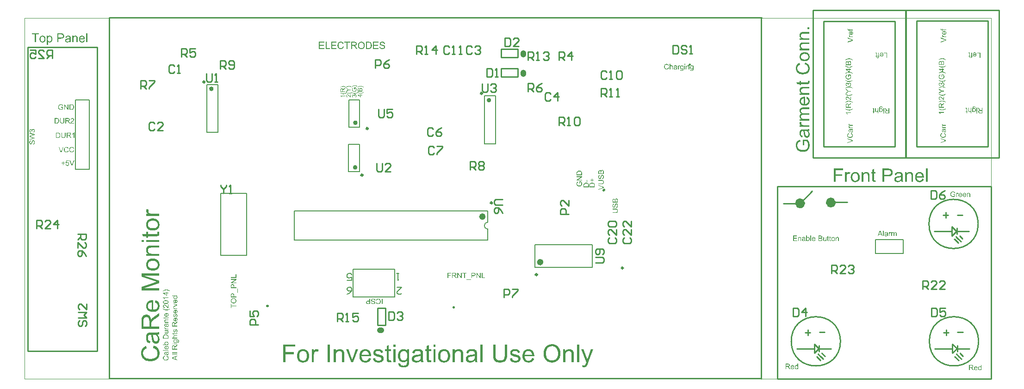
<source format=gto>
%FSLAX25Y25*%
%MOIN*%
G70*
G01*
G75*
G04:AMPARAMS|DCode=10|XSize=23.62mil|YSize=61.02mil|CornerRadius=5.91mil|HoleSize=0mil|Usage=FLASHONLY|Rotation=0.000|XOffset=0mil|YOffset=0mil|HoleType=Round|Shape=RoundedRectangle|*
%AMROUNDEDRECTD10*
21,1,0.02362,0.04921,0,0,0.0*
21,1,0.01181,0.06102,0,0,0.0*
1,1,0.01181,0.00591,-0.02461*
1,1,0.01181,-0.00591,-0.02461*
1,1,0.01181,-0.00591,0.02461*
1,1,0.01181,0.00591,0.02461*
%
%ADD10ROUNDEDRECTD10*%
%ADD11R,0.05906X0.09843*%
%ADD12O,0.07480X0.02362*%
%ADD13O,0.01378X0.07087*%
%ADD14R,0.09843X0.05906*%
G04:AMPARAMS|DCode=15|XSize=23.62mil|YSize=61.02mil|CornerRadius=5.91mil|HoleSize=0mil|Usage=FLASHONLY|Rotation=270.000|XOffset=0mil|YOffset=0mil|HoleType=Round|Shape=RoundedRectangle|*
%AMROUNDEDRECTD15*
21,1,0.02362,0.04921,0,0,270.0*
21,1,0.01181,0.06102,0,0,270.0*
1,1,0.01181,-0.02461,-0.00591*
1,1,0.01181,-0.02461,0.00591*
1,1,0.01181,0.02461,0.00591*
1,1,0.01181,0.02461,-0.00591*
%
%ADD15ROUNDEDRECTD15*%
%ADD16R,0.03937X0.05315*%
%ADD17R,0.04134X0.04331*%
%ADD18R,0.03150X0.01969*%
%ADD19R,0.01969X0.03150*%
%ADD20R,0.04724X0.05315*%
%ADD21R,0.05315X0.04724*%
%ADD22R,0.05709X0.04528*%
%ADD23R,0.04528X0.05709*%
%ADD24C,0.03937*%
%ADD25C,0.01500*%
%ADD26C,0.02000*%
%ADD27C,0.01300*%
%ADD28C,0.04000*%
%ADD29C,0.05000*%
%ADD30C,0.03000*%
%ADD31C,0.06500*%
%ADD32C,0.06000*%
%ADD33C,0.00100*%
%ADD34C,0.07874*%
%ADD35R,0.05906X0.05906*%
%ADD36C,0.05906*%
%ADD37C,0.11024*%
%ADD38C,0.15354*%
%ADD39C,0.06000*%
%ADD40C,0.11417*%
%ADD41R,0.05906X0.05906*%
%ADD42P,0.05966X8X112.5*%
%ADD43C,0.05512*%
%ADD44C,0.11811*%
%ADD45C,0.05000*%
%ADD46C,0.02284*%
%ADD47C,0.10236*%
%ADD48C,0.15700*%
%ADD49C,0.04000*%
%ADD50C,0.02000*%
%ADD51C,0.06200*%
%ADD52R,0.06693X0.12598*%
%ADD53R,0.09449X0.06496*%
%ADD54O,0.01102X0.03347*%
%ADD55R,0.03543X0.02559*%
%ADD56R,0.06102X0.05512*%
%ADD57R,0.04331X0.04134*%
%ADD58R,0.03937X0.02362*%
%ADD59C,0.04500*%
%ADD60C,0.01000*%
%ADD61C,0.02500*%
%ADD62C,0.07000*%
%ADD63C,0.03500*%
%ADD64C,0.05500*%
%ADD65R,0.02756X0.01102*%
%ADD66C,0.01575*%
%ADD67C,0.02362*%
%ADD68C,0.00787*%
%ADD69C,0.00800*%
G36*
X611968Y149069D02*
X613153D01*
Y148146D01*
X611968D01*
Y144062D01*
Y144047D01*
Y143989D01*
Y143901D01*
X611982Y143798D01*
X611997Y143579D01*
X612011Y143491D01*
X612026Y143418D01*
X612041Y143388D01*
X612070Y143330D01*
X612129Y143257D01*
X612217Y143183D01*
X612246Y143169D01*
X612319Y143154D01*
X612451Y143125D01*
X612626Y143110D01*
X612773D01*
X612846Y143125D01*
X612934D01*
X613153Y143154D01*
X613314Y142115D01*
X613285D01*
X613227Y142100D01*
X613139Y142085D01*
X613007Y142071D01*
X612875Y142041D01*
X612729Y142027D01*
X612421Y142012D01*
X612319D01*
X612202Y142027D01*
X612055Y142041D01*
X611894Y142056D01*
X611719Y142100D01*
X611558Y142144D01*
X611411Y142202D01*
X611397Y142217D01*
X611353Y142246D01*
X611294Y142290D01*
X611221Y142349D01*
X611133Y142422D01*
X611060Y142510D01*
X610972Y142612D01*
X610914Y142729D01*
Y142744D01*
X610899Y142803D01*
X610870Y142891D01*
X610855Y143037D01*
X610826Y143227D01*
X610811Y143330D01*
X610796Y143462D01*
Y143608D01*
X610782Y143769D01*
Y143945D01*
Y144135D01*
Y148146D01*
X609903D01*
Y149069D01*
X610782D01*
Y150782D01*
X611968Y151499D01*
Y149069D01*
D02*
G37*
G36*
X645025Y149215D02*
X645142Y149200D01*
X645288Y149186D01*
X645435Y149156D01*
X645610Y149113D01*
X645962Y148995D01*
X646152Y148922D01*
X646342Y148820D01*
X646533Y148717D01*
X646723Y148585D01*
X646899Y148439D01*
X647074Y148263D01*
X647089Y148249D01*
X647118Y148220D01*
X647162Y148161D01*
X647221Y148088D01*
X647279Y147985D01*
X647353Y147868D01*
X647440Y147736D01*
X647528Y147575D01*
X647601Y147385D01*
X647689Y147195D01*
X647762Y146975D01*
X647836Y146726D01*
X647880Y146477D01*
X647923Y146199D01*
X647953Y145906D01*
X647967Y145584D01*
Y145570D01*
Y145511D01*
Y145409D01*
X647953Y145277D01*
X642770D01*
Y145262D01*
Y145233D01*
X642785Y145160D01*
Y145087D01*
X642799Y144984D01*
X642814Y144882D01*
X642873Y144618D01*
X642961Y144340D01*
X643063Y144047D01*
X643224Y143754D01*
X643414Y143505D01*
X643444Y143476D01*
X643517Y143418D01*
X643649Y143315D01*
X643810Y143213D01*
X644029Y143096D01*
X644278Y142993D01*
X644556Y142935D01*
X644864Y142905D01*
X644981D01*
X645098Y142920D01*
X645244Y142949D01*
X645420Y142993D01*
X645610Y143052D01*
X645801Y143125D01*
X645976Y143242D01*
X645991Y143257D01*
X646049Y143315D01*
X646137Y143388D01*
X646240Y143520D01*
X646357Y143667D01*
X646474Y143857D01*
X646591Y144091D01*
X646708Y144355D01*
X647923Y144193D01*
Y144179D01*
X647909Y144150D01*
X647894Y144091D01*
X647865Y144018D01*
X647836Y143930D01*
X647792Y143827D01*
X647675Y143579D01*
X647528Y143315D01*
X647353Y143037D01*
X647118Y142759D01*
X646855Y142525D01*
X646840D01*
X646825Y142495D01*
X646781Y142466D01*
X646708Y142437D01*
X646635Y142393D01*
X646547Y142334D01*
X646445Y142290D01*
X646313Y142232D01*
X646035Y142129D01*
X645683Y142027D01*
X645303Y141968D01*
X644864Y141939D01*
X644717D01*
X644615Y141954D01*
X644483Y141968D01*
X644337Y141983D01*
X644176Y142012D01*
X643985Y142056D01*
X643605Y142173D01*
X643400Y142246D01*
X643209Y142334D01*
X643004Y142437D01*
X642814Y142569D01*
X642624Y142715D01*
X642448Y142876D01*
X642433Y142891D01*
X642404Y142920D01*
X642360Y142978D01*
X642316Y143052D01*
X642243Y143139D01*
X642170Y143257D01*
X642082Y143403D01*
X642009Y143564D01*
X641921Y143740D01*
X641833Y143930D01*
X641760Y144150D01*
X641701Y144384D01*
X641643Y144633D01*
X641599Y144911D01*
X641570Y145204D01*
X641555Y145511D01*
Y145526D01*
Y145584D01*
Y145687D01*
X641570Y145804D01*
X641584Y145950D01*
X641599Y146126D01*
X641628Y146316D01*
X641672Y146521D01*
X641775Y146960D01*
X641848Y147180D01*
X641936Y147414D01*
X642038Y147634D01*
X642155Y147854D01*
X642287Y148058D01*
X642448Y148249D01*
X642463Y148263D01*
X642492Y148293D01*
X642536Y148337D01*
X642609Y148410D01*
X642697Y148483D01*
X642814Y148556D01*
X642931Y148644D01*
X643078Y148747D01*
X643239Y148834D01*
X643414Y148922D01*
X643605Y148995D01*
X643824Y149083D01*
X644044Y149142D01*
X644278Y149186D01*
X644527Y149215D01*
X644791Y149230D01*
X644922D01*
X645025Y149215D01*
D02*
G37*
G36*
X622362Y151704D02*
X622596Y151689D01*
X622845Y151675D01*
X623079Y151645D01*
X623284Y151616D01*
X623314D01*
X623401Y151587D01*
X623533Y151557D01*
X623694Y151514D01*
X623885Y151455D01*
X624075Y151382D01*
X624280Y151279D01*
X624470Y151162D01*
X624485Y151147D01*
X624558Y151104D01*
X624646Y151030D01*
X624748Y150928D01*
X624865Y150796D01*
X624997Y150635D01*
X625129Y150459D01*
X625246Y150240D01*
X625261Y150211D01*
X625290Y150137D01*
X625334Y150020D01*
X625392Y149859D01*
X625451Y149669D01*
X625495Y149449D01*
X625524Y149200D01*
X625539Y148937D01*
Y148922D01*
Y148878D01*
Y148820D01*
X625524Y148732D01*
X625510Y148629D01*
X625495Y148498D01*
X625480Y148366D01*
X625436Y148220D01*
X625349Y147883D01*
X625202Y147546D01*
X625114Y147370D01*
X625012Y147195D01*
X624895Y147019D01*
X624748Y146858D01*
X624734Y146843D01*
X624704Y146829D01*
X624660Y146785D01*
X624602Y146726D01*
X624499Y146668D01*
X624397Y146595D01*
X624265Y146521D01*
X624104Y146448D01*
X623928Y146360D01*
X623724Y146287D01*
X623489Y146214D01*
X623240Y146155D01*
X622948Y146097D01*
X622640Y146053D01*
X622303Y146038D01*
X621937Y146023D01*
X619478D01*
Y142100D01*
X618204D01*
Y151718D01*
X622142D01*
X622362Y151704D01*
D02*
G37*
G36*
X589685Y150591D02*
X584474D01*
Y147590D01*
X588983D01*
Y146463D01*
X584474D01*
Y142100D01*
X583200D01*
Y151718D01*
X589685D01*
Y150591D01*
D02*
G37*
G36*
X598704Y149215D02*
X598836Y149200D01*
X598967Y149186D01*
X599128Y149156D01*
X599304Y149113D01*
X599670Y148995D01*
X599860Y148922D01*
X600065Y148834D01*
X600256Y148717D01*
X600446Y148585D01*
X600636Y148439D01*
X600812Y148278D01*
X600827Y148263D01*
X600856Y148234D01*
X600900Y148176D01*
X600958Y148102D01*
X601031Y148015D01*
X601105Y147897D01*
X601193Y147751D01*
X601280Y147605D01*
X601354Y147429D01*
X601441Y147224D01*
X601515Y147019D01*
X601588Y146785D01*
X601646Y146536D01*
X601690Y146258D01*
X601720Y145980D01*
X601734Y145672D01*
Y145658D01*
Y145614D01*
Y145540D01*
Y145453D01*
X601720Y145335D01*
Y145204D01*
X601705Y145057D01*
X601690Y144896D01*
X601632Y144560D01*
X601559Y144208D01*
X601456Y143857D01*
X601324Y143549D01*
Y143535D01*
X601310Y143520D01*
X601251Y143418D01*
X601149Y143286D01*
X601017Y143110D01*
X600856Y142920D01*
X600651Y142729D01*
X600417Y142539D01*
X600139Y142364D01*
X600124D01*
X600109Y142349D01*
X600065Y142320D01*
X600007Y142305D01*
X599846Y142232D01*
X599641Y142159D01*
X599392Y142071D01*
X599114Y142012D01*
X598806Y141954D01*
X598469Y141939D01*
X598323D01*
X598221Y141954D01*
X598104Y141968D01*
X597957Y141983D01*
X597796Y142012D01*
X597620Y142056D01*
X597254Y142173D01*
X597049Y142246D01*
X596859Y142334D01*
X596654Y142437D01*
X596464Y142569D01*
X596274Y142715D01*
X596098Y142876D01*
X596083Y142891D01*
X596054Y142920D01*
X596010Y142978D01*
X595966Y143052D01*
X595893Y143154D01*
X595820Y143271D01*
X595732Y143403D01*
X595659Y143564D01*
X595571Y143754D01*
X595483Y143945D01*
X595410Y144179D01*
X595351Y144413D01*
X595293Y144677D01*
X595249Y144955D01*
X595219Y145262D01*
X595205Y145584D01*
Y145614D01*
Y145672D01*
X595219Y145775D01*
Y145906D01*
X595234Y146067D01*
X595263Y146243D01*
X595293Y146448D01*
X595337Y146668D01*
X595395Y146902D01*
X595468Y147136D01*
X595556Y147370D01*
X595659Y147605D01*
X595776Y147839D01*
X595922Y148058D01*
X596083Y148263D01*
X596274Y148454D01*
X596288Y148468D01*
X596317Y148483D01*
X596361Y148527D01*
X596435Y148571D01*
X596522Y148629D01*
X596625Y148703D01*
X596742Y148776D01*
X596888Y148849D01*
X597035Y148908D01*
X597196Y148981D01*
X597577Y149113D01*
X598001Y149200D01*
X598235Y149215D01*
X598469Y149230D01*
X598601D01*
X598704Y149215D01*
D02*
G37*
G36*
X224673Y242430D02*
X221642D01*
Y240852D01*
X224477D01*
Y240251D01*
X221642D01*
Y238501D01*
X224790D01*
Y237900D01*
X220963D01*
Y243031D01*
X224673D01*
Y242430D01*
D02*
G37*
G36*
X663750Y179794D02*
X663744Y179788D01*
X663727Y179782D01*
X663692Y179770D01*
X663651Y179753D01*
X663598Y179735D01*
X663540Y179723D01*
X663475Y179712D01*
X663399Y179700D01*
X663411Y179688D01*
X663434Y179653D01*
X663475Y179606D01*
X663522Y179536D01*
X663581Y179460D01*
X663633Y179372D01*
X663680Y179285D01*
X663721Y179191D01*
X663727Y179179D01*
X663733Y179150D01*
X663750Y179103D01*
X663768Y179039D01*
X663785Y178957D01*
X663797Y178869D01*
X663809Y178776D01*
X663815Y178670D01*
Y178664D01*
Y178653D01*
Y178629D01*
X663809Y178594D01*
Y178559D01*
X663803Y178512D01*
X663785Y178413D01*
X663762Y178296D01*
X663721Y178185D01*
X663668Y178068D01*
X663592Y177968D01*
X663581Y177956D01*
X663551Y177927D01*
X663505Y177892D01*
X663434Y177845D01*
X663352Y177799D01*
X663259Y177763D01*
X663142Y177734D01*
X663019Y177723D01*
X662984D01*
X662943Y177728D01*
X662896Y177734D01*
X662838Y177746D01*
X662773Y177758D01*
X662709Y177781D01*
X662645Y177810D01*
X662639Y177816D01*
X662615Y177828D01*
X662586Y177845D01*
X662545Y177875D01*
X662504Y177910D01*
X662458Y177956D01*
X662417Y178003D01*
X662376Y178056D01*
X662370Y178062D01*
X662358Y178085D01*
X662340Y178114D01*
X662317Y178155D01*
X662288Y178208D01*
X662264Y178261D01*
X662241Y178325D01*
X662218Y178395D01*
Y178401D01*
X662212Y178425D01*
X662206Y178454D01*
X662194Y178501D01*
X662183Y178559D01*
X662171Y178635D01*
X662159Y178717D01*
X662147Y178816D01*
Y178822D01*
X662142Y178840D01*
Y178869D01*
X662136Y178910D01*
X662130Y178957D01*
X662124Y179009D01*
X662101Y179138D01*
X662077Y179273D01*
X662054Y179413D01*
X662019Y179548D01*
X662001Y179606D01*
X661984Y179659D01*
X661966D01*
X661931Y179665D01*
X661814D01*
X661761Y179659D01*
X661703Y179647D01*
X661638Y179630D01*
X661568Y179606D01*
X661510Y179577D01*
X661457Y179530D01*
X661451Y179524D01*
X661434Y179495D01*
X661405Y179454D01*
X661375Y179396D01*
X661346Y179320D01*
X661317Y179226D01*
X661299Y179115D01*
X661293Y178992D01*
Y178986D01*
Y178980D01*
Y178963D01*
Y178939D01*
X661299Y178881D01*
X661305Y178805D01*
X661323Y178723D01*
X661340Y178647D01*
X661369Y178565D01*
X661410Y178501D01*
X661416Y178495D01*
X661434Y178477D01*
X661463Y178448D01*
X661504Y178413D01*
X661562Y178372D01*
X661633Y178337D01*
X661720Y178296D01*
X661820Y178267D01*
X661756Y177804D01*
X661750D01*
X661744Y177810D01*
X661709Y177816D01*
X661656Y177834D01*
X661586Y177851D01*
X661510Y177881D01*
X661434Y177916D01*
X661352Y177956D01*
X661282Y178009D01*
X661276Y178015D01*
X661252Y178038D01*
X661217Y178068D01*
X661176Y178114D01*
X661135Y178173D01*
X661089Y178249D01*
X661042Y178331D01*
X661001Y178425D01*
Y178430D01*
X660995Y178436D01*
X660989Y178454D01*
X660983Y178471D01*
X660972Y178530D01*
X660948Y178606D01*
X660931Y178700D01*
X660919Y178805D01*
X660907Y178928D01*
X660901Y179056D01*
Y179062D01*
Y179074D01*
Y179092D01*
Y179115D01*
X660907Y179179D01*
X660913Y179261D01*
X660925Y179355D01*
X660936Y179454D01*
X660960Y179548D01*
X660989Y179636D01*
X660995Y179647D01*
X661001Y179671D01*
X661024Y179712D01*
X661048Y179758D01*
X661077Y179811D01*
X661112Y179869D01*
X661153Y179916D01*
X661200Y179963D01*
X661206Y179969D01*
X661223Y179981D01*
X661246Y179998D01*
X661287Y180022D01*
X661334Y180045D01*
X661387Y180068D01*
X661451Y180092D01*
X661521Y180109D01*
X661527D01*
X661545Y180115D01*
X661574Y180121D01*
X661621Y180127D01*
X661679D01*
X661756Y180133D01*
X661843Y180139D01*
X662803D01*
X662937Y180145D01*
X663083D01*
X663218Y180150D01*
X663282Y180156D01*
X663335D01*
X663382Y180162D01*
X663423Y180168D01*
X663429D01*
X663452Y180174D01*
X663487Y180180D01*
X663528Y180191D01*
X663575Y180209D01*
X663633Y180232D01*
X663750Y180285D01*
Y179794D01*
D02*
G37*
G36*
X661492Y183988D02*
X661486Y183982D01*
X661475Y183959D01*
X661457Y183924D01*
X661440Y183883D01*
X661422Y183830D01*
X661405Y183772D01*
X661393Y183707D01*
X661387Y183643D01*
Y183637D01*
Y183619D01*
X661393Y183590D01*
X661399Y183549D01*
X661410Y183508D01*
X661428Y183461D01*
X661451Y183415D01*
X661481Y183368D01*
X661486Y183362D01*
X661498Y183350D01*
X661521Y183327D01*
X661551Y183303D01*
X661586Y183274D01*
X661633Y183245D01*
X661685Y183222D01*
X661744Y183198D01*
X661756Y183192D01*
X661785Y183186D01*
X661837Y183175D01*
X661908Y183163D01*
X661989Y183145D01*
X662083Y183134D01*
X662183Y183128D01*
X662294Y183122D01*
X663750D01*
Y182648D01*
X660966D01*
Y183075D01*
X661381D01*
X661375Y183081D01*
X661340Y183105D01*
X661287Y183134D01*
X661229Y183169D01*
X661165Y183216D01*
X661100Y183268D01*
X661042Y183315D01*
X661001Y183368D01*
X660995Y183374D01*
X660983Y183391D01*
X660972Y183421D01*
X660948Y183461D01*
X660931Y183502D01*
X660919Y183555D01*
X660907Y183614D01*
X660901Y183672D01*
Y183684D01*
Y183713D01*
X660907Y183760D01*
X660919Y183824D01*
X660942Y183894D01*
X660966Y183976D01*
X661007Y184064D01*
X661059Y184158D01*
X661492Y183988D01*
D02*
G37*
G36*
Y182204D02*
X661486Y182198D01*
X661475Y182174D01*
X661457Y182139D01*
X661440Y182098D01*
X661422Y182046D01*
X661405Y181987D01*
X661393Y181923D01*
X661387Y181859D01*
Y181853D01*
Y181835D01*
X661393Y181806D01*
X661399Y181765D01*
X661410Y181724D01*
X661428Y181677D01*
X661451Y181630D01*
X661481Y181583D01*
X661486Y181578D01*
X661498Y181566D01*
X661521Y181543D01*
X661551Y181519D01*
X661586Y181490D01*
X661633Y181461D01*
X661685Y181437D01*
X661744Y181414D01*
X661756Y181408D01*
X661785Y181402D01*
X661837Y181391D01*
X661908Y181379D01*
X661989Y181361D01*
X662083Y181350D01*
X662183Y181344D01*
X662294Y181338D01*
X663750D01*
Y180864D01*
X660966D01*
Y181291D01*
X661381D01*
X661375Y181297D01*
X661340Y181320D01*
X661287Y181350D01*
X661229Y181385D01*
X661165Y181431D01*
X661100Y181484D01*
X661042Y181531D01*
X661001Y181583D01*
X660995Y181589D01*
X660983Y181607D01*
X660972Y181636D01*
X660948Y181677D01*
X660931Y181718D01*
X660919Y181771D01*
X660907Y181829D01*
X660901Y181888D01*
Y181899D01*
Y181929D01*
X660907Y181975D01*
X660919Y182040D01*
X660942Y182110D01*
X660966Y182192D01*
X661007Y182280D01*
X661059Y182373D01*
X661492Y182204D01*
D02*
G37*
G36*
X593960Y149215D02*
X594121Y149186D01*
X594297Y149127D01*
X594502Y149069D01*
X594722Y148966D01*
X594956Y148834D01*
X594531Y147751D01*
X594517Y147766D01*
X594458Y147795D01*
X594370Y147839D01*
X594268Y147883D01*
X594136Y147927D01*
X593990Y147971D01*
X593829Y148000D01*
X593668Y148015D01*
X593609D01*
X593536Y148000D01*
X593433Y147985D01*
X593331Y147956D01*
X593214Y147912D01*
X593097Y147854D01*
X592979Y147780D01*
X592965Y147766D01*
X592936Y147736D01*
X592877Y147678D01*
X592818Y147605D01*
X592745Y147517D01*
X592672Y147400D01*
X592614Y147268D01*
X592555Y147122D01*
X592540Y147092D01*
X592526Y147019D01*
X592496Y146887D01*
X592467Y146712D01*
X592423Y146507D01*
X592394Y146272D01*
X592379Y146023D01*
X592365Y145745D01*
Y142100D01*
X591179D01*
Y149069D01*
X592247D01*
Y148029D01*
X592262Y148044D01*
X592321Y148132D01*
X592394Y148263D01*
X592482Y148410D01*
X592599Y148571D01*
X592731Y148732D01*
X592848Y148878D01*
X592979Y148981D01*
X592994Y148995D01*
X593038Y149025D01*
X593111Y149054D01*
X593214Y149113D01*
X593316Y149156D01*
X593448Y149186D01*
X593594Y149215D01*
X593741Y149230D01*
X593843D01*
X593960Y149215D01*
D02*
G37*
G36*
X152585Y72927D02*
X148742D01*
Y73436D01*
X152135D01*
Y75325D01*
X152585D01*
Y72927D01*
D02*
G37*
G36*
X637983Y149215D02*
X638129Y149200D01*
X638305Y149171D01*
X638510Y149127D01*
X638700Y149069D01*
X638905Y148995D01*
X638935Y148981D01*
X638993Y148951D01*
X639081Y148908D01*
X639198Y148834D01*
X639330Y148747D01*
X639462Y148644D01*
X639593Y148527D01*
X639696Y148395D01*
X639710Y148381D01*
X639740Y148337D01*
X639784Y148249D01*
X639842Y148146D01*
X639901Y148029D01*
X639959Y147883D01*
X640018Y147707D01*
X640062Y147531D01*
Y147517D01*
X640076Y147473D01*
X640091Y147385D01*
X640106Y147268D01*
Y147107D01*
X640120Y146902D01*
X640135Y146668D01*
Y146375D01*
Y142100D01*
X638949D01*
Y146331D01*
Y146346D01*
Y146360D01*
Y146448D01*
Y146580D01*
X638935Y146741D01*
X638920Y146902D01*
X638891Y147092D01*
X638847Y147253D01*
X638803Y147400D01*
Y147414D01*
X638773Y147458D01*
X638744Y147531D01*
X638700Y147605D01*
X638627Y147707D01*
X638539Y147795D01*
X638437Y147897D01*
X638320Y147985D01*
X638305Y148000D01*
X638261Y148015D01*
X638188Y148058D01*
X638085Y148102D01*
X637968Y148132D01*
X637822Y148176D01*
X637675Y148190D01*
X637500Y148205D01*
X637368D01*
X637236Y148176D01*
X637046Y148146D01*
X636841Y148088D01*
X636636Y148000D01*
X636402Y147883D01*
X636197Y147722D01*
X636167Y147693D01*
X636109Y147619D01*
X636021Y147502D01*
X635977Y147414D01*
X635933Y147312D01*
X635875Y147195D01*
X635831Y147063D01*
X635787Y146917D01*
X635743Y146756D01*
X635699Y146565D01*
X635684Y146360D01*
X635655Y146141D01*
Y145906D01*
Y142100D01*
X634469D01*
Y149069D01*
X635538D01*
Y148073D01*
X635553Y148088D01*
X635567Y148117D01*
X635611Y148176D01*
X635684Y148249D01*
X635758Y148337D01*
X635860Y148439D01*
X635963Y148542D01*
X636094Y148659D01*
X636255Y148761D01*
X636416Y148864D01*
X636592Y148966D01*
X636797Y149054D01*
X637002Y149127D01*
X637236Y149186D01*
X637485Y149215D01*
X637749Y149230D01*
X637851D01*
X637983Y149215D01*
D02*
G37*
G36*
X606624D02*
X606770Y149200D01*
X606946Y149171D01*
X607151Y149127D01*
X607341Y149069D01*
X607546Y148995D01*
X607576Y148981D01*
X607634Y148951D01*
X607722Y148908D01*
X607839Y148834D01*
X607971Y148747D01*
X608103Y148644D01*
X608234Y148527D01*
X608337Y148395D01*
X608352Y148381D01*
X608381Y148337D01*
X608425Y148249D01*
X608483Y148146D01*
X608542Y148029D01*
X608600Y147883D01*
X608659Y147707D01*
X608703Y147531D01*
Y147517D01*
X608717Y147473D01*
X608732Y147385D01*
X608747Y147268D01*
Y147107D01*
X608761Y146902D01*
X608776Y146668D01*
Y146375D01*
Y142100D01*
X607590D01*
Y146331D01*
Y146346D01*
Y146360D01*
Y146448D01*
Y146580D01*
X607576Y146741D01*
X607561Y146902D01*
X607532Y147092D01*
X607488Y147253D01*
X607444Y147400D01*
Y147414D01*
X607415Y147458D01*
X607385Y147531D01*
X607341Y147605D01*
X607268Y147707D01*
X607180Y147795D01*
X607078Y147897D01*
X606961Y147985D01*
X606946Y148000D01*
X606902Y148015D01*
X606829Y148058D01*
X606727Y148102D01*
X606609Y148132D01*
X606463Y148176D01*
X606317Y148190D01*
X606141Y148205D01*
X606009D01*
X605877Y148176D01*
X605687Y148146D01*
X605482Y148088D01*
X605277Y148000D01*
X605043Y147883D01*
X604838Y147722D01*
X604809Y147693D01*
X604750Y147619D01*
X604662Y147502D01*
X604618Y147414D01*
X604574Y147312D01*
X604516Y147195D01*
X604472Y147063D01*
X604428Y146917D01*
X604384Y146756D01*
X604340Y146565D01*
X604325Y146360D01*
X604296Y146141D01*
Y145906D01*
Y142100D01*
X603110D01*
Y149069D01*
X604179D01*
Y148073D01*
X604194Y148088D01*
X604208Y148117D01*
X604252Y148176D01*
X604325Y148249D01*
X604399Y148337D01*
X604501Y148439D01*
X604604Y148542D01*
X604735Y148659D01*
X604896Y148761D01*
X605057Y148864D01*
X605233Y148966D01*
X605438Y149054D01*
X605643Y149127D01*
X605877Y149186D01*
X606126Y149215D01*
X606390Y149230D01*
X606492D01*
X606624Y149215D01*
D02*
G37*
G36*
X242800Y243109D02*
X242862D01*
X242940Y243102D01*
X243018Y243086D01*
X243112Y243078D01*
X243307Y243031D01*
X243526Y242969D01*
X243745Y242891D01*
X243854Y242836D01*
X243963Y242773D01*
X243971D01*
X243987Y242758D01*
X244018Y242742D01*
X244057Y242711D01*
X244104Y242680D01*
X244159Y242633D01*
X244284Y242531D01*
X244424Y242399D01*
X244572Y242234D01*
X244705Y242047D01*
X244830Y241828D01*
Y241821D01*
X244846Y241797D01*
X244861Y241766D01*
X244877Y241719D01*
X244900Y241664D01*
X244924Y241594D01*
X244955Y241516D01*
X244986Y241430D01*
X245010Y241329D01*
X245041Y241227D01*
X245088Y240993D01*
X245119Y240735D01*
X245135Y240454D01*
Y240446D01*
Y240423D01*
Y240376D01*
X245127Y240321D01*
Y240251D01*
X245119Y240173D01*
X245111Y240087D01*
X245096Y239985D01*
X245057Y239767D01*
X245002Y239532D01*
X244924Y239290D01*
X244815Y239056D01*
Y239048D01*
X244799Y239033D01*
X244783Y239001D01*
X244760Y238954D01*
X244721Y238908D01*
X244682Y238845D01*
X244588Y238712D01*
X244463Y238564D01*
X244307Y238408D01*
X244127Y238259D01*
X243924Y238126D01*
X243916D01*
X243901Y238111D01*
X243869Y238095D01*
X243823Y238080D01*
X243768Y238056D01*
X243706Y238025D01*
X243635Y238001D01*
X243549Y237970D01*
X243370Y237916D01*
X243159Y237861D01*
X242924Y237830D01*
X242682Y237814D01*
X242612D01*
X242558Y237822D01*
X242495D01*
X242425Y237830D01*
X242339Y237845D01*
X242245Y237861D01*
X242050Y237900D01*
X241831Y237963D01*
X241605Y238048D01*
X241495Y238095D01*
X241386Y238158D01*
X241378Y238165D01*
X241363Y238173D01*
X241331Y238197D01*
X241292Y238220D01*
X241245Y238259D01*
X241191Y238298D01*
X241066Y238408D01*
X240925Y238548D01*
X240777Y238704D01*
X240644Y238900D01*
X240519Y239111D01*
Y239118D01*
X240503Y239142D01*
X240496Y239173D01*
X240472Y239220D01*
X240449Y239275D01*
X240425Y239337D01*
X240402Y239415D01*
X240378Y239501D01*
X240347Y239595D01*
X240324Y239688D01*
X240277Y239907D01*
X240246Y240142D01*
X240230Y240391D01*
Y240407D01*
Y240446D01*
X240238Y240516D01*
Y240602D01*
X240253Y240712D01*
X240269Y240837D01*
X240285Y240969D01*
X240316Y241125D01*
X240355Y241282D01*
X240394Y241446D01*
X240449Y241610D01*
X240519Y241774D01*
X240597Y241938D01*
X240683Y242102D01*
X240792Y242250D01*
X240910Y242391D01*
X240917Y242399D01*
X240941Y242422D01*
X240980Y242461D01*
X241035Y242508D01*
X241105Y242563D01*
X241183Y242617D01*
X241277Y242688D01*
X241386Y242758D01*
X241511Y242820D01*
X241644Y242891D01*
X241792Y242945D01*
X241948Y243008D01*
X242112Y243047D01*
X242292Y243086D01*
X242487Y243109D01*
X242682Y243117D01*
X242753D01*
X242800Y243109D01*
D02*
G37*
G36*
X650573Y142100D02*
X649387D01*
Y151718D01*
X650573D01*
Y142100D01*
D02*
G37*
G36*
X630253Y149215D02*
X630458Y149200D01*
X630692Y149171D01*
X630941Y149142D01*
X631175Y149083D01*
X631395Y149010D01*
X631424Y148995D01*
X631483Y148981D01*
X631585Y148922D01*
X631702Y148864D01*
X631834Y148791D01*
X631981Y148703D01*
X632098Y148600D01*
X632215Y148483D01*
X632229Y148468D01*
X632259Y148424D01*
X632303Y148366D01*
X632361Y148263D01*
X632420Y148146D01*
X632478Y148015D01*
X632537Y147854D01*
X632581Y147678D01*
Y147663D01*
X632595Y147619D01*
X632610Y147546D01*
X632625Y147429D01*
Y147283D01*
X632639Y147092D01*
X632654Y146873D01*
Y146595D01*
Y145013D01*
Y144999D01*
Y144940D01*
Y144852D01*
Y144750D01*
Y144618D01*
Y144472D01*
X632669Y144135D01*
Y143769D01*
X632683Y143432D01*
X632698Y143271D01*
Y143139D01*
X632713Y143022D01*
X632727Y142920D01*
Y142905D01*
X632742Y142847D01*
X632756Y142759D01*
X632786Y142656D01*
X632830Y142539D01*
X632888Y142393D01*
X633020Y142100D01*
X631790D01*
X631776Y142115D01*
X631761Y142159D01*
X631732Y142246D01*
X631688Y142349D01*
X631644Y142481D01*
X631614Y142627D01*
X631585Y142788D01*
X631556Y142978D01*
X631527Y142949D01*
X631439Y142891D01*
X631322Y142788D01*
X631146Y142671D01*
X630956Y142525D01*
X630736Y142393D01*
X630516Y142276D01*
X630282Y142173D01*
X630253Y142159D01*
X630180Y142144D01*
X630063Y142100D01*
X629902Y142056D01*
X629697Y142012D01*
X629477Y141983D01*
X629243Y141954D01*
X628979Y141939D01*
X628877D01*
X628789Y141954D01*
X628701D01*
X628584Y141968D01*
X628335Y142012D01*
X628042Y142071D01*
X627764Y142173D01*
X627471Y142305D01*
X627222Y142495D01*
X627193Y142525D01*
X627120Y142598D01*
X627032Y142715D01*
X626915Y142891D01*
X626798Y143096D01*
X626710Y143330D01*
X626637Y143623D01*
X626608Y143930D01*
Y143959D01*
Y144018D01*
X626622Y144120D01*
X626637Y144237D01*
X626666Y144384D01*
X626695Y144545D01*
X626754Y144706D01*
X626827Y144867D01*
X626842Y144882D01*
X626871Y144940D01*
X626915Y145013D01*
X626988Y145116D01*
X627076Y145218D01*
X627193Y145335D01*
X627310Y145438D01*
X627442Y145540D01*
X627457Y145555D01*
X627515Y145584D01*
X627589Y145628D01*
X627691Y145687D01*
X627823Y145760D01*
X627954Y145819D01*
X628116Y145877D01*
X628291Y145936D01*
X628306D01*
X628364Y145950D01*
X628438Y145965D01*
X628555Y145994D01*
X628701Y146023D01*
X628891Y146053D01*
X629096Y146082D01*
X629345Y146111D01*
X629360D01*
X629404Y146126D01*
X629477D01*
X629579Y146141D01*
X629697Y146155D01*
X629828Y146170D01*
X630151Y146229D01*
X630487Y146287D01*
X630839Y146346D01*
X631175Y146433D01*
X631322Y146477D01*
X631453Y146521D01*
Y146536D01*
Y146565D01*
X631468Y146653D01*
Y146756D01*
Y146799D01*
Y146829D01*
Y146843D01*
Y146858D01*
Y146946D01*
X631453Y147078D01*
X631424Y147224D01*
X631380Y147385D01*
X631322Y147561D01*
X631249Y147707D01*
X631131Y147839D01*
X631117Y147854D01*
X631043Y147897D01*
X630941Y147971D01*
X630795Y148044D01*
X630604Y148117D01*
X630370Y148190D01*
X630092Y148234D01*
X629784Y148249D01*
X629653D01*
X629506Y148234D01*
X629316Y148220D01*
X629111Y148176D01*
X628921Y148132D01*
X628716Y148058D01*
X628555Y147956D01*
X628540Y147941D01*
X628496Y147897D01*
X628423Y147824D01*
X628335Y147722D01*
X628233Y147575D01*
X628145Y147400D01*
X628042Y147180D01*
X627969Y146931D01*
X626813Y147092D01*
Y147107D01*
X626827Y147122D01*
X626842Y147209D01*
X626886Y147341D01*
X626930Y147517D01*
X627003Y147707D01*
X627091Y147897D01*
X627193Y148102D01*
X627325Y148278D01*
X627340Y148293D01*
X627398Y148351D01*
X627471Y148439D01*
X627589Y148542D01*
X627735Y148644D01*
X627925Y148761D01*
X628130Y148878D01*
X628364Y148981D01*
X628379D01*
X628394Y148995D01*
X628438Y149010D01*
X628481Y149025D01*
X628628Y149054D01*
X628818Y149113D01*
X629052Y149156D01*
X629316Y149186D01*
X629623Y149215D01*
X629946Y149230D01*
X630092D01*
X630253Y149215D01*
D02*
G37*
G36*
X215910Y242430D02*
X212879D01*
Y240852D01*
X215715D01*
Y240251D01*
X212879D01*
Y238501D01*
X216027D01*
Y237900D01*
X212200D01*
Y243031D01*
X215910D01*
Y242430D01*
D02*
G37*
G36*
X217612Y238501D02*
X220135D01*
Y237900D01*
X216933D01*
Y243031D01*
X217612D01*
Y238501D01*
D02*
G37*
G36*
X662563Y177313D02*
X662592Y177301D01*
X662639Y177290D01*
X662686Y177266D01*
X662750Y177243D01*
X662814Y177219D01*
X662885Y177184D01*
X663042Y177108D01*
X663200Y177003D01*
X663352Y176886D01*
X663423Y176816D01*
X663487Y176740D01*
X663493Y176734D01*
X663499Y176722D01*
X663516Y176699D01*
X663540Y176664D01*
X663563Y176623D01*
X663592Y176576D01*
X663622Y176523D01*
X663651Y176459D01*
X663680Y176389D01*
X663709Y176313D01*
X663739Y176225D01*
X663762Y176137D01*
X663803Y175944D01*
X663809Y175839D01*
X663815Y175728D01*
Y175722D01*
Y175698D01*
Y175669D01*
X663809Y175622D01*
Y175570D01*
X663803Y175511D01*
X663791Y175441D01*
X663785Y175371D01*
X663750Y175207D01*
X663709Y175037D01*
X663645Y174874D01*
X663610Y174792D01*
X663563Y174716D01*
X663557Y174710D01*
X663551Y174698D01*
X663534Y174680D01*
X663516Y174651D01*
X663458Y174581D01*
X663376Y174499D01*
X663276Y174400D01*
X663148Y174306D01*
X663001Y174207D01*
X662832Y174125D01*
X662826D01*
X662809Y174119D01*
X662785Y174107D01*
X662750Y174096D01*
X662703Y174078D01*
X662650Y174060D01*
X662592Y174043D01*
X662522Y174025D01*
X662452Y174008D01*
X662370Y173990D01*
X662194Y173955D01*
X662007Y173932D01*
X661802Y173926D01*
X661744D01*
X661703Y173932D01*
X661650D01*
X661586Y173938D01*
X661521Y173943D01*
X661445Y173955D01*
X661282Y173984D01*
X661106Y174020D01*
X660925Y174078D01*
X660755Y174154D01*
X660749D01*
X660738Y174166D01*
X660714Y174177D01*
X660679Y174195D01*
X660644Y174218D01*
X660603Y174248D01*
X660504Y174324D01*
X660392Y174411D01*
X660281Y174523D01*
X660170Y174657D01*
X660077Y174803D01*
Y174809D01*
X660065Y174821D01*
X660053Y174844D01*
X660041Y174879D01*
X660024Y174915D01*
X660001Y174961D01*
X659983Y175020D01*
X659960Y175078D01*
X659936Y175143D01*
X659919Y175213D01*
X659878Y175371D01*
X659854Y175546D01*
X659842Y175733D01*
Y175739D01*
Y175757D01*
Y175792D01*
X659848Y175833D01*
X659854Y175880D01*
X659860Y175938D01*
X659866Y176003D01*
X659878Y176073D01*
X659913Y176225D01*
X659965Y176389D01*
X660001Y176471D01*
X660041Y176552D01*
X660088Y176629D01*
X660141Y176705D01*
X660147Y176710D01*
X660153Y176722D01*
X660170Y176740D01*
X660193Y176769D01*
X660223Y176798D01*
X660264Y176839D01*
X660305Y176880D01*
X660352Y176921D01*
X660410Y176968D01*
X660468Y177009D01*
X660539Y177056D01*
X660615Y177102D01*
X660691Y177143D01*
X660779Y177184D01*
X660966Y177254D01*
X661083Y176751D01*
X661077D01*
X661065Y176746D01*
X661042Y176740D01*
X661013Y176728D01*
X660977Y176710D01*
X660936Y176693D01*
X660849Y176652D01*
X660749Y176599D01*
X660644Y176529D01*
X660550Y176453D01*
X660468Y176359D01*
X660463Y176348D01*
X660439Y176313D01*
X660410Y176260D01*
X660369Y176184D01*
X660334Y176096D01*
X660305Y175985D01*
X660281Y175862D01*
X660275Y175722D01*
Y175716D01*
Y175704D01*
Y175681D01*
X660281Y175652D01*
Y175611D01*
X660287Y175570D01*
X660305Y175464D01*
X660328Y175347D01*
X660369Y175225D01*
X660422Y175102D01*
X660492Y174985D01*
Y174979D01*
X660504Y174973D01*
X660533Y174938D01*
X660580Y174885D01*
X660644Y174821D01*
X660726Y174757D01*
X660819Y174686D01*
X660936Y174622D01*
X661065Y174569D01*
X661071D01*
X661083Y174564D01*
X661100Y174558D01*
X661130Y174552D01*
X661159Y174540D01*
X661200Y174534D01*
X661293Y174511D01*
X661405Y174487D01*
X661527Y174470D01*
X661662Y174458D01*
X661802Y174452D01*
X661884D01*
X661925Y174458D01*
X661978D01*
X662030Y174464D01*
X662089Y174470D01*
X662223Y174487D01*
X662370Y174511D01*
X662516Y174546D01*
X662656Y174593D01*
X662662D01*
X662674Y174599D01*
X662691Y174610D01*
X662715Y174622D01*
X662785Y174651D01*
X662861Y174698D01*
X662955Y174762D01*
X663042Y174838D01*
X663130Y174926D01*
X663206Y175031D01*
Y175037D01*
X663212Y175043D01*
X663224Y175061D01*
X663236Y175084D01*
X663259Y175149D01*
X663294Y175230D01*
X663323Y175324D01*
X663352Y175435D01*
X663376Y175558D01*
X663382Y175687D01*
Y175693D01*
Y175704D01*
Y175728D01*
X663376Y175757D01*
Y175792D01*
X663370Y175839D01*
X663352Y175938D01*
X663323Y176049D01*
X663276Y176172D01*
X663218Y176289D01*
X663136Y176406D01*
X663130Y176412D01*
X663124Y176418D01*
X663089Y176453D01*
X663031Y176506D01*
X662955Y176570D01*
X662849Y176634D01*
X662727Y176705D01*
X662574Y176763D01*
X662405Y176810D01*
X662534Y177319D01*
X662539D01*
X662563Y177313D01*
D02*
G37*
G36*
X682613Y232884D02*
X683029D01*
Y232515D01*
X682613D01*
Y232223D01*
Y232217D01*
Y232211D01*
Y232176D01*
X682607Y232129D01*
Y232065D01*
X682601Y232001D01*
X682590Y231930D01*
X682578Y231866D01*
X682560Y231807D01*
X682555Y231802D01*
X682549Y231778D01*
X682531Y231743D01*
X682508Y231702D01*
X682473Y231650D01*
X682432Y231603D01*
X682385Y231556D01*
X682327Y231509D01*
X682321Y231503D01*
X682291Y231492D01*
X682256Y231474D01*
X682198Y231451D01*
X682133Y231427D01*
X682046Y231410D01*
X681952Y231398D01*
X681841Y231392D01*
X681765D01*
X681712Y231398D01*
X681648Y231404D01*
X681572Y231416D01*
X681490Y231427D01*
X681402Y231445D01*
X681472Y231854D01*
X681478D01*
X681496Y231849D01*
X681525Y231843D01*
X681560Y231837D01*
X681607D01*
X681654Y231831D01*
X681753Y231825D01*
X681788D01*
X681823Y231831D01*
X681870Y231837D01*
X681917Y231849D01*
X681970Y231866D01*
X682016Y231889D01*
X682057Y231919D01*
X682063Y231925D01*
X682069Y231936D01*
X682087Y231960D01*
X682098Y231995D01*
X682116Y232042D01*
X682133Y232106D01*
X682139Y232176D01*
X682145Y232264D01*
Y232515D01*
X681601D01*
Y232884D01*
X682139D01*
Y235300D01*
X682613D01*
Y232884D01*
D02*
G37*
G36*
X680583Y235329D02*
X680642Y235323D01*
X680706Y235317D01*
X680776Y235300D01*
X680841Y235282D01*
X680899Y235259D01*
X680905Y235253D01*
X680923Y235242D01*
X680946Y235224D01*
X680975Y235201D01*
X681010Y235171D01*
X681039Y235136D01*
X681075Y235095D01*
X681098Y235049D01*
Y235043D01*
X681104Y235019D01*
X681115Y234984D01*
X681121Y234926D01*
X681133Y234850D01*
X681139Y234809D01*
X681145Y234756D01*
Y234697D01*
X681151Y234633D01*
Y234563D01*
Y234487D01*
Y232884D01*
X681502D01*
Y232515D01*
X681151D01*
Y231831D01*
X680677Y231544D01*
Y232515D01*
X680203D01*
Y232884D01*
X680677D01*
Y234516D01*
Y234522D01*
Y234545D01*
Y234580D01*
X680671Y234621D01*
X680665Y234709D01*
X680659Y234744D01*
X680653Y234773D01*
X680648Y234785D01*
X680636Y234809D01*
X680612Y234838D01*
X680577Y234867D01*
X680566Y234873D01*
X680536Y234879D01*
X680484Y234891D01*
X680413Y234896D01*
X680355D01*
X680326Y234891D01*
X680291D01*
X680203Y234879D01*
X680139Y235294D01*
X680150D01*
X680174Y235300D01*
X680209Y235306D01*
X680261Y235312D01*
X680314Y235323D01*
X680373Y235329D01*
X680495Y235335D01*
X680536D01*
X680583Y235329D01*
D02*
G37*
G36*
X248110Y243023D02*
X248251Y243016D01*
X248407Y243000D01*
X248555Y242976D01*
X248680Y242953D01*
X248688D01*
X248704Y242945D01*
X248720D01*
X248751Y242930D01*
X248837Y242906D01*
X248938Y242867D01*
X249055Y242820D01*
X249180Y242758D01*
X249305Y242680D01*
X249430Y242586D01*
X249438D01*
X249446Y242570D01*
X249501Y242524D01*
X249571Y242445D01*
X249657Y242344D01*
X249758Y242219D01*
X249860Y242071D01*
X249954Y241899D01*
X250039Y241704D01*
Y241696D01*
X250047Y241680D01*
X250055Y241649D01*
X250071Y241610D01*
X250086Y241563D01*
X250102Y241500D01*
X250125Y241430D01*
X250141Y241352D01*
X250157Y241266D01*
X250180Y241172D01*
X250211Y240969D01*
X250235Y240743D01*
X250242Y240493D01*
Y240485D01*
Y240470D01*
Y240438D01*
Y240391D01*
X250235Y240345D01*
Y240282D01*
X250227Y240142D01*
X250211Y239985D01*
X250180Y239806D01*
X250149Y239626D01*
X250102Y239454D01*
Y239446D01*
X250094Y239431D01*
X250086Y239407D01*
X250079Y239376D01*
X250047Y239298D01*
X250008Y239189D01*
X249961Y239071D01*
X249899Y238947D01*
X249829Y238822D01*
X249750Y238704D01*
X249743Y238689D01*
X249711Y238658D01*
X249672Y238603D01*
X249610Y238533D01*
X249547Y238462D01*
X249462Y238384D01*
X249376Y238306D01*
X249282Y238236D01*
X249274Y238228D01*
X249235Y238212D01*
X249180Y238181D01*
X249110Y238142D01*
X249024Y238103D01*
X248923Y238064D01*
X248805Y238025D01*
X248673Y237986D01*
X248657D01*
X248610Y237970D01*
X248540Y237963D01*
X248438Y237947D01*
X248321Y237931D01*
X248181Y237916D01*
X248025Y237908D01*
X247853Y237900D01*
X246009D01*
Y243031D01*
X247978D01*
X248110Y243023D01*
D02*
G37*
G36*
X684637Y235359D02*
X684690Y235353D01*
X684748Y235347D01*
X684813Y235335D01*
X684889Y235317D01*
X685041Y235271D01*
X685123Y235242D01*
X685199Y235206D01*
X685281Y235166D01*
X685357Y235113D01*
X685433Y235054D01*
X685503Y234990D01*
X685509Y234984D01*
X685521Y234972D01*
X685538Y234949D01*
X685556Y234920D01*
X685585Y234885D01*
X685614Y234838D01*
X685649Y234779D01*
X685678Y234715D01*
X685714Y234645D01*
X685749Y234569D01*
X685778Y234481D01*
X685801Y234387D01*
X685825Y234288D01*
X685842Y234177D01*
X685854Y234060D01*
X685860Y233937D01*
Y233931D01*
Y233908D01*
Y233867D01*
X685854Y233820D01*
X685848Y233762D01*
X685842Y233691D01*
X685831Y233615D01*
X685813Y233533D01*
X685772Y233358D01*
X685743Y233270D01*
X685708Y233176D01*
X685667Y233089D01*
X685620Y233001D01*
X685567Y232919D01*
X685503Y232843D01*
X685497Y232837D01*
X685486Y232825D01*
X685468Y232808D01*
X685439Y232779D01*
X685404Y232749D01*
X685357Y232720D01*
X685310Y232685D01*
X685252Y232644D01*
X685187Y232609D01*
X685117Y232574D01*
X685041Y232545D01*
X684953Y232509D01*
X684865Y232486D01*
X684772Y232469D01*
X684672Y232457D01*
X684567Y232451D01*
X684514D01*
X684473Y232457D01*
X684427Y232463D01*
X684368Y232469D01*
X684310Y232480D01*
X684239Y232498D01*
X684099Y232545D01*
X684023Y232574D01*
X683947Y232615D01*
X683871Y232656D01*
X683795Y232708D01*
X683725Y232767D01*
X683654Y232837D01*
X683649Y232843D01*
X683637Y232855D01*
X683619Y232878D01*
X683596Y232907D01*
X683572Y232948D01*
X683543Y232995D01*
X683508Y233048D01*
X683473Y233112D01*
X683444Y233188D01*
X683409Y233264D01*
X683380Y233352D01*
X683350Y233451D01*
X683333Y233551D01*
X683315Y233662D01*
X683303Y233779D01*
X683298Y233908D01*
Y233913D01*
Y233937D01*
Y233978D01*
X683303Y234031D01*
X685374D01*
Y234036D01*
Y234048D01*
X685368Y234077D01*
Y234107D01*
X685363Y234148D01*
X685357Y234189D01*
X685333Y234294D01*
X685298Y234405D01*
X685257Y234522D01*
X685193Y234639D01*
X685117Y234738D01*
X685105Y234750D01*
X685076Y234773D01*
X685023Y234814D01*
X684959Y234855D01*
X684871Y234902D01*
X684772Y234943D01*
X684661Y234967D01*
X684538Y234978D01*
X684491D01*
X684444Y234972D01*
X684386Y234961D01*
X684315Y234943D01*
X684239Y234920D01*
X684163Y234891D01*
X684093Y234844D01*
X684087Y234838D01*
X684064Y234814D01*
X684029Y234785D01*
X683988Y234733D01*
X683941Y234674D01*
X683894Y234598D01*
X683848Y234504D01*
X683801Y234399D01*
X683315Y234464D01*
Y234469D01*
X683321Y234481D01*
X683327Y234504D01*
X683338Y234534D01*
X683350Y234569D01*
X683368Y234610D01*
X683415Y234709D01*
X683473Y234814D01*
X683543Y234926D01*
X683637Y235037D01*
X683742Y235130D01*
X683748D01*
X683754Y235142D01*
X683771Y235154D01*
X683801Y235166D01*
X683830Y235183D01*
X683865Y235206D01*
X683906Y235224D01*
X683959Y235247D01*
X684070Y235288D01*
X684210Y235329D01*
X684362Y235353D01*
X684538Y235364D01*
X684596D01*
X684637Y235359D01*
D02*
G37*
G36*
X688650Y231457D02*
X688141D01*
Y234850D01*
X686252D01*
Y235300D01*
X688650D01*
Y231457D01*
D02*
G37*
G36*
X662681Y250696D02*
Y248625D01*
X662698D01*
X662728Y248631D01*
X662757D01*
X662798Y248637D01*
X662839Y248643D01*
X662944Y248666D01*
X663055Y248702D01*
X663172Y248743D01*
X663289Y248807D01*
X663389Y248883D01*
X663400Y248895D01*
X663424Y248924D01*
X663465Y248976D01*
X663506Y249041D01*
X663553Y249129D01*
X663593Y249228D01*
X663617Y249339D01*
X663629Y249462D01*
Y249468D01*
Y249474D01*
Y249509D01*
X663623Y249556D01*
X663611Y249614D01*
X663593Y249684D01*
X663570Y249760D01*
X663541Y249836D01*
X663494Y249907D01*
X663488Y249913D01*
X663465Y249936D01*
X663436Y249971D01*
X663383Y250012D01*
X663324Y250059D01*
X663248Y250106D01*
X663155Y250152D01*
X663049Y250199D01*
X663114Y250685D01*
X663120D01*
X663131Y250679D01*
X663155Y250673D01*
X663184Y250661D01*
X663219Y250650D01*
X663260Y250632D01*
X663359Y250585D01*
X663465Y250527D01*
X663576Y250457D01*
X663687Y250363D01*
X663781Y250258D01*
Y250252D01*
X663792Y250246D01*
X663804Y250228D01*
X663816Y250199D01*
X663833Y250170D01*
X663857Y250135D01*
X663874Y250094D01*
X663898Y250041D01*
X663939Y249930D01*
X663980Y249790D01*
X664003Y249638D01*
X664015Y249462D01*
Y249456D01*
Y249433D01*
Y249404D01*
X664009Y249363D01*
X664003Y249310D01*
X663997Y249252D01*
X663985Y249187D01*
X663968Y249111D01*
X663921Y248959D01*
X663892Y248877D01*
X663857Y248801D01*
X663816Y248719D01*
X663763Y248643D01*
X663705Y248567D01*
X663640Y248497D01*
X663634Y248491D01*
X663623Y248479D01*
X663599Y248462D01*
X663570Y248444D01*
X663535Y248415D01*
X663488Y248386D01*
X663430Y248351D01*
X663365Y248321D01*
X663295Y248286D01*
X663219Y248251D01*
X663131Y248222D01*
X663038Y248199D01*
X662938Y248175D01*
X662827Y248158D01*
X662710Y248146D01*
X662587Y248140D01*
X662517D01*
X662470Y248146D01*
X662412Y248152D01*
X662342Y248158D01*
X662265Y248169D01*
X662184Y248187D01*
X662008Y248228D01*
X661920Y248257D01*
X661827Y248292D01*
X661739Y248333D01*
X661651Y248380D01*
X661569Y248432D01*
X661493Y248497D01*
X661487Y248503D01*
X661476Y248514D01*
X661458Y248532D01*
X661429Y248561D01*
X661400Y248596D01*
X661371Y248643D01*
X661335Y248690D01*
X661294Y248748D01*
X661259Y248813D01*
X661224Y248883D01*
X661195Y248959D01*
X661160Y249047D01*
X661136Y249134D01*
X661119Y249228D01*
X661107Y249327D01*
X661101Y249433D01*
Y249439D01*
Y249456D01*
Y249485D01*
X661107Y249526D01*
X661113Y249573D01*
X661119Y249632D01*
X661131Y249690D01*
X661148Y249760D01*
X661195Y249901D01*
X661224Y249977D01*
X661265Y250053D01*
X661306Y250129D01*
X661359Y250205D01*
X661417Y250275D01*
X661487Y250345D01*
X661493Y250351D01*
X661505Y250363D01*
X661528Y250380D01*
X661558Y250404D01*
X661599Y250427D01*
X661645Y250457D01*
X661698Y250492D01*
X661762Y250527D01*
X661838Y250556D01*
X661914Y250591D01*
X662002Y250620D01*
X662102Y250650D01*
X662201Y250667D01*
X662312Y250685D01*
X662429Y250696D01*
X662558Y250702D01*
X662628D01*
X662681Y250696D01*
D02*
G37*
G36*
X661692Y247847D02*
X661686Y247842D01*
X661675Y247818D01*
X661657Y247783D01*
X661640Y247742D01*
X661622Y247690D01*
X661604Y247631D01*
X661593Y247567D01*
X661587Y247502D01*
Y247497D01*
Y247479D01*
X661593Y247450D01*
X661599Y247409D01*
X661610Y247368D01*
X661628Y247321D01*
X661651Y247274D01*
X661681Y247227D01*
X661686Y247221D01*
X661698Y247210D01*
X661722Y247186D01*
X661751Y247163D01*
X661786Y247134D01*
X661833Y247105D01*
X661885Y247081D01*
X661944Y247058D01*
X661955Y247052D01*
X661985Y247046D01*
X662037Y247034D01*
X662108Y247023D01*
X662189Y247005D01*
X662283Y246993D01*
X662383Y246988D01*
X662494Y246982D01*
X663950D01*
Y246508D01*
X661166D01*
Y246935D01*
X661581D01*
X661575Y246941D01*
X661540Y246964D01*
X661487Y246993D01*
X661429Y247028D01*
X661365Y247075D01*
X661300Y247128D01*
X661242Y247175D01*
X661201Y247227D01*
X661195Y247233D01*
X661183Y247251D01*
X661172Y247280D01*
X661148Y247321D01*
X661131Y247362D01*
X661119Y247415D01*
X661107Y247473D01*
X661101Y247532D01*
Y247543D01*
Y247572D01*
X661107Y247619D01*
X661119Y247684D01*
X661142Y247754D01*
X661166Y247836D01*
X661207Y247923D01*
X661259Y248017D01*
X661692Y247847D01*
D02*
G37*
G36*
X660505Y252527D02*
Y252522D01*
X660499Y252504D01*
X660493Y252475D01*
X660487Y252440D01*
Y252393D01*
X660481Y252346D01*
X660475Y252247D01*
Y252235D01*
Y252211D01*
X660481Y252176D01*
X660487Y252130D01*
X660499Y252083D01*
X660516Y252030D01*
X660540Y251983D01*
X660569Y251942D01*
X660575Y251937D01*
X660587Y251931D01*
X660610Y251913D01*
X660645Y251902D01*
X660692Y251884D01*
X660756Y251866D01*
X660826Y251861D01*
X660914Y251855D01*
X661166D01*
Y252399D01*
X661534D01*
Y251861D01*
X663950D01*
Y251387D01*
X661534D01*
Y250971D01*
X661166D01*
Y251387D01*
X660826D01*
X660780Y251393D01*
X660715D01*
X660651Y251398D01*
X660581Y251410D01*
X660516Y251422D01*
X660458Y251439D01*
X660452Y251445D01*
X660429Y251451D01*
X660393Y251469D01*
X660353Y251492D01*
X660300Y251527D01*
X660253Y251568D01*
X660206Y251615D01*
X660159Y251673D01*
X660154Y251679D01*
X660142Y251708D01*
X660124Y251744D01*
X660101Y251802D01*
X660078Y251866D01*
X660060Y251954D01*
X660048Y252048D01*
X660042Y252159D01*
Y252171D01*
Y252194D01*
Y252235D01*
X660048Y252288D01*
X660054Y252352D01*
X660066Y252428D01*
X660078Y252510D01*
X660095Y252598D01*
X660505Y252527D01*
D02*
G37*
G36*
X254905Y242430D02*
X251875D01*
Y240852D01*
X254710D01*
Y240251D01*
X251875D01*
Y238501D01*
X255022D01*
Y237900D01*
X251195D01*
Y243031D01*
X254905D01*
Y242430D01*
D02*
G37*
G36*
X690150Y191557D02*
X688366D01*
X688319Y191562D01*
X688272D01*
X688156Y191568D01*
X688033Y191580D01*
X687904Y191603D01*
X687781Y191627D01*
X687723Y191644D01*
X687670Y191662D01*
X687664D01*
X687658Y191668D01*
X687623Y191679D01*
X687576Y191709D01*
X687518Y191750D01*
X687448Y191796D01*
X687377Y191861D01*
X687307Y191937D01*
X687243Y192030D01*
X687237Y192042D01*
X687219Y192077D01*
X687190Y192130D01*
X687161Y192200D01*
X687132Y192288D01*
X687103Y192387D01*
X687085Y192493D01*
X687079Y192610D01*
Y192615D01*
Y192627D01*
Y192650D01*
X687085Y192680D01*
Y192715D01*
X687091Y192756D01*
X687114Y192849D01*
X687143Y192961D01*
X687190Y193072D01*
X687260Y193189D01*
X687301Y193247D01*
X687348Y193300D01*
X687360Y193312D01*
X687377Y193323D01*
X687395Y193347D01*
X687424Y193364D01*
X687459Y193394D01*
X687500Y193417D01*
X687547Y193446D01*
X687600Y193475D01*
X687664Y193505D01*
X687728Y193534D01*
X687805Y193563D01*
X687881Y193592D01*
X687968Y193616D01*
X688062Y193633D01*
X688161Y193651D01*
X688150Y193657D01*
X688126Y193668D01*
X688091Y193686D01*
X688050Y193709D01*
X687951Y193774D01*
X687898Y193809D01*
X687857Y193844D01*
X687845Y193856D01*
X687816Y193879D01*
X687775Y193926D01*
X687723Y193984D01*
X687658Y194060D01*
X687588Y194148D01*
X687512Y194248D01*
X687436Y194359D01*
X686769Y195400D01*
X687407D01*
X687916Y194604D01*
Y194599D01*
X687927Y194587D01*
X687939Y194569D01*
X687951Y194546D01*
X687992Y194487D01*
X688044Y194411D01*
X688103Y194324D01*
X688167Y194236D01*
X688226Y194154D01*
X688284Y194078D01*
X688290Y194072D01*
X688308Y194049D01*
X688337Y194014D01*
X688366Y193973D01*
X688454Y193891D01*
X688495Y193850D01*
X688542Y193821D01*
X688547Y193815D01*
X688559Y193809D01*
X688583Y193797D01*
X688612Y193780D01*
X688682Y193745D01*
X688770Y193715D01*
X688776D01*
X688787Y193709D01*
X688811D01*
X688840Y193703D01*
X688881Y193698D01*
X688928D01*
X688986Y193692D01*
X689641D01*
Y195400D01*
X690150D01*
Y191557D01*
D02*
G37*
G36*
X682171D02*
X681697D01*
Y192931D01*
X681691Y192926D01*
X681679Y192914D01*
X681662Y192896D01*
X681639Y192873D01*
X681603Y192844D01*
X681568Y192808D01*
X681522Y192779D01*
X681469Y192738D01*
X681410Y192703D01*
X681352Y192674D01*
X681206Y192610D01*
X681130Y192586D01*
X681048Y192569D01*
X680960Y192557D01*
X680866Y192551D01*
X680814D01*
X680755Y192557D01*
X680685Y192569D01*
X680603Y192580D01*
X680515Y192604D01*
X680422Y192633D01*
X680334Y192674D01*
X680322Y192680D01*
X680299Y192697D01*
X680258Y192727D01*
X680205Y192762D01*
X680153Y192808D01*
X680100Y192867D01*
X680047Y192937D01*
X680006Y193013D01*
X680001Y193025D01*
X679989Y193054D01*
X679977Y193101D01*
X679954Y193171D01*
X679936Y193259D01*
X679924Y193370D01*
X679913Y193493D01*
X679907Y193639D01*
Y195400D01*
X680381D01*
Y193633D01*
Y193627D01*
Y193616D01*
Y193598D01*
Y193575D01*
X680387Y193516D01*
X680398Y193434D01*
X680422Y193352D01*
X680445Y193271D01*
X680486Y193189D01*
X680539Y193119D01*
X680545Y193113D01*
X680568Y193095D01*
X680603Y193066D01*
X680650Y193037D01*
X680708Y193007D01*
X680785Y192978D01*
X680866Y192961D01*
X680966Y192955D01*
X681001D01*
X681042Y192961D01*
X681095Y192966D01*
X681153Y192984D01*
X681223Y193001D01*
X681293Y193031D01*
X681364Y193066D01*
X681369Y193072D01*
X681393Y193083D01*
X681422Y193113D01*
X681463Y193142D01*
X681504Y193189D01*
X681551Y193236D01*
X681586Y193300D01*
X681621Y193364D01*
X681627Y193370D01*
X681633Y193399D01*
X681644Y193440D01*
X681656Y193499D01*
X681674Y193575D01*
X681685Y193663D01*
X681691Y193762D01*
X681697Y193879D01*
Y195400D01*
X682171D01*
Y191557D01*
D02*
G37*
G36*
X663750Y172107D02*
Y171586D01*
X659907Y170094D01*
Y170650D01*
X662697Y171644D01*
X662703D01*
X662715Y171650D01*
X662732Y171656D01*
X662756Y171668D01*
X662820Y171685D01*
X662902Y171715D01*
X663001Y171750D01*
X663107Y171785D01*
X663329Y171849D01*
X663323D01*
X663317Y171855D01*
X663300Y171861D01*
X663276Y171867D01*
X663212Y171884D01*
X663130Y171908D01*
X663037Y171937D01*
X662931Y171972D01*
X662814Y172013D01*
X662697Y172054D01*
X659907Y173095D01*
Y173610D01*
X663750Y172107D01*
D02*
G37*
G36*
X684224Y196523D02*
X684265D01*
X684318Y196517D01*
X684429Y196500D01*
X684558Y196471D01*
X684692Y196435D01*
X684827Y196377D01*
X684950Y196301D01*
X684956D01*
X684961Y196289D01*
X684997Y196260D01*
X685043Y196207D01*
X685102Y196131D01*
X685154Y196038D01*
X685201Y195921D01*
X685230Y195786D01*
X685242Y195710D01*
Y195628D01*
X684786Y195693D01*
Y195704D01*
X684780Y195728D01*
X684768Y195763D01*
X684757Y195809D01*
X684733Y195862D01*
X684704Y195915D01*
X684669Y195962D01*
X684622Y196002D01*
X684616Y196008D01*
X684587Y196026D01*
X684552Y196044D01*
X684493Y196067D01*
X684429Y196096D01*
X684347Y196114D01*
X684248Y196131D01*
X684142Y196137D01*
X684090D01*
X684031Y196131D01*
X683955Y196120D01*
X683873Y196102D01*
X683791Y196079D01*
X683709Y196049D01*
X683639Y196002D01*
X683633Y195997D01*
X683610Y195979D01*
X683581Y195950D01*
X683540Y195909D01*
X683499Y195856D01*
X683464Y195798D01*
X683429Y195722D01*
X683399Y195640D01*
Y195634D01*
X683394Y195611D01*
X683388Y195570D01*
X683382Y195511D01*
X683370Y195429D01*
Y195377D01*
X683364Y195324D01*
Y195260D01*
Y195195D01*
Y195119D01*
Y195037D01*
X683370Y195043D01*
X683376Y195055D01*
X683394Y195072D01*
X683417Y195096D01*
X683452Y195119D01*
X683487Y195154D01*
X683575Y195219D01*
X683686Y195283D01*
X683821Y195342D01*
X683891Y195365D01*
X683967Y195382D01*
X684049Y195394D01*
X684131Y195400D01*
X684183D01*
X684224Y195394D01*
X684271Y195388D01*
X684330Y195377D01*
X684388Y195365D01*
X684458Y195347D01*
X684528Y195330D01*
X684599Y195300D01*
X684675Y195265D01*
X684745Y195224D01*
X684821Y195178D01*
X684891Y195125D01*
X684956Y195061D01*
X685020Y194991D01*
X685026Y194985D01*
X685032Y194973D01*
X685049Y194949D01*
X685067Y194914D01*
X685090Y194873D01*
X685119Y194827D01*
X685149Y194774D01*
X685178Y194710D01*
X685207Y194640D01*
X685236Y194563D01*
X685260Y194482D01*
X685289Y194394D01*
X685324Y194207D01*
X685330Y194101D01*
X685336Y193996D01*
Y193990D01*
Y193978D01*
Y193955D01*
Y193926D01*
X685330Y193891D01*
Y193850D01*
X685318Y193756D01*
X685301Y193639D01*
X685277Y193516D01*
X685242Y193388D01*
X685195Y193259D01*
Y193253D01*
X685189Y193241D01*
X685178Y193224D01*
X685166Y193200D01*
X685137Y193142D01*
X685090Y193066D01*
X685026Y192984D01*
X684956Y192896D01*
X684874Y192814D01*
X684774Y192738D01*
X684768D01*
X684762Y192732D01*
X684745Y192721D01*
X684727Y192709D01*
X684669Y192680D01*
X684593Y192645D01*
X684493Y192610D01*
X684388Y192580D01*
X684265Y192557D01*
X684131Y192551D01*
X684084D01*
X684049Y192557D01*
X684008Y192563D01*
X683955Y192575D01*
X683844Y192604D01*
X683780Y192621D01*
X683715Y192650D01*
X683645Y192680D01*
X683575Y192721D01*
X683511Y192768D01*
X683440Y192820D01*
X683376Y192885D01*
X683318Y192955D01*
Y192615D01*
X682885D01*
Y195026D01*
Y195031D01*
Y195055D01*
Y195084D01*
Y195131D01*
X682891Y195184D01*
Y195242D01*
X682896Y195312D01*
X682902Y195382D01*
X682920Y195529D01*
X682943Y195681D01*
X682972Y195821D01*
X682996Y195886D01*
X683019Y195938D01*
Y195944D01*
X683025Y195950D01*
X683043Y195985D01*
X683078Y196032D01*
X683119Y196096D01*
X683177Y196166D01*
X683247Y196237D01*
X683335Y196307D01*
X683434Y196371D01*
X683440D01*
X683446Y196377D01*
X683464Y196383D01*
X683487Y196395D01*
X683546Y196424D01*
X683628Y196447D01*
X683733Y196476D01*
X683856Y196506D01*
X683990Y196523D01*
X684142Y196529D01*
X684189D01*
X684224Y196523D01*
D02*
G37*
G36*
X234568Y242430D02*
X232881D01*
Y237900D01*
X232201D01*
Y242430D01*
X230514D01*
Y243031D01*
X234568D01*
Y242430D01*
D02*
G37*
G36*
X678538Y195429D02*
X678597Y195423D01*
X678661Y195418D01*
X678731Y195400D01*
X678795Y195382D01*
X678854Y195359D01*
X678860Y195353D01*
X678877Y195342D01*
X678901Y195324D01*
X678930Y195300D01*
X678965Y195271D01*
X678994Y195236D01*
X679030Y195195D01*
X679053Y195149D01*
Y195143D01*
X679059Y195119D01*
X679070Y195084D01*
X679076Y195026D01*
X679088Y194949D01*
X679094Y194909D01*
X679100Y194856D01*
Y194798D01*
X679106Y194733D01*
Y194663D01*
Y194587D01*
Y192984D01*
X679457D01*
Y192615D01*
X679106D01*
Y191931D01*
X678632Y191644D01*
Y192615D01*
X678158D01*
Y192984D01*
X678632D01*
Y194616D01*
Y194622D01*
Y194645D01*
Y194680D01*
X678626Y194721D01*
X678620Y194809D01*
X678614Y194844D01*
X678608Y194873D01*
X678602Y194885D01*
X678591Y194909D01*
X678567Y194938D01*
X678532Y194967D01*
X678520Y194973D01*
X678491Y194979D01*
X678439Y194991D01*
X678368Y194996D01*
X678310D01*
X678281Y194991D01*
X678246D01*
X678158Y194979D01*
X678093Y195394D01*
X678105D01*
X678129Y195400D01*
X678164Y195406D01*
X678216Y195412D01*
X678269Y195423D01*
X678328Y195429D01*
X678450Y195435D01*
X678491D01*
X678538Y195429D01*
D02*
G37*
G36*
X686342Y191557D02*
X685868D01*
Y192095D01*
X686342D01*
Y191557D01*
D02*
G37*
G36*
Y192615D02*
X685868D01*
Y195400D01*
X686342D01*
Y192615D01*
D02*
G37*
G36*
X237723Y243023D02*
X237786D01*
X237942Y243016D01*
X238106Y243000D01*
X238278Y242969D01*
X238442Y242937D01*
X238520Y242914D01*
X238590Y242891D01*
X238598D01*
X238606Y242883D01*
X238652Y242867D01*
X238715Y242828D01*
X238793Y242773D01*
X238887Y242711D01*
X238981Y242625D01*
X239074Y242524D01*
X239160Y242399D01*
X239168Y242383D01*
X239191Y242336D01*
X239230Y242266D01*
X239269Y242172D01*
X239309Y242055D01*
X239348Y241922D01*
X239371Y241782D01*
X239379Y241625D01*
Y241618D01*
Y241602D01*
Y241571D01*
X239371Y241532D01*
Y241485D01*
X239363Y241430D01*
X239332Y241305D01*
X239293Y241157D01*
X239230Y241008D01*
X239137Y240852D01*
X239082Y240774D01*
X239019Y240704D01*
X239004Y240688D01*
X238981Y240673D01*
X238957Y240641D01*
X238918Y240618D01*
X238871Y240579D01*
X238816Y240548D01*
X238754Y240509D01*
X238684Y240470D01*
X238598Y240430D01*
X238512Y240391D01*
X238410Y240352D01*
X238309Y240313D01*
X238192Y240282D01*
X238067Y240259D01*
X237934Y240235D01*
X237950Y240227D01*
X237981Y240212D01*
X238028Y240188D01*
X238082Y240157D01*
X238215Y240071D01*
X238285Y240024D01*
X238340Y239978D01*
X238356Y239962D01*
X238395Y239931D01*
X238449Y239868D01*
X238520Y239790D01*
X238606Y239688D01*
X238699Y239571D01*
X238801Y239439D01*
X238902Y239290D01*
X239793Y237900D01*
X238941D01*
X238262Y238962D01*
Y238970D01*
X238246Y238986D01*
X238231Y239009D01*
X238215Y239040D01*
X238160Y239118D01*
X238090Y239220D01*
X238012Y239337D01*
X237926Y239454D01*
X237848Y239563D01*
X237770Y239665D01*
X237762Y239673D01*
X237739Y239704D01*
X237700Y239751D01*
X237661Y239806D01*
X237543Y239915D01*
X237489Y239970D01*
X237426Y240009D01*
X237419Y240017D01*
X237403Y240024D01*
X237372Y240040D01*
X237333Y240063D01*
X237239Y240110D01*
X237122Y240149D01*
X237114D01*
X237098Y240157D01*
X237067D01*
X237028Y240165D01*
X236973Y240173D01*
X236911D01*
X236833Y240180D01*
X235958D01*
Y237900D01*
X235279D01*
Y243031D01*
X237661D01*
X237723Y243023D01*
D02*
G37*
G36*
X36874Y247443D02*
X36971Y247434D01*
X37088Y247414D01*
X37225Y247385D01*
X37352Y247346D01*
X37488Y247297D01*
X37508Y247287D01*
X37547Y247268D01*
X37606Y247238D01*
X37684Y247190D01*
X37771Y247131D01*
X37859Y247063D01*
X37947Y246985D01*
X38015Y246897D01*
X38025Y246887D01*
X38045Y246858D01*
X38074Y246799D01*
X38113Y246731D01*
X38152Y246653D01*
X38191Y246555D01*
X38230Y246438D01*
X38260Y246321D01*
Y246311D01*
X38269Y246282D01*
X38279Y246223D01*
X38289Y246145D01*
Y246038D01*
X38299Y245901D01*
X38308Y245745D01*
Y245550D01*
Y242700D01*
X37518D01*
Y245521D01*
Y245530D01*
Y245540D01*
Y245599D01*
Y245687D01*
X37508Y245794D01*
X37498Y245901D01*
X37479Y246028D01*
X37449Y246135D01*
X37420Y246233D01*
Y246243D01*
X37401Y246272D01*
X37381Y246321D01*
X37352Y246370D01*
X37303Y246438D01*
X37244Y246497D01*
X37176Y246565D01*
X37098Y246623D01*
X37088Y246633D01*
X37059Y246643D01*
X37010Y246672D01*
X36942Y246702D01*
X36864Y246721D01*
X36766Y246750D01*
X36669Y246760D01*
X36551Y246770D01*
X36464D01*
X36376Y246750D01*
X36249Y246731D01*
X36112Y246692D01*
X35976Y246633D01*
X35820Y246555D01*
X35683Y246448D01*
X35663Y246428D01*
X35624Y246379D01*
X35566Y246301D01*
X35537Y246243D01*
X35507Y246175D01*
X35468Y246096D01*
X35439Y246009D01*
X35410Y245911D01*
X35380Y245804D01*
X35351Y245677D01*
X35341Y245540D01*
X35322Y245394D01*
Y245238D01*
Y242700D01*
X34531D01*
Y247346D01*
X35244D01*
Y246682D01*
X35253Y246692D01*
X35263Y246711D01*
X35293Y246750D01*
X35341Y246799D01*
X35390Y246858D01*
X35458Y246926D01*
X35527Y246994D01*
X35615Y247073D01*
X35722Y247141D01*
X35829Y247209D01*
X35946Y247277D01*
X36083Y247336D01*
X36220Y247385D01*
X36376Y247424D01*
X36542Y247443D01*
X36717Y247453D01*
X36786D01*
X36874Y247443D01*
D02*
G37*
G36*
X426490Y126506D02*
X426566Y126495D01*
X426654Y126477D01*
X426753Y126442D01*
X426859Y126401D01*
X426958Y126342D01*
X426970Y126337D01*
X427005Y126307D01*
X427052Y126272D01*
X427110Y126214D01*
X427180Y126144D01*
X427250Y126056D01*
X427315Y125951D01*
X427379Y125833D01*
Y125828D01*
X427385Y125816D01*
X427391Y125798D01*
X427403Y125775D01*
X427414Y125746D01*
X427426Y125711D01*
X427449Y125617D01*
X427479Y125512D01*
X427502Y125383D01*
X427520Y125249D01*
X427525Y125096D01*
Y125091D01*
Y125073D01*
Y125044D01*
Y125009D01*
X427520Y124968D01*
Y124915D01*
X427514Y124856D01*
X427508Y124792D01*
X427490Y124658D01*
X427461Y124511D01*
X427426Y124365D01*
X427379Y124225D01*
Y124219D01*
X427373Y124207D01*
X427362Y124190D01*
X427350Y124166D01*
X427315Y124102D01*
X427262Y124026D01*
X427198Y123932D01*
X427122Y123845D01*
X427028Y123751D01*
X426923Y123669D01*
X426917D01*
X426911Y123663D01*
X426894Y123651D01*
X426870Y123640D01*
X426841Y123622D01*
X426806Y123605D01*
X426718Y123570D01*
X426619Y123534D01*
X426496Y123499D01*
X426367Y123476D01*
X426227Y123464D01*
X426186Y123944D01*
X426197D01*
X426233Y123950D01*
X426285Y123961D01*
X426355Y123973D01*
X426432Y123997D01*
X426513Y124020D01*
X426589Y124055D01*
X426665Y124096D01*
X426671Y124102D01*
X426695Y124119D01*
X426730Y124149D01*
X426771Y124196D01*
X426818Y124248D01*
X426870Y124312D01*
X426917Y124394D01*
X426964Y124482D01*
Y124488D01*
X426970Y124494D01*
X426981Y124529D01*
X426999Y124582D01*
X427016Y124658D01*
X427040Y124740D01*
X427057Y124845D01*
X427069Y124956D01*
X427075Y125073D01*
Y125079D01*
Y125085D01*
Y125120D01*
X427069Y125178D01*
X427063Y125243D01*
X427057Y125324D01*
X427040Y125406D01*
X427022Y125494D01*
X426993Y125582D01*
X426987Y125594D01*
X426975Y125617D01*
X426958Y125658D01*
X426929Y125705D01*
X426894Y125763D01*
X426853Y125816D01*
X426806Y125869D01*
X426753Y125915D01*
X426747Y125921D01*
X426724Y125933D01*
X426695Y125951D01*
X426654Y125974D01*
X426607Y125991D01*
X426548Y126009D01*
X426490Y126021D01*
X426426Y126026D01*
X426396D01*
X426361Y126021D01*
X426320Y126015D01*
X426268Y126003D01*
X426215Y125980D01*
X426162Y125956D01*
X426110Y125921D01*
X426104Y125915D01*
X426086Y125904D01*
X426063Y125874D01*
X426028Y125839D01*
X425993Y125793D01*
X425958Y125734D01*
X425917Y125658D01*
X425882Y125576D01*
X425876Y125570D01*
X425870Y125547D01*
X425858Y125500D01*
X425846Y125471D01*
X425835Y125436D01*
X425823Y125389D01*
X425811Y125342D01*
X425794Y125284D01*
X425776Y125225D01*
X425759Y125155D01*
X425741Y125073D01*
X425718Y124985D01*
X425694Y124892D01*
Y124886D01*
X425689Y124868D01*
X425683Y124839D01*
X425671Y124804D01*
X425659Y124763D01*
X425648Y124716D01*
X425618Y124605D01*
X425577Y124482D01*
X425536Y124359D01*
X425495Y124248D01*
X425478Y124196D01*
X425455Y124154D01*
Y124149D01*
X425449Y124143D01*
X425425Y124108D01*
X425396Y124061D01*
X425355Y124002D01*
X425302Y123932D01*
X425244Y123868D01*
X425174Y123803D01*
X425098Y123745D01*
X425086Y123739D01*
X425057Y123722D01*
X425016Y123704D01*
X424957Y123681D01*
X424887Y123651D01*
X424805Y123634D01*
X424712Y123616D01*
X424618Y123610D01*
X424565D01*
X424513Y123622D01*
X424442Y123634D01*
X424355Y123651D01*
X424267Y123681D01*
X424167Y123722D01*
X424074Y123774D01*
X424068D01*
X424062Y123780D01*
X424033Y123803D01*
X423986Y123845D01*
X423928Y123897D01*
X423869Y123961D01*
X423805Y124043D01*
X423740Y124143D01*
X423688Y124254D01*
Y124260D01*
X423682Y124266D01*
X423676Y124283D01*
X423664Y124312D01*
X423659Y124342D01*
X423647Y124377D01*
X423618Y124459D01*
X423594Y124564D01*
X423577Y124681D01*
X423559Y124816D01*
X423553Y124956D01*
Y124962D01*
Y124973D01*
Y124997D01*
Y125026D01*
X423559Y125067D01*
Y125108D01*
X423571Y125207D01*
X423588Y125324D01*
X423612Y125453D01*
X423647Y125582D01*
X423694Y125705D01*
Y125711D01*
X423700Y125716D01*
X423705Y125734D01*
X423717Y125757D01*
X423752Y125816D01*
X423793Y125892D01*
X423852Y125974D01*
X423922Y126056D01*
X424004Y126138D01*
X424097Y126208D01*
X424109Y126214D01*
X424144Y126237D01*
X424203Y126266D01*
X424273Y126296D01*
X424361Y126331D01*
X424466Y126366D01*
X424577Y126389D01*
X424700Y126401D01*
X424735Y125915D01*
X424717D01*
X424700Y125909D01*
X424677Y125904D01*
X424612Y125892D01*
X424530Y125869D01*
X424442Y125833D01*
X424355Y125787D01*
X424267Y125722D01*
X424191Y125646D01*
X424185Y125635D01*
X424162Y125605D01*
X424132Y125553D01*
X424097Y125482D01*
X424062Y125389D01*
X424033Y125272D01*
X424010Y125137D01*
X424004Y124979D01*
Y124973D01*
Y124962D01*
Y124938D01*
Y124903D01*
X424010Y124868D01*
Y124821D01*
X424027Y124722D01*
X424045Y124611D01*
X424074Y124500D01*
X424115Y124394D01*
X424144Y124348D01*
X424173Y124307D01*
X424179Y124301D01*
X424203Y124277D01*
X424238Y124242D01*
X424290Y124207D01*
X424349Y124166D01*
X424419Y124137D01*
X424495Y124114D01*
X424583Y124102D01*
X424618D01*
X424659Y124108D01*
X424706Y124119D01*
X424758Y124137D01*
X424817Y124166D01*
X424869Y124201D01*
X424922Y124248D01*
X424928Y124254D01*
X424946Y124283D01*
X424957Y124301D01*
X424975Y124324D01*
X424987Y124359D01*
X425004Y124400D01*
X425028Y124447D01*
X425051Y124500D01*
X425068Y124558D01*
X425092Y124628D01*
X425121Y124710D01*
X425144Y124798D01*
X425168Y124898D01*
X425197Y125009D01*
Y125014D01*
X425203Y125038D01*
X425209Y125067D01*
X425220Y125108D01*
X425232Y125161D01*
X425250Y125219D01*
X425279Y125348D01*
X425320Y125488D01*
X425361Y125629D01*
X425379Y125699D01*
X425402Y125757D01*
X425425Y125816D01*
X425443Y125863D01*
Y125869D01*
X425449Y125880D01*
X425460Y125892D01*
X425472Y125915D01*
X425507Y125974D01*
X425548Y126050D01*
X425607Y126132D01*
X425677Y126214D01*
X425753Y126290D01*
X425835Y126354D01*
X425846Y126360D01*
X425876Y126377D01*
X425922Y126407D01*
X425993Y126436D01*
X426069Y126465D01*
X426162Y126495D01*
X426268Y126512D01*
X426379Y126518D01*
X426432D01*
X426490Y126506D01*
D02*
G37*
G36*
X32029Y157035D02*
X30496D01*
X30286Y155999D01*
X30291Y156005D01*
X30303Y156011D01*
X30321Y156023D01*
X30344Y156040D01*
X30379Y156058D01*
X30414Y156075D01*
X30508Y156122D01*
X30613Y156169D01*
X30736Y156204D01*
X30871Y156233D01*
X31011Y156245D01*
X31058D01*
X31093Y156239D01*
X31140Y156233D01*
X31186Y156227D01*
X31245Y156216D01*
X31303Y156204D01*
X31438Y156157D01*
X31508Y156134D01*
X31578Y156098D01*
X31654Y156058D01*
X31725Y156011D01*
X31795Y155958D01*
X31859Y155894D01*
X31865Y155888D01*
X31877Y155876D01*
X31894Y155859D01*
X31912Y155829D01*
X31941Y155794D01*
X31970Y155753D01*
X31999Y155707D01*
X32035Y155654D01*
X32070Y155590D01*
X32099Y155525D01*
X32128Y155449D01*
X32157Y155373D01*
X32175Y155285D01*
X32193Y155198D01*
X32204Y155098D01*
X32210Y154999D01*
Y154993D01*
Y154975D01*
Y154946D01*
X32204Y154911D01*
X32199Y154864D01*
X32193Y154812D01*
X32187Y154753D01*
X32175Y154689D01*
X32134Y154548D01*
X32081Y154402D01*
X32046Y154320D01*
X32005Y154244D01*
X31959Y154168D01*
X31906Y154098D01*
X31900Y154092D01*
X31888Y154080D01*
X31865Y154057D01*
X31836Y154028D01*
X31801Y153992D01*
X31754Y153952D01*
X31701Y153911D01*
X31637Y153870D01*
X31572Y153823D01*
X31496Y153782D01*
X31409Y153741D01*
X31321Y153706D01*
X31222Y153677D01*
X31122Y153653D01*
X31011Y153641D01*
X30894Y153636D01*
X30841D01*
X30806Y153641D01*
X30765Y153647D01*
X30713Y153653D01*
X30654Y153659D01*
X30590Y153671D01*
X30455Y153706D01*
X30315Y153759D01*
X30244Y153794D01*
X30174Y153834D01*
X30104Y153876D01*
X30040Y153928D01*
X30034Y153934D01*
X30028Y153940D01*
X30011Y153957D01*
X29987Y153981D01*
X29964Y154010D01*
X29934Y154045D01*
X29905Y154086D01*
X29870Y154133D01*
X29806Y154244D01*
X29741Y154379D01*
X29695Y154531D01*
X29677Y154619D01*
X29665Y154706D01*
X30163Y154741D01*
Y154735D01*
Y154724D01*
X30169Y154706D01*
X30174Y154683D01*
X30192Y154619D01*
X30215Y154537D01*
X30244Y154449D01*
X30291Y154361D01*
X30344Y154273D01*
X30414Y154197D01*
X30426Y154191D01*
X30449Y154168D01*
X30490Y154145D01*
X30549Y154110D01*
X30619Y154080D01*
X30701Y154051D01*
X30795Y154028D01*
X30894Y154022D01*
X30929D01*
X30952Y154028D01*
X31017Y154033D01*
X31099Y154051D01*
X31186Y154086D01*
X31286Y154127D01*
X31380Y154191D01*
X31426Y154227D01*
X31473Y154273D01*
Y154279D01*
X31485Y154285D01*
X31508Y154320D01*
X31549Y154379D01*
X31590Y154455D01*
X31631Y154554D01*
X31672Y154671D01*
X31695Y154806D01*
X31707Y154958D01*
Y154964D01*
Y154975D01*
Y154999D01*
X31701Y155022D01*
Y155057D01*
X31695Y155098D01*
X31678Y155192D01*
X31654Y155291D01*
X31613Y155396D01*
X31555Y155502D01*
X31479Y155595D01*
X31467Y155607D01*
X31438Y155631D01*
X31391Y155672D01*
X31321Y155712D01*
X31239Y155753D01*
X31134Y155794D01*
X31017Y155818D01*
X30888Y155829D01*
X30847D01*
X30806Y155824D01*
X30748Y155818D01*
X30683Y155800D01*
X30613Y155783D01*
X30543Y155753D01*
X30473Y155718D01*
X30467Y155712D01*
X30444Y155701D01*
X30408Y155677D01*
X30367Y155648D01*
X30326Y155607D01*
X30280Y155560D01*
X30233Y155508D01*
X30192Y155449D01*
X29747Y155514D01*
X30122Y157485D01*
X32029D01*
Y157035D01*
D02*
G37*
G36*
X18388Y247434D02*
X18525Y247414D01*
X18691Y247375D01*
X18866Y247326D01*
X19042Y247248D01*
X19218Y247141D01*
X19228D01*
X19237Y247131D01*
X19296Y247082D01*
X19374Y247014D01*
X19481Y246916D01*
X19589Y246799D01*
X19706Y246643D01*
X19813Y246477D01*
X19911Y246272D01*
Y246262D01*
X19920Y246243D01*
X19930Y246214D01*
X19950Y246175D01*
X19969Y246126D01*
X19989Y246057D01*
X20028Y245911D01*
X20067Y245726D01*
X20106Y245521D01*
X20135Y245296D01*
X20145Y245052D01*
Y245042D01*
Y245023D01*
Y244984D01*
Y244935D01*
X20135Y244867D01*
Y244798D01*
X20116Y244623D01*
X20077Y244427D01*
X20038Y244213D01*
X19969Y243988D01*
X19881Y243764D01*
Y243754D01*
X19872Y243735D01*
X19852Y243705D01*
X19833Y243666D01*
X19774Y243569D01*
X19696Y243442D01*
X19589Y243305D01*
X19462Y243159D01*
X19315Y243022D01*
X19140Y242895D01*
X19130D01*
X19120Y242885D01*
X19091Y242866D01*
X19052Y242846D01*
X18954Y242798D01*
X18827Y242749D01*
X18671Y242690D01*
X18505Y242641D01*
X18310Y242602D01*
X18115Y242593D01*
X18047D01*
X17978Y242602D01*
X17881Y242612D01*
X17773Y242632D01*
X17656Y242661D01*
X17529Y242700D01*
X17412Y242749D01*
X17402Y242759D01*
X17363Y242778D01*
X17305Y242817D01*
X17236Y242866D01*
X17149Y242924D01*
X17071Y242993D01*
X16983Y243081D01*
X16905Y243168D01*
Y240924D01*
X16114D01*
Y247346D01*
X16836D01*
Y246741D01*
X16846Y246760D01*
X16875Y246799D01*
X16934Y246858D01*
X17002Y246936D01*
X17080Y247024D01*
X17178Y247112D01*
X17285Y247199D01*
X17402Y247268D01*
X17422Y247277D01*
X17461Y247297D01*
X17529Y247326D01*
X17617Y247365D01*
X17734Y247395D01*
X17861Y247424D01*
X18008Y247443D01*
X18173Y247453D01*
X18271D01*
X18388Y247434D01*
D02*
G37*
G36*
X426449Y130086D02*
X426513Y130080D01*
X426589Y130063D01*
X426677Y130045D01*
X426765Y130016D01*
X426853Y129975D01*
X426864Y129969D01*
X426894Y129958D01*
X426935Y129928D01*
X426987Y129899D01*
X427046Y129858D01*
X427104Y129811D01*
X427163Y129753D01*
X427215Y129694D01*
X427221Y129689D01*
X427233Y129665D01*
X427256Y129630D01*
X427286Y129577D01*
X427315Y129519D01*
X427344Y129443D01*
X427373Y129361D01*
X427403Y129273D01*
Y129262D01*
X427414Y129226D01*
X427420Y129174D01*
X427432Y129104D01*
X427444Y129010D01*
X427449Y128905D01*
X427461Y128788D01*
Y128653D01*
Y127191D01*
X423618D01*
Y128630D01*
Y128636D01*
Y128647D01*
Y128671D01*
Y128700D01*
X423624Y128741D01*
Y128782D01*
X423629Y128881D01*
X423647Y128992D01*
X423664Y129109D01*
X423694Y129226D01*
X423735Y129332D01*
Y129338D01*
X423740Y129343D01*
X423758Y129378D01*
X423787Y129425D01*
X423822Y129484D01*
X423875Y129554D01*
X423939Y129624D01*
X424010Y129689D01*
X424097Y129753D01*
X424109Y129759D01*
X424138Y129776D01*
X424191Y129800D01*
X424255Y129829D01*
X424331Y129858D01*
X424413Y129882D01*
X424507Y129899D01*
X424606Y129905D01*
X424647D01*
X424694Y129899D01*
X424758Y129887D01*
X424829Y129870D01*
X424905Y129847D01*
X424992Y129817D01*
X425074Y129771D01*
X425086Y129765D01*
X425109Y129747D01*
X425150Y129712D01*
X425197Y129671D01*
X425256Y129613D01*
X425308Y129542D01*
X425367Y129460D01*
X425419Y129361D01*
Y129367D01*
X425425Y129378D01*
X425431Y129396D01*
X425437Y129420D01*
X425466Y129484D01*
X425501Y129560D01*
X425554Y129648D01*
X425612Y129735D01*
X425683Y129823D01*
X425770Y129899D01*
X425782Y129905D01*
X425811Y129928D01*
X425864Y129958D01*
X425934Y129999D01*
X426022Y130034D01*
X426116Y130063D01*
X426227Y130086D01*
X426350Y130092D01*
X426396D01*
X426449Y130086D01*
D02*
G37*
G36*
X31720Y247443D02*
X31857Y247434D01*
X32013Y247414D01*
X32179Y247395D01*
X32335Y247356D01*
X32482Y247307D01*
X32501Y247297D01*
X32540Y247287D01*
X32609Y247248D01*
X32687Y247209D01*
X32774Y247160D01*
X32872Y247102D01*
X32950Y247033D01*
X33028Y246955D01*
X33038Y246946D01*
X33057Y246916D01*
X33087Y246877D01*
X33126Y246809D01*
X33165Y246731D01*
X33204Y246643D01*
X33243Y246536D01*
X33272Y246419D01*
Y246409D01*
X33282Y246379D01*
X33292Y246331D01*
X33301Y246253D01*
Y246155D01*
X33311Y246028D01*
X33321Y245882D01*
Y245696D01*
Y244642D01*
Y244633D01*
Y244593D01*
Y244535D01*
Y244467D01*
Y244379D01*
Y244281D01*
X33331Y244057D01*
Y243813D01*
X33340Y243588D01*
X33350Y243481D01*
Y243393D01*
X33360Y243315D01*
X33370Y243247D01*
Y243237D01*
X33380Y243198D01*
X33389Y243139D01*
X33409Y243071D01*
X33438Y242993D01*
X33477Y242895D01*
X33565Y242700D01*
X32745D01*
X32735Y242710D01*
X32726Y242739D01*
X32706Y242798D01*
X32677Y242866D01*
X32647Y242954D01*
X32628Y243051D01*
X32609Y243159D01*
X32589Y243286D01*
X32569Y243266D01*
X32511Y243227D01*
X32433Y243159D01*
X32316Y243081D01*
X32189Y242983D01*
X32042Y242895D01*
X31896Y242817D01*
X31740Y242749D01*
X31720Y242739D01*
X31672Y242729D01*
X31593Y242700D01*
X31486Y242671D01*
X31349Y242641D01*
X31203Y242622D01*
X31047Y242602D01*
X30871Y242593D01*
X30803D01*
X30744Y242602D01*
X30686D01*
X30608Y242612D01*
X30442Y242641D01*
X30247Y242681D01*
X30061Y242749D01*
X29866Y242837D01*
X29700Y242964D01*
X29680Y242983D01*
X29632Y243032D01*
X29573Y243110D01*
X29495Y243227D01*
X29417Y243364D01*
X29358Y243520D01*
X29310Y243715D01*
X29290Y243920D01*
Y243939D01*
Y243979D01*
X29300Y244047D01*
X29310Y244125D01*
X29329Y244223D01*
X29349Y244330D01*
X29388Y244437D01*
X29436Y244545D01*
X29446Y244554D01*
X29466Y244593D01*
X29495Y244642D01*
X29544Y244711D01*
X29602Y244779D01*
X29680Y244857D01*
X29759Y244925D01*
X29846Y244994D01*
X29856Y245003D01*
X29895Y245023D01*
X29944Y245052D01*
X30012Y245091D01*
X30100Y245140D01*
X30188Y245179D01*
X30295Y245218D01*
X30413Y245257D01*
X30422D01*
X30461Y245267D01*
X30510Y245277D01*
X30588Y245296D01*
X30686Y245316D01*
X30813Y245335D01*
X30949Y245355D01*
X31115Y245374D01*
X31125D01*
X31154Y245384D01*
X31203D01*
X31271Y245394D01*
X31349Y245404D01*
X31437Y245413D01*
X31652Y245452D01*
X31877Y245491D01*
X32111Y245530D01*
X32335Y245589D01*
X32433Y245618D01*
X32521Y245648D01*
Y245657D01*
Y245677D01*
X32530Y245735D01*
Y245804D01*
Y245833D01*
Y245852D01*
Y245862D01*
Y245872D01*
Y245931D01*
X32521Y246018D01*
X32501Y246116D01*
X32472Y246223D01*
X32433Y246340D01*
X32384Y246438D01*
X32306Y246526D01*
X32296Y246536D01*
X32247Y246565D01*
X32179Y246614D01*
X32081Y246663D01*
X31955Y246711D01*
X31798Y246760D01*
X31613Y246789D01*
X31408Y246799D01*
X31320D01*
X31223Y246789D01*
X31096Y246780D01*
X30959Y246750D01*
X30832Y246721D01*
X30696Y246672D01*
X30588Y246604D01*
X30578Y246594D01*
X30549Y246565D01*
X30500Y246516D01*
X30442Y246448D01*
X30373Y246350D01*
X30315Y246233D01*
X30247Y246087D01*
X30198Y245921D01*
X29427Y246028D01*
Y246038D01*
X29436Y246048D01*
X29446Y246106D01*
X29476Y246194D01*
X29505Y246311D01*
X29554Y246438D01*
X29612Y246565D01*
X29680Y246702D01*
X29768Y246819D01*
X29778Y246829D01*
X29817Y246867D01*
X29866Y246926D01*
X29944Y246994D01*
X30042Y247063D01*
X30169Y247141D01*
X30305Y247219D01*
X30461Y247287D01*
X30471D01*
X30481Y247297D01*
X30510Y247307D01*
X30539Y247317D01*
X30637Y247336D01*
X30764Y247375D01*
X30920Y247404D01*
X31096Y247424D01*
X31301Y247443D01*
X31515Y247453D01*
X31613D01*
X31720Y247443D01*
D02*
G37*
G36*
X26460Y249103D02*
X26616Y249093D01*
X26782Y249083D01*
X26938Y249063D01*
X27075Y249044D01*
X27094D01*
X27153Y249025D01*
X27240Y249005D01*
X27348Y248976D01*
X27475Y248937D01*
X27602Y248888D01*
X27738Y248819D01*
X27865Y248741D01*
X27875Y248732D01*
X27924Y248702D01*
X27982Y248654D01*
X28051Y248585D01*
X28129Y248497D01*
X28216Y248390D01*
X28304Y248273D01*
X28382Y248127D01*
X28392Y248107D01*
X28412Y248058D01*
X28441Y247980D01*
X28480Y247873D01*
X28519Y247746D01*
X28548Y247600D01*
X28568Y247434D01*
X28578Y247258D01*
Y247248D01*
Y247219D01*
Y247180D01*
X28568Y247121D01*
X28558Y247053D01*
X28548Y246965D01*
X28539Y246877D01*
X28509Y246780D01*
X28451Y246555D01*
X28353Y246331D01*
X28295Y246214D01*
X28226Y246096D01*
X28148Y245979D01*
X28051Y245872D01*
X28041Y245862D01*
X28021Y245852D01*
X27992Y245823D01*
X27953Y245784D01*
X27885Y245745D01*
X27816Y245696D01*
X27729Y245648D01*
X27621Y245599D01*
X27504Y245540D01*
X27367Y245491D01*
X27211Y245443D01*
X27045Y245404D01*
X26850Y245364D01*
X26645Y245335D01*
X26421Y245325D01*
X26177Y245316D01*
X24537D01*
Y242700D01*
X23688D01*
Y249112D01*
X26313D01*
X26460Y249103D01*
D02*
G37*
G36*
X149192Y52973D02*
X152585D01*
Y52464D01*
X149192D01*
Y51200D01*
X148742D01*
Y54236D01*
X149192D01*
Y52973D01*
D02*
G37*
G36*
X45267Y242700D02*
X44477D01*
Y249112D01*
X45267D01*
Y242700D01*
D02*
G37*
G36*
X23374Y188038D02*
X23479Y188032D01*
X23596Y188020D01*
X23707Y188003D01*
X23801Y187985D01*
X23807D01*
X23818Y187979D01*
X23830D01*
X23853Y187967D01*
X23918Y187950D01*
X23994Y187921D01*
X24081Y187885D01*
X24175Y187839D01*
X24269Y187780D01*
X24362Y187710D01*
X24368D01*
X24374Y187698D01*
X24415Y187663D01*
X24468Y187605D01*
X24532Y187529D01*
X24608Y187435D01*
X24684Y187324D01*
X24754Y187195D01*
X24819Y187049D01*
Y187043D01*
X24824Y187031D01*
X24830Y187008D01*
X24842Y186979D01*
X24854Y186944D01*
X24865Y186897D01*
X24883Y186844D01*
X24895Y186786D01*
X24906Y186721D01*
X24924Y186651D01*
X24947Y186499D01*
X24965Y186329D01*
X24971Y186142D01*
Y186136D01*
Y186125D01*
Y186101D01*
Y186066D01*
X24965Y186031D01*
Y185984D01*
X24959Y185879D01*
X24947Y185762D01*
X24924Y185627D01*
X24901Y185493D01*
X24865Y185364D01*
Y185358D01*
X24859Y185347D01*
X24854Y185329D01*
X24848Y185306D01*
X24824Y185247D01*
X24795Y185165D01*
X24760Y185078D01*
X24713Y184984D01*
X24661Y184890D01*
X24602Y184802D01*
X24596Y184791D01*
X24573Y184767D01*
X24544Y184727D01*
X24497Y184674D01*
X24450Y184621D01*
X24386Y184563D01*
X24321Y184504D01*
X24251Y184451D01*
X24245Y184446D01*
X24216Y184434D01*
X24175Y184411D01*
X24123Y184381D01*
X24058Y184352D01*
X23982Y184323D01*
X23894Y184294D01*
X23795Y184264D01*
X23783D01*
X23748Y184253D01*
X23695Y184247D01*
X23619Y184235D01*
X23532Y184223D01*
X23426Y184212D01*
X23309Y184206D01*
X23181Y184200D01*
X21800D01*
Y188043D01*
X23274D01*
X23374Y188038D01*
D02*
G37*
G36*
X26345Y198002D02*
X26392D01*
X26491Y197990D01*
X26602Y197973D01*
X26731Y197949D01*
X26860Y197914D01*
X26989Y197867D01*
X26994D01*
X27006Y197862D01*
X27024Y197856D01*
X27047Y197844D01*
X27106Y197815D01*
X27182Y197768D01*
X27269Y197715D01*
X27357Y197651D01*
X27445Y197581D01*
X27521Y197493D01*
X27527Y197481D01*
X27550Y197452D01*
X27585Y197399D01*
X27632Y197323D01*
X27679Y197236D01*
X27726Y197130D01*
X27772Y197007D01*
X27813Y196867D01*
X27351Y196738D01*
Y196744D01*
X27345Y196750D01*
X27340Y196785D01*
X27316Y196838D01*
X27293Y196908D01*
X27263Y196978D01*
X27228Y197054D01*
X27187Y197130D01*
X27141Y197201D01*
X27135Y197206D01*
X27117Y197230D01*
X27088Y197259D01*
X27047Y197300D01*
X26994Y197341D01*
X26930Y197388D01*
X26860Y197429D01*
X26772Y197470D01*
X26760Y197476D01*
X26731Y197487D01*
X26678Y197505D01*
X26614Y197522D01*
X26538Y197540D01*
X26450Y197557D01*
X26351Y197569D01*
X26245Y197575D01*
X26187D01*
X26123Y197569D01*
X26041Y197563D01*
X25947Y197546D01*
X25842Y197528D01*
X25742Y197499D01*
X25643Y197464D01*
X25631Y197458D01*
X25602Y197446D01*
X25555Y197423D01*
X25497Y197388D01*
X25432Y197347D01*
X25362Y197300D01*
X25298Y197247D01*
X25234Y197183D01*
X25228Y197177D01*
X25210Y197154D01*
X25181Y197119D01*
X25146Y197072D01*
X25105Y197013D01*
X25064Y196949D01*
X25029Y196879D01*
X24994Y196803D01*
Y196797D01*
X24988Y196785D01*
X24982Y196768D01*
X24970Y196738D01*
X24959Y196709D01*
X24947Y196668D01*
X24923Y196574D01*
X24894Y196458D01*
X24871Y196329D01*
X24853Y196183D01*
X24847Y196030D01*
Y196025D01*
Y196007D01*
Y195984D01*
X24853Y195943D01*
Y195902D01*
X24859Y195849D01*
X24865Y195791D01*
X24871Y195732D01*
X24888Y195592D01*
X24923Y195446D01*
X24964Y195305D01*
X25023Y195165D01*
Y195159D01*
X25029Y195147D01*
X25040Y195130D01*
X25058Y195106D01*
X25099Y195048D01*
X25152Y194972D01*
X25222Y194890D01*
X25310Y194802D01*
X25415Y194720D01*
X25532Y194650D01*
X25538D01*
X25549Y194644D01*
X25567Y194632D01*
X25590Y194626D01*
X25620Y194615D01*
X25660Y194597D01*
X25748Y194568D01*
X25859Y194539D01*
X25976Y194509D01*
X26111Y194492D01*
X26251Y194486D01*
X26310D01*
X26374Y194492D01*
X26456Y194504D01*
X26550Y194515D01*
X26661Y194539D01*
X26778Y194568D01*
X26895Y194609D01*
X26901D01*
X26907Y194615D01*
X26924Y194621D01*
X26948Y194632D01*
X27006Y194656D01*
X27076Y194691D01*
X27152Y194732D01*
X27228Y194779D01*
X27304Y194831D01*
X27375Y194884D01*
Y195609D01*
X26245D01*
Y196060D01*
X27872D01*
Y194632D01*
X27866Y194626D01*
X27854Y194621D01*
X27837Y194603D01*
X27808Y194586D01*
X27772Y194556D01*
X27731Y194533D01*
X27632Y194463D01*
X27515Y194393D01*
X27386Y194316D01*
X27240Y194246D01*
X27094Y194182D01*
X27088D01*
X27076Y194176D01*
X27053Y194170D01*
X27024Y194158D01*
X26989Y194147D01*
X26948Y194135D01*
X26895Y194123D01*
X26842Y194112D01*
X26719Y194082D01*
X26585Y194059D01*
X26433Y194042D01*
X26281Y194036D01*
X26228D01*
X26187Y194042D01*
X26134D01*
X26076Y194047D01*
X26011Y194053D01*
X25941Y194065D01*
X25778Y194094D01*
X25608Y194135D01*
X25427Y194194D01*
X25251Y194275D01*
X25245Y194281D01*
X25234Y194287D01*
X25204Y194299D01*
X25175Y194322D01*
X25134Y194346D01*
X25093Y194375D01*
X24994Y194451D01*
X24877Y194551D01*
X24766Y194673D01*
X24654Y194814D01*
X24555Y194972D01*
Y194977D01*
X24543Y194995D01*
X24532Y195018D01*
X24520Y195054D01*
X24502Y195095D01*
X24479Y195147D01*
X24461Y195206D01*
X24438Y195276D01*
X24415Y195346D01*
X24397Y195428D01*
X24356Y195603D01*
X24333Y195797D01*
X24321Y196001D01*
Y196007D01*
Y196025D01*
Y196054D01*
X24327Y196095D01*
Y196148D01*
X24333Y196206D01*
X24338Y196270D01*
X24350Y196341D01*
X24379Y196504D01*
X24420Y196680D01*
X24479Y196867D01*
X24555Y197048D01*
Y197054D01*
X24567Y197072D01*
X24578Y197095D01*
X24596Y197130D01*
X24625Y197171D01*
X24654Y197212D01*
X24724Y197323D01*
X24824Y197440D01*
X24935Y197557D01*
X25076Y197669D01*
X25146Y197721D01*
X25228Y197768D01*
X25234D01*
X25245Y197780D01*
X25274Y197791D01*
X25304Y197803D01*
X25345Y197826D01*
X25397Y197844D01*
X25456Y197867D01*
X25520Y197891D01*
X25590Y197908D01*
X25666Y197932D01*
X25842Y197973D01*
X26029Y197996D01*
X26240Y198008D01*
X26310D01*
X26345Y198002D01*
D02*
G37*
G36*
X34588Y188055D02*
X34635Y188049D01*
X34688Y188043D01*
X34746Y188038D01*
X34810Y188020D01*
X34951Y187985D01*
X35097Y187932D01*
X35173Y187897D01*
X35243Y187856D01*
X35308Y187804D01*
X35372Y187751D01*
X35378Y187745D01*
X35384Y187739D01*
X35401Y187722D01*
X35425Y187698D01*
X35448Y187663D01*
X35477Y187628D01*
X35536Y187540D01*
X35594Y187429D01*
X35647Y187301D01*
X35688Y187154D01*
X35694Y187072D01*
X35700Y186990D01*
Y186979D01*
Y186950D01*
X35694Y186903D01*
X35688Y186844D01*
X35676Y186774D01*
X35659Y186698D01*
X35635Y186616D01*
X35600Y186534D01*
X35594Y186522D01*
X35583Y186493D01*
X35559Y186452D01*
X35524Y186394D01*
X35483Y186324D01*
X35430Y186242D01*
X35360Y186160D01*
X35284Y186066D01*
X35273Y186054D01*
X35243Y186019D01*
X35191Y185967D01*
X35155Y185932D01*
X35115Y185891D01*
X35068Y185844D01*
X35009Y185791D01*
X34951Y185739D01*
X34887Y185674D01*
X34816Y185610D01*
X34734Y185540D01*
X34652Y185469D01*
X34559Y185388D01*
X34553Y185382D01*
X34541Y185370D01*
X34518Y185352D01*
X34489Y185329D01*
X34418Y185271D01*
X34331Y185195D01*
X34243Y185113D01*
X34149Y185031D01*
X34073Y184960D01*
X34044Y184931D01*
X34015Y184902D01*
X34009Y184896D01*
X33997Y184879D01*
X33974Y184855D01*
X33945Y184820D01*
X33880Y184744D01*
X33816Y184651D01*
X35706D01*
Y184200D01*
X33161D01*
Y184206D01*
Y184229D01*
Y184264D01*
X33167Y184305D01*
X33172Y184352D01*
X33178Y184405D01*
X33196Y184463D01*
X33213Y184522D01*
Y184528D01*
X33219Y184533D01*
X33231Y184569D01*
X33254Y184615D01*
X33289Y184686D01*
X33330Y184762D01*
X33389Y184849D01*
X33447Y184937D01*
X33523Y185031D01*
Y185037D01*
X33535Y185042D01*
X33564Y185078D01*
X33611Y185130D01*
X33681Y185200D01*
X33769Y185282D01*
X33874Y185382D01*
X34003Y185493D01*
X34143Y185616D01*
X34149Y185622D01*
X34173Y185639D01*
X34202Y185662D01*
X34243Y185703D01*
X34296Y185744D01*
X34354Y185797D01*
X34483Y185908D01*
X34623Y186043D01*
X34764Y186177D01*
X34834Y186242D01*
X34892Y186306D01*
X34945Y186370D01*
X34992Y186429D01*
Y186435D01*
X35003Y186441D01*
X35015Y186458D01*
X35027Y186481D01*
X35062Y186540D01*
X35103Y186616D01*
X35144Y186704D01*
X35179Y186797D01*
X35202Y186903D01*
X35214Y187002D01*
Y187008D01*
Y187014D01*
X35208Y187049D01*
X35202Y187102D01*
X35191Y187166D01*
X35161Y187242D01*
X35126Y187318D01*
X35080Y187400D01*
X35009Y187476D01*
X34998Y187482D01*
X34974Y187505D01*
X34927Y187534D01*
X34869Y187575D01*
X34793Y187610D01*
X34705Y187640D01*
X34600Y187663D01*
X34483Y187669D01*
X34448D01*
X34424Y187663D01*
X34366Y187657D01*
X34290Y187646D01*
X34202Y187616D01*
X34108Y187581D01*
X34021Y187529D01*
X33939Y187458D01*
X33933Y187447D01*
X33909Y187423D01*
X33874Y187376D01*
X33839Y187312D01*
X33798Y187230D01*
X33769Y187137D01*
X33746Y187025D01*
X33734Y186897D01*
X33248Y186950D01*
Y186955D01*
Y186973D01*
X33254Y187002D01*
X33260Y187037D01*
X33272Y187084D01*
X33278Y187137D01*
X33313Y187254D01*
X33360Y187388D01*
X33424Y187523D01*
X33512Y187657D01*
X33558Y187716D01*
X33617Y187774D01*
X33623Y187780D01*
X33635Y187786D01*
X33652Y187804D01*
X33676Y187821D01*
X33711Y187839D01*
X33751Y187868D01*
X33798Y187891D01*
X33851Y187921D01*
X33909Y187944D01*
X33974Y187973D01*
X34050Y187997D01*
X34126Y188014D01*
X34301Y188049D01*
X34395Y188055D01*
X34495Y188061D01*
X34547D01*
X34588Y188055D01*
D02*
G37*
G36*
X31382Y188038D02*
X31429D01*
X31546Y188032D01*
X31669Y188020D01*
X31798Y187997D01*
X31920Y187973D01*
X31979Y187956D01*
X32032Y187938D01*
X32037D01*
X32043Y187932D01*
X32078Y187921D01*
X32125Y187891D01*
X32184Y187850D01*
X32254Y187804D01*
X32324Y187739D01*
X32394Y187663D01*
X32459Y187570D01*
X32465Y187558D01*
X32482Y187523D01*
X32511Y187470D01*
X32541Y187400D01*
X32570Y187312D01*
X32599Y187213D01*
X32617Y187107D01*
X32623Y186990D01*
Y186985D01*
Y186973D01*
Y186950D01*
X32617Y186920D01*
Y186885D01*
X32611Y186844D01*
X32587Y186751D01*
X32558Y186639D01*
X32511Y186528D01*
X32441Y186411D01*
X32400Y186353D01*
X32353Y186300D01*
X32342Y186288D01*
X32324Y186277D01*
X32307Y186253D01*
X32277Y186236D01*
X32242Y186206D01*
X32201Y186183D01*
X32155Y186154D01*
X32102Y186125D01*
X32037Y186095D01*
X31973Y186066D01*
X31897Y186037D01*
X31821Y186008D01*
X31733Y185984D01*
X31640Y185967D01*
X31540Y185949D01*
X31552Y185943D01*
X31575Y185932D01*
X31610Y185914D01*
X31651Y185891D01*
X31751Y185826D01*
X31804Y185791D01*
X31844Y185756D01*
X31856Y185744D01*
X31885Y185721D01*
X31926Y185674D01*
X31979Y185616D01*
X32043Y185540D01*
X32114Y185452D01*
X32190Y185352D01*
X32266Y185241D01*
X32932Y184200D01*
X32295D01*
X31786Y184996D01*
Y185001D01*
X31774Y185013D01*
X31762Y185031D01*
X31751Y185054D01*
X31710Y185113D01*
X31657Y185189D01*
X31599Y185276D01*
X31534Y185364D01*
X31476Y185446D01*
X31417Y185522D01*
X31411Y185528D01*
X31394Y185551D01*
X31365Y185586D01*
X31335Y185627D01*
X31248Y185709D01*
X31207Y185750D01*
X31160Y185780D01*
X31154Y185785D01*
X31143Y185791D01*
X31119Y185803D01*
X31090Y185820D01*
X31020Y185855D01*
X30932Y185885D01*
X30926D01*
X30914Y185891D01*
X30891D01*
X30862Y185897D01*
X30821Y185902D01*
X30774D01*
X30715Y185908D01*
X30060D01*
Y184200D01*
X29551D01*
Y188043D01*
X31335D01*
X31382Y188038D01*
D02*
G37*
G36*
X31639Y194100D02*
X31119D01*
X29100Y197119D01*
Y194100D01*
X28615D01*
Y197943D01*
X29130D01*
X31154Y194925D01*
Y197943D01*
X31639D01*
Y194100D01*
D02*
G37*
G36*
X28092Y155812D02*
X29139D01*
Y155373D01*
X28092D01*
Y154320D01*
X27647D01*
Y155373D01*
X26600D01*
Y155812D01*
X27647D01*
Y156859D01*
X28092D01*
Y155812D01*
D02*
G37*
G36*
X34457Y153700D02*
X33936D01*
X32444Y157544D01*
X33000D01*
X33994Y154753D01*
Y154747D01*
X34000Y154735D01*
X34006Y154718D01*
X34018Y154694D01*
X34035Y154630D01*
X34065Y154548D01*
X34100Y154449D01*
X34135Y154343D01*
X34199Y154121D01*
Y154127D01*
X34205Y154133D01*
X34211Y154150D01*
X34217Y154174D01*
X34234Y154238D01*
X34258Y154320D01*
X34287Y154414D01*
X34322Y154519D01*
X34363Y154636D01*
X34404Y154753D01*
X35445Y157544D01*
X35960D01*
X34457Y153700D01*
D02*
G37*
G36*
X425987Y122780D02*
X426040D01*
X426104Y122774D01*
X426174Y122768D01*
X426320Y122750D01*
X426472Y122727D01*
X426624Y122698D01*
X426759Y122651D01*
X426765D01*
X426777Y122645D01*
X426794Y122639D01*
X426818Y122628D01*
X426876Y122593D01*
X426958Y122546D01*
X427046Y122481D01*
X427139Y122399D01*
X427227Y122294D01*
X427315Y122177D01*
Y122171D01*
X427326Y122160D01*
X427332Y122142D01*
X427350Y122113D01*
X427362Y122084D01*
X427379Y122043D01*
X427403Y121990D01*
X427420Y121937D01*
X427438Y121879D01*
X427461Y121809D01*
X427479Y121738D01*
X427490Y121657D01*
X427514Y121481D01*
X427525Y121282D01*
Y121276D01*
Y121259D01*
Y121230D01*
X427520Y121194D01*
Y121148D01*
X427514Y121095D01*
X427508Y121036D01*
X427502Y120972D01*
X427479Y120832D01*
X427449Y120685D01*
X427403Y120533D01*
X427344Y120399D01*
Y120393D01*
X427332Y120381D01*
X427326Y120370D01*
X427309Y120346D01*
X427268Y120282D01*
X427204Y120212D01*
X427128Y120130D01*
X427040Y120054D01*
X426929Y119978D01*
X426806Y119913D01*
X426800D01*
X426788Y119907D01*
X426771Y119902D01*
X426742Y119890D01*
X426706Y119878D01*
X426660Y119867D01*
X426607Y119855D01*
X426548Y119843D01*
X426484Y119825D01*
X426414Y119814D01*
X426332Y119802D01*
X426250Y119790D01*
X426157Y119779D01*
X426057Y119773D01*
X425952Y119767D01*
X423618D01*
Y120276D01*
X425963D01*
X426010Y120282D01*
X426121Y120288D01*
X426238Y120299D01*
X426361Y120311D01*
X426478Y120334D01*
X426531Y120346D01*
X426578Y120364D01*
X426589Y120370D01*
X426619Y120381D01*
X426660Y120405D01*
X426712Y120440D01*
X426771Y120481D01*
X426835Y120539D01*
X426894Y120604D01*
X426946Y120685D01*
X426952Y120697D01*
X426964Y120726D01*
X426987Y120773D01*
X427005Y120838D01*
X427028Y120920D01*
X427052Y121013D01*
X427063Y121118D01*
X427069Y121235D01*
Y121241D01*
Y121259D01*
Y121288D01*
X427063Y121329D01*
Y121376D01*
X427057Y121428D01*
X427040Y121545D01*
X427005Y121680D01*
X426964Y121809D01*
X426899Y121932D01*
X426864Y121990D01*
X426818Y122037D01*
X426812D01*
X426806Y122048D01*
X426788Y122060D01*
X426765Y122072D01*
X426736Y122095D01*
X426701Y122113D01*
X426654Y122136D01*
X426601Y122160D01*
X426537Y122177D01*
X426467Y122201D01*
X426391Y122224D01*
X426297Y122242D01*
X426197Y122253D01*
X426092Y122265D01*
X425969Y122277D01*
X423618D01*
Y122786D01*
X425934D01*
X425987Y122780D01*
D02*
G37*
G36*
X34067Y197938D02*
X34172Y197932D01*
X34289Y197920D01*
X34400Y197903D01*
X34494Y197885D01*
X34500D01*
X34512Y197879D01*
X34523D01*
X34547Y197867D01*
X34611Y197850D01*
X34687Y197821D01*
X34775Y197785D01*
X34868Y197739D01*
X34962Y197680D01*
X35056Y197610D01*
X35061D01*
X35067Y197598D01*
X35108Y197563D01*
X35161Y197505D01*
X35225Y197429D01*
X35301Y197335D01*
X35377Y197224D01*
X35448Y197095D01*
X35512Y196949D01*
Y196943D01*
X35518Y196931D01*
X35524Y196908D01*
X35535Y196879D01*
X35547Y196844D01*
X35559Y196797D01*
X35576Y196744D01*
X35588Y196686D01*
X35600Y196621D01*
X35617Y196551D01*
X35641Y196399D01*
X35658Y196229D01*
X35664Y196042D01*
Y196036D01*
Y196025D01*
Y196001D01*
Y195966D01*
X35658Y195931D01*
Y195884D01*
X35652Y195779D01*
X35641Y195662D01*
X35617Y195527D01*
X35594Y195393D01*
X35559Y195264D01*
Y195258D01*
X35553Y195247D01*
X35547Y195229D01*
X35541Y195206D01*
X35518Y195147D01*
X35489Y195065D01*
X35453Y194977D01*
X35407Y194884D01*
X35354Y194790D01*
X35296Y194702D01*
X35290Y194691D01*
X35266Y194667D01*
X35237Y194626D01*
X35190Y194574D01*
X35143Y194521D01*
X35079Y194463D01*
X35015Y194404D01*
X34944Y194351D01*
X34939Y194346D01*
X34909Y194334D01*
X34868Y194311D01*
X34816Y194281D01*
X34751Y194252D01*
X34675Y194223D01*
X34588Y194194D01*
X34488Y194164D01*
X34477D01*
X34441Y194153D01*
X34389Y194147D01*
X34313Y194135D01*
X34225Y194123D01*
X34120Y194112D01*
X34003Y194106D01*
X33874Y194100D01*
X32493D01*
Y197943D01*
X33968D01*
X34067Y197938D01*
D02*
G37*
G36*
X10365Y248361D02*
X8257D01*
Y242700D01*
X7408D01*
Y248361D01*
X5300D01*
Y249112D01*
X10365D01*
Y248361D01*
D02*
G37*
G36*
X553337Y10043D02*
X553384Y10037D01*
X553442Y10031D01*
X553501Y10020D01*
X553571Y10002D01*
X553711Y9955D01*
X553787Y9926D01*
X553863Y9885D01*
X553939Y9844D01*
X554015Y9792D01*
X554086Y9733D01*
X554156Y9663D01*
X554162Y9657D01*
X554173Y9645D01*
X554191Y9622D01*
X554214Y9593D01*
X554238Y9552D01*
X554267Y9505D01*
X554302Y9452D01*
X554337Y9388D01*
X554366Y9312D01*
X554402Y9236D01*
X554431Y9148D01*
X554460Y9049D01*
X554478Y8949D01*
X554495Y8838D01*
X554507Y8721D01*
X554513Y8592D01*
Y8586D01*
Y8563D01*
Y8522D01*
X554507Y8469D01*
X552436D01*
Y8464D01*
Y8452D01*
X552442Y8423D01*
Y8393D01*
X552448Y8353D01*
X552454Y8311D01*
X552477Y8206D01*
X552512Y8095D01*
X552553Y7978D01*
X552617Y7861D01*
X552693Y7762D01*
X552705Y7750D01*
X552734Y7727D01*
X552787Y7686D01*
X552851Y7645D01*
X552939Y7598D01*
X553039Y7557D01*
X553150Y7534D01*
X553272Y7522D01*
X553319D01*
X553366Y7528D01*
X553425Y7539D01*
X553495Y7557D01*
X553571Y7580D01*
X553647Y7609D01*
X553717Y7656D01*
X553723Y7662D01*
X553746Y7686D01*
X553782Y7715D01*
X553822Y7767D01*
X553869Y7826D01*
X553916Y7902D01*
X553963Y7996D01*
X554010Y8101D01*
X554495Y8037D01*
Y8031D01*
X554489Y8019D01*
X554483Y7996D01*
X554472Y7966D01*
X554460Y7931D01*
X554443Y7890D01*
X554396Y7791D01*
X554337Y7686D01*
X554267Y7574D01*
X554173Y7463D01*
X554068Y7370D01*
X554062D01*
X554056Y7358D01*
X554039Y7346D01*
X554010Y7335D01*
X553980Y7317D01*
X553945Y7294D01*
X553904Y7276D01*
X553852Y7253D01*
X553741Y7212D01*
X553600Y7171D01*
X553448Y7147D01*
X553272Y7136D01*
X553214D01*
X553173Y7141D01*
X553120Y7147D01*
X553062Y7153D01*
X552997Y7165D01*
X552921Y7182D01*
X552769Y7229D01*
X552688Y7259D01*
X552611Y7294D01*
X552530Y7335D01*
X552454Y7387D01*
X552378Y7446D01*
X552307Y7510D01*
X552301Y7516D01*
X552290Y7528D01*
X552272Y7551D01*
X552255Y7580D01*
X552225Y7615D01*
X552196Y7662D01*
X552161Y7721D01*
X552132Y7785D01*
X552097Y7855D01*
X552062Y7931D01*
X552032Y8019D01*
X552009Y8113D01*
X551986Y8212D01*
X551968Y8323D01*
X551956Y8440D01*
X551950Y8563D01*
Y8569D01*
Y8592D01*
Y8633D01*
X551956Y8680D01*
X551962Y8738D01*
X551968Y8809D01*
X551980Y8885D01*
X551997Y8967D01*
X552038Y9142D01*
X552067Y9230D01*
X552103Y9324D01*
X552143Y9411D01*
X552190Y9499D01*
X552243Y9581D01*
X552307Y9657D01*
X552313Y9663D01*
X552325Y9675D01*
X552342Y9692D01*
X552372Y9721D01*
X552407Y9751D01*
X552454Y9780D01*
X552500Y9815D01*
X552559Y9856D01*
X552623Y9891D01*
X552693Y9926D01*
X552769Y9955D01*
X552857Y9990D01*
X552945Y10014D01*
X553039Y10031D01*
X553138Y10043D01*
X553243Y10049D01*
X553296D01*
X553337Y10043D01*
D02*
G37*
G36*
X669024Y135202D02*
X669071D01*
X669170Y135190D01*
X669281Y135173D01*
X669410Y135149D01*
X669539Y135114D01*
X669668Y135067D01*
X669673D01*
X669685Y135062D01*
X669703Y135056D01*
X669726Y135044D01*
X669785Y135015D01*
X669861Y134968D01*
X669948Y134915D01*
X670036Y134851D01*
X670124Y134781D01*
X670200Y134693D01*
X670206Y134681D01*
X670229Y134652D01*
X670264Y134599D01*
X670311Y134523D01*
X670358Y134436D01*
X670405Y134330D01*
X670451Y134207D01*
X670493Y134067D01*
X670030Y133938D01*
Y133944D01*
X670024Y133950D01*
X670019Y133985D01*
X669995Y134038D01*
X669972Y134108D01*
X669943Y134178D01*
X669907Y134254D01*
X669867Y134330D01*
X669820Y134400D01*
X669814Y134406D01*
X669796Y134430D01*
X669767Y134459D01*
X669726Y134500D01*
X669673Y134541D01*
X669609Y134588D01*
X669539Y134629D01*
X669451Y134670D01*
X669440Y134676D01*
X669410Y134687D01*
X669357Y134705D01*
X669293Y134722D01*
X669217Y134740D01*
X669129Y134757D01*
X669030Y134769D01*
X668925Y134775D01*
X668866D01*
X668802Y134769D01*
X668720Y134763D01*
X668626Y134746D01*
X668521Y134728D01*
X668422Y134699D01*
X668322Y134664D01*
X668310Y134658D01*
X668281Y134646D01*
X668234Y134623D01*
X668176Y134588D01*
X668112Y134547D01*
X668041Y134500D01*
X667977Y134447D01*
X667913Y134383D01*
X667907Y134377D01*
X667889Y134354D01*
X667860Y134319D01*
X667825Y134272D01*
X667784Y134213D01*
X667743Y134149D01*
X667708Y134079D01*
X667673Y134003D01*
Y133997D01*
X667667Y133985D01*
X667661Y133968D01*
X667649Y133938D01*
X667638Y133909D01*
X667626Y133868D01*
X667602Y133774D01*
X667573Y133658D01*
X667550Y133529D01*
X667532Y133383D01*
X667526Y133230D01*
Y133225D01*
Y133207D01*
Y133184D01*
X667532Y133143D01*
Y133102D01*
X667538Y133049D01*
X667544Y132991D01*
X667550Y132932D01*
X667567Y132792D01*
X667602Y132645D01*
X667643Y132505D01*
X667702Y132365D01*
Y132359D01*
X667708Y132347D01*
X667720Y132330D01*
X667737Y132306D01*
X667778Y132248D01*
X667831Y132172D01*
X667901Y132090D01*
X667989Y132002D01*
X668094Y131920D01*
X668211Y131850D01*
X668217D01*
X668228Y131844D01*
X668246Y131832D01*
X668269Y131826D01*
X668299Y131815D01*
X668340Y131797D01*
X668427Y131768D01*
X668539Y131739D01*
X668656Y131710D01*
X668790Y131692D01*
X668930Y131686D01*
X668989D01*
X669053Y131692D01*
X669135Y131704D01*
X669229Y131715D01*
X669340Y131739D01*
X669457Y131768D01*
X669574Y131809D01*
X669580D01*
X669586Y131815D01*
X669603Y131821D01*
X669627Y131832D01*
X669685Y131856D01*
X669755Y131891D01*
X669831Y131932D01*
X669907Y131979D01*
X669983Y132031D01*
X670054Y132084D01*
Y132809D01*
X668925D01*
Y133260D01*
X670551D01*
Y131832D01*
X670545Y131826D01*
X670533Y131821D01*
X670516Y131803D01*
X670487Y131786D01*
X670451Y131756D01*
X670410Y131733D01*
X670311Y131663D01*
X670194Y131593D01*
X670065Y131517D01*
X669919Y131446D01*
X669773Y131382D01*
X669767D01*
X669755Y131376D01*
X669732Y131370D01*
X669703Y131359D01*
X669668Y131347D01*
X669627Y131335D01*
X669574Y131323D01*
X669521Y131312D01*
X669398Y131282D01*
X669264Y131259D01*
X669112Y131242D01*
X668960Y131236D01*
X668907D01*
X668866Y131242D01*
X668814D01*
X668755Y131247D01*
X668691Y131253D01*
X668620Y131265D01*
X668457Y131294D01*
X668287Y131335D01*
X668106Y131394D01*
X667930Y131475D01*
X667924Y131481D01*
X667913Y131487D01*
X667883Y131499D01*
X667854Y131522D01*
X667813Y131546D01*
X667772Y131575D01*
X667673Y131651D01*
X667556Y131751D01*
X667445Y131873D01*
X667333Y132014D01*
X667234Y132172D01*
Y132177D01*
X667222Y132195D01*
X667211Y132219D01*
X667199Y132254D01*
X667181Y132294D01*
X667158Y132347D01*
X667140Y132406D01*
X667117Y132476D01*
X667094Y132546D01*
X667076Y132628D01*
X667035Y132803D01*
X667012Y132996D01*
X667000Y133201D01*
Y133207D01*
Y133225D01*
Y133254D01*
X667006Y133295D01*
Y133347D01*
X667012Y133406D01*
X667018Y133470D01*
X667029Y133541D01*
X667059Y133704D01*
X667099Y133880D01*
X667158Y134067D01*
X667234Y134248D01*
Y134254D01*
X667246Y134272D01*
X667257Y134295D01*
X667275Y134330D01*
X667304Y134371D01*
X667333Y134412D01*
X667404Y134523D01*
X667503Y134640D01*
X667614Y134757D01*
X667755Y134869D01*
X667825Y134921D01*
X667907Y134968D01*
X667913D01*
X667924Y134980D01*
X667953Y134991D01*
X667983Y135003D01*
X668024Y135026D01*
X668076Y135044D01*
X668135Y135067D01*
X668199Y135091D01*
X668269Y135108D01*
X668345Y135132D01*
X668521Y135173D01*
X668708Y135196D01*
X668919Y135208D01*
X668989D01*
X669024Y135202D01*
D02*
G37*
G36*
X149935Y68422D02*
X149976Y68417D01*
X150029Y68411D01*
X150081Y68405D01*
X150140Y68387D01*
X150274Y68352D01*
X150409Y68294D01*
X150479Y68259D01*
X150549Y68218D01*
X150619Y68171D01*
X150684Y68112D01*
X150690Y68107D01*
X150696Y68095D01*
X150713Y68077D01*
X150736Y68054D01*
X150760Y68013D01*
X150789Y67972D01*
X150818Y67919D01*
X150848Y67855D01*
X150883Y67785D01*
X150912Y67703D01*
X150941Y67609D01*
X150965Y67510D01*
X150988Y67393D01*
X151006Y67270D01*
X151011Y67135D01*
X151017Y66989D01*
Y66006D01*
X152585D01*
Y65497D01*
X148742D01*
Y66942D01*
Y66948D01*
Y66960D01*
Y66977D01*
Y67007D01*
Y67071D01*
X148748Y67159D01*
X148753Y67252D01*
X148759Y67352D01*
X148771Y67445D01*
X148783Y67527D01*
Y67533D01*
Y67539D01*
X148794Y67574D01*
X148806Y67627D01*
X148823Y67691D01*
X148847Y67767D01*
X148876Y67843D01*
X148917Y67925D01*
X148964Y68001D01*
X148970Y68007D01*
X148987Y68036D01*
X149017Y68071D01*
X149057Y68112D01*
X149110Y68159D01*
X149174Y68212D01*
X149245Y68264D01*
X149332Y68311D01*
X149344Y68317D01*
X149373Y68329D01*
X149420Y68346D01*
X149485Y68370D01*
X149561Y68393D01*
X149648Y68411D01*
X149748Y68422D01*
X149853Y68428D01*
X149900D01*
X149935Y68422D01*
D02*
G37*
G36*
X550131Y11038D02*
X550178D01*
X550295Y11032D01*
X550418Y11020D01*
X550546Y10997D01*
X550669Y10973D01*
X550728Y10956D01*
X550780Y10938D01*
X550786D01*
X550792Y10932D01*
X550827Y10921D01*
X550874Y10891D01*
X550933Y10850D01*
X551003Y10804D01*
X551073Y10739D01*
X551143Y10663D01*
X551207Y10570D01*
X551213Y10558D01*
X551231Y10523D01*
X551260Y10470D01*
X551289Y10400D01*
X551319Y10312D01*
X551348Y10213D01*
X551365Y10108D01*
X551371Y9990D01*
Y9985D01*
Y9973D01*
Y9950D01*
X551365Y9920D01*
Y9885D01*
X551360Y9844D01*
X551336Y9751D01*
X551307Y9639D01*
X551260Y9528D01*
X551190Y9411D01*
X551149Y9353D01*
X551102Y9300D01*
X551090Y9289D01*
X551073Y9277D01*
X551055Y9253D01*
X551026Y9236D01*
X550991Y9207D01*
X550950Y9183D01*
X550903Y9154D01*
X550851Y9125D01*
X550786Y9095D01*
X550722Y9066D01*
X550646Y9037D01*
X550570Y9008D01*
X550482Y8984D01*
X550388Y8967D01*
X550289Y8949D01*
X550301Y8943D01*
X550324Y8932D01*
X550359Y8914D01*
X550400Y8891D01*
X550500Y8826D01*
X550552Y8791D01*
X550593Y8756D01*
X550605Y8744D01*
X550634Y8721D01*
X550675Y8674D01*
X550728Y8616D01*
X550792Y8540D01*
X550862Y8452D01*
X550938Y8353D01*
X551014Y8241D01*
X551681Y7200D01*
X551044D01*
X550535Y7996D01*
Y8001D01*
X550523Y8013D01*
X550511Y8031D01*
X550500Y8054D01*
X550459Y8113D01*
X550406Y8189D01*
X550348Y8276D01*
X550283Y8364D01*
X550225Y8446D01*
X550166Y8522D01*
X550160Y8528D01*
X550143Y8551D01*
X550113Y8586D01*
X550084Y8627D01*
X549997Y8709D01*
X549956Y8750D01*
X549909Y8779D01*
X549903Y8785D01*
X549891Y8791D01*
X549868Y8803D01*
X549839Y8820D01*
X549768Y8856D01*
X549681Y8885D01*
X549675D01*
X549663Y8891D01*
X549640D01*
X549610Y8896D01*
X549569Y8902D01*
X549523D01*
X549464Y8908D01*
X548809D01*
Y7200D01*
X548300D01*
Y11043D01*
X550084D01*
X550131Y11038D01*
D02*
G37*
G36*
X680391Y134143D02*
X680449Y134137D01*
X680519Y134125D01*
X680601Y134108D01*
X680677Y134085D01*
X680759Y134055D01*
X680771Y134049D01*
X680794Y134038D01*
X680829Y134020D01*
X680876Y133991D01*
X680929Y133956D01*
X680981Y133915D01*
X681034Y133868D01*
X681075Y133816D01*
X681081Y133810D01*
X681093Y133792D01*
X681110Y133757D01*
X681134Y133716D01*
X681157Y133669D01*
X681180Y133611D01*
X681204Y133541D01*
X681221Y133470D01*
Y133465D01*
X681227Y133447D01*
X681233Y133412D01*
X681239Y133365D01*
Y133301D01*
X681245Y133219D01*
X681251Y133125D01*
Y133008D01*
Y131300D01*
X680777D01*
Y132991D01*
Y132996D01*
Y133002D01*
Y133037D01*
Y133090D01*
X680771Y133154D01*
X680765Y133219D01*
X680753Y133295D01*
X680736Y133359D01*
X680718Y133418D01*
Y133424D01*
X680707Y133441D01*
X680695Y133470D01*
X680677Y133500D01*
X680648Y133541D01*
X680613Y133576D01*
X680572Y133617D01*
X680525Y133652D01*
X680519Y133658D01*
X680502Y133663D01*
X680473Y133681D01*
X680432Y133698D01*
X680385Y133710D01*
X680326Y133728D01*
X680268Y133734D01*
X680198Y133739D01*
X680145D01*
X680092Y133728D01*
X680016Y133716D01*
X679934Y133693D01*
X679852Y133658D01*
X679759Y133611D01*
X679677Y133546D01*
X679665Y133535D01*
X679642Y133505D01*
X679607Y133459D01*
X679589Y133424D01*
X679572Y133383D01*
X679548Y133336D01*
X679531Y133283D01*
X679513Y133225D01*
X679496Y133160D01*
X679478Y133084D01*
X679472Y133002D01*
X679460Y132915D01*
Y132821D01*
Y131300D01*
X678987D01*
Y134085D01*
X679414D01*
Y133687D01*
X679420Y133693D01*
X679425Y133704D01*
X679443Y133728D01*
X679472Y133757D01*
X679501Y133792D01*
X679542Y133833D01*
X679583Y133874D01*
X679636Y133921D01*
X679700Y133962D01*
X679765Y134003D01*
X679835Y134044D01*
X679917Y134079D01*
X679999Y134108D01*
X680092Y134131D01*
X680192Y134143D01*
X680297Y134149D01*
X680338D01*
X680391Y134143D01*
D02*
G37*
G36*
X677238D02*
X677284Y134137D01*
X677343Y134131D01*
X677401Y134120D01*
X677471Y134102D01*
X677612Y134055D01*
X677688Y134026D01*
X677764Y133985D01*
X677840Y133944D01*
X677916Y133892D01*
X677986Y133833D01*
X678056Y133763D01*
X678062Y133757D01*
X678074Y133745D01*
X678092Y133722D01*
X678115Y133693D01*
X678138Y133652D01*
X678168Y133605D01*
X678203Y133552D01*
X678238Y133488D01*
X678267Y133412D01*
X678302Y133336D01*
X678332Y133248D01*
X678361Y133149D01*
X678378Y133049D01*
X678396Y132938D01*
X678407Y132821D01*
X678413Y132692D01*
Y132686D01*
Y132663D01*
Y132622D01*
X678407Y132570D01*
X676337D01*
Y132564D01*
Y132552D01*
X676342Y132523D01*
Y132493D01*
X676348Y132452D01*
X676354Y132412D01*
X676377Y132306D01*
X676413Y132195D01*
X676454Y132078D01*
X676518Y131961D01*
X676594Y131862D01*
X676606Y131850D01*
X676635Y131826D01*
X676688Y131786D01*
X676752Y131745D01*
X676840Y131698D01*
X676939Y131657D01*
X677050Y131633D01*
X677173Y131622D01*
X677220D01*
X677267Y131628D01*
X677325Y131639D01*
X677395Y131657D01*
X677471Y131680D01*
X677548Y131710D01*
X677618Y131756D01*
X677624Y131762D01*
X677647Y131786D01*
X677682Y131815D01*
X677723Y131868D01*
X677770Y131926D01*
X677817Y132002D01*
X677864Y132096D01*
X677910Y132201D01*
X678396Y132137D01*
Y132131D01*
X678390Y132119D01*
X678384Y132096D01*
X678372Y132066D01*
X678361Y132031D01*
X678343Y131990D01*
X678296Y131891D01*
X678238Y131786D01*
X678168Y131674D01*
X678074Y131563D01*
X677969Y131470D01*
X677963D01*
X677957Y131458D01*
X677940Y131446D01*
X677910Y131435D01*
X677881Y131417D01*
X677846Y131394D01*
X677805Y131376D01*
X677752Y131353D01*
X677641Y131312D01*
X677501Y131271D01*
X677349Y131247D01*
X677173Y131236D01*
X677115D01*
X677074Y131242D01*
X677021Y131247D01*
X676963Y131253D01*
X676898Y131265D01*
X676822Y131282D01*
X676670Y131329D01*
X676588Y131359D01*
X676512Y131394D01*
X676430Y131435D01*
X676354Y131487D01*
X676278Y131546D01*
X676208Y131610D01*
X676202Y131616D01*
X676190Y131628D01*
X676173Y131651D01*
X676155Y131680D01*
X676126Y131715D01*
X676097Y131762D01*
X676062Y131821D01*
X676032Y131885D01*
X675997Y131955D01*
X675962Y132031D01*
X675933Y132119D01*
X675910Y132213D01*
X675886Y132312D01*
X675869Y132423D01*
X675857Y132540D01*
X675851Y132663D01*
Y132669D01*
Y132692D01*
Y132733D01*
X675857Y132780D01*
X675863Y132839D01*
X675869Y132909D01*
X675880Y132985D01*
X675898Y133067D01*
X675939Y133242D01*
X675968Y133330D01*
X676003Y133424D01*
X676044Y133511D01*
X676091Y133599D01*
X676144Y133681D01*
X676208Y133757D01*
X676214Y133763D01*
X676226Y133774D01*
X676243Y133792D01*
X676272Y133821D01*
X676307Y133851D01*
X676354Y133880D01*
X676401Y133915D01*
X676460Y133956D01*
X676524Y133991D01*
X676594Y134026D01*
X676670Y134055D01*
X676758Y134090D01*
X676846Y134114D01*
X676939Y134131D01*
X677039Y134143D01*
X677144Y134149D01*
X677197D01*
X677238Y134143D01*
D02*
G37*
G36*
X674254D02*
X674301Y134137D01*
X674359Y134131D01*
X674418Y134120D01*
X674488Y134102D01*
X674628Y134055D01*
X674704Y134026D01*
X674781Y133985D01*
X674857Y133944D01*
X674933Y133892D01*
X675003Y133833D01*
X675073Y133763D01*
X675079Y133757D01*
X675091Y133745D01*
X675108Y133722D01*
X675132Y133693D01*
X675155Y133652D01*
X675184Y133605D01*
X675219Y133552D01*
X675254Y133488D01*
X675284Y133412D01*
X675319Y133336D01*
X675348Y133248D01*
X675377Y133149D01*
X675395Y133049D01*
X675412Y132938D01*
X675424Y132821D01*
X675430Y132692D01*
Y132686D01*
Y132663D01*
Y132622D01*
X675424Y132570D01*
X673353D01*
Y132564D01*
Y132552D01*
X673359Y132523D01*
Y132493D01*
X673365Y132452D01*
X673371Y132412D01*
X673394Y132306D01*
X673429Y132195D01*
X673470Y132078D01*
X673534Y131961D01*
X673610Y131862D01*
X673622Y131850D01*
X673652Y131826D01*
X673704Y131786D01*
X673769Y131745D01*
X673856Y131698D01*
X673956Y131657D01*
X674067Y131633D01*
X674190Y131622D01*
X674236D01*
X674283Y131628D01*
X674342Y131639D01*
X674412Y131657D01*
X674488Y131680D01*
X674564Y131710D01*
X674634Y131756D01*
X674640Y131762D01*
X674663Y131786D01*
X674699Y131815D01*
X674740Y131868D01*
X674786Y131926D01*
X674833Y132002D01*
X674880Y132096D01*
X674927Y132201D01*
X675412Y132137D01*
Y132131D01*
X675407Y132119D01*
X675401Y132096D01*
X675389Y132066D01*
X675377Y132031D01*
X675360Y131990D01*
X675313Y131891D01*
X675254Y131786D01*
X675184Y131674D01*
X675091Y131563D01*
X674985Y131470D01*
X674979D01*
X674973Y131458D01*
X674956Y131446D01*
X674927Y131435D01*
X674897Y131417D01*
X674862Y131394D01*
X674822Y131376D01*
X674769Y131353D01*
X674658Y131312D01*
X674517Y131271D01*
X674365Y131247D01*
X674190Y131236D01*
X674131D01*
X674090Y131242D01*
X674038Y131247D01*
X673979Y131253D01*
X673915Y131265D01*
X673839Y131282D01*
X673687Y131329D01*
X673605Y131359D01*
X673529Y131394D01*
X673447Y131435D01*
X673371Y131487D01*
X673295Y131546D01*
X673224Y131610D01*
X673218Y131616D01*
X673207Y131628D01*
X673189Y131651D01*
X673172Y131680D01*
X673142Y131715D01*
X673113Y131762D01*
X673078Y131821D01*
X673049Y131885D01*
X673014Y131955D01*
X672979Y132031D01*
X672949Y132119D01*
X672926Y132213D01*
X672903Y132312D01*
X672885Y132423D01*
X672873Y132540D01*
X672868Y132663D01*
Y132669D01*
Y132692D01*
Y132733D01*
X672873Y132780D01*
X672879Y132839D01*
X672885Y132909D01*
X672897Y132985D01*
X672914Y133067D01*
X672955Y133242D01*
X672985Y133330D01*
X673020Y133424D01*
X673061Y133511D01*
X673107Y133599D01*
X673160Y133681D01*
X673224Y133757D01*
X673230Y133763D01*
X673242Y133774D01*
X673259Y133792D01*
X673289Y133821D01*
X673324Y133851D01*
X673371Y133880D01*
X673418Y133915D01*
X673476Y133956D01*
X673540Y133991D01*
X673610Y134026D01*
X673687Y134055D01*
X673774Y134090D01*
X673862Y134114D01*
X673956Y134131D01*
X674055Y134143D01*
X674160Y134149D01*
X674213D01*
X674254Y134143D01*
D02*
G37*
G36*
X672347D02*
X672411Y134131D01*
X672481Y134108D01*
X672563Y134085D01*
X672651Y134044D01*
X672745Y133991D01*
X672575Y133558D01*
X672569Y133564D01*
X672546Y133576D01*
X672511Y133593D01*
X672470Y133611D01*
X672417Y133628D01*
X672359Y133646D01*
X672294Y133658D01*
X672230Y133663D01*
X672206D01*
X672177Y133658D01*
X672136Y133652D01*
X672095Y133640D01*
X672049Y133623D01*
X672002Y133599D01*
X671955Y133570D01*
X671949Y133564D01*
X671937Y133552D01*
X671914Y133529D01*
X671891Y133500D01*
X671861Y133465D01*
X671832Y133418D01*
X671809Y133365D01*
X671785Y133307D01*
X671779Y133295D01*
X671774Y133266D01*
X671762Y133213D01*
X671750Y133143D01*
X671733Y133061D01*
X671721Y132967D01*
X671715Y132868D01*
X671709Y132757D01*
Y131300D01*
X671235D01*
Y134085D01*
X671662D01*
Y133669D01*
X671668Y133675D01*
X671692Y133710D01*
X671721Y133763D01*
X671756Y133821D01*
X671803Y133886D01*
X671855Y133950D01*
X671902Y134009D01*
X671955Y134049D01*
X671961Y134055D01*
X671978Y134067D01*
X672008Y134079D01*
X672049Y134102D01*
X672089Y134120D01*
X672142Y134131D01*
X672201Y134143D01*
X672259Y134149D01*
X672300D01*
X672347Y134143D01*
D02*
G37*
G36*
X152585Y71575D02*
X149566Y69557D01*
X152585D01*
Y69072D01*
X148742D01*
Y69586D01*
X151760Y71611D01*
X148742D01*
Y72096D01*
X152585D01*
Y71575D01*
D02*
G37*
G36*
X689427Y6400D02*
X688988D01*
Y6745D01*
X688982Y6739D01*
X688976Y6728D01*
X688959Y6710D01*
X688935Y6681D01*
X688912Y6652D01*
X688877Y6617D01*
X688836Y6581D01*
X688789Y6540D01*
X688736Y6505D01*
X688678Y6464D01*
X688613Y6429D01*
X688549Y6400D01*
X688473Y6371D01*
X688391Y6353D01*
X688303Y6341D01*
X688210Y6336D01*
X688175D01*
X688151Y6341D01*
X688087Y6347D01*
X688011Y6359D01*
X687911Y6382D01*
X687812Y6412D01*
X687701Y6459D01*
X687596Y6517D01*
X687590D01*
X687584Y6523D01*
X687549Y6552D01*
X687502Y6593D01*
X687438Y6652D01*
X687373Y6722D01*
X687297Y6809D01*
X687233Y6909D01*
X687169Y7026D01*
Y7032D01*
X687163Y7044D01*
X687157Y7061D01*
X687145Y7084D01*
X687133Y7114D01*
X687122Y7155D01*
X687092Y7248D01*
X687063Y7359D01*
X687040Y7488D01*
X687022Y7628D01*
X687016Y7786D01*
Y7792D01*
Y7804D01*
Y7827D01*
Y7857D01*
X687022Y7892D01*
Y7938D01*
X687034Y8038D01*
X687051Y8155D01*
X687075Y8278D01*
X687104Y8412D01*
X687151Y8541D01*
Y8547D01*
X687157Y8559D01*
X687169Y8576D01*
X687180Y8600D01*
X687209Y8658D01*
X687256Y8734D01*
X687315Y8822D01*
X687385Y8910D01*
X687467Y8991D01*
X687566Y9068D01*
X687572D01*
X687578Y9073D01*
X687613Y9097D01*
X687672Y9126D01*
X687748Y9161D01*
X687841Y9190D01*
X687947Y9220D01*
X688063Y9243D01*
X688186Y9249D01*
X688227D01*
X688274Y9243D01*
X688339Y9237D01*
X688403Y9220D01*
X688479Y9202D01*
X688555Y9173D01*
X688631Y9138D01*
X688643Y9132D01*
X688666Y9120D01*
X688701Y9097D01*
X688748Y9062D01*
X688795Y9027D01*
X688853Y8980D01*
X688906Y8921D01*
X688953Y8863D01*
Y10243D01*
X689427D01*
Y6400D01*
D02*
G37*
G36*
X150772Y58273D02*
X150824D01*
X150883Y58267D01*
X150947Y58261D01*
X151023Y58249D01*
X151187Y58220D01*
X151362Y58179D01*
X151544Y58121D01*
X151719Y58039D01*
X151725D01*
X151737Y58027D01*
X151760Y58015D01*
X151795Y57998D01*
X151830Y57968D01*
X151877Y57939D01*
X151977Y57869D01*
X152088Y57775D01*
X152205Y57658D01*
X152316Y57524D01*
X152415Y57372D01*
Y57366D01*
X152427Y57354D01*
X152439Y57331D01*
X152451Y57296D01*
X152468Y57255D01*
X152491Y57208D01*
X152509Y57155D01*
X152532Y57091D01*
X152573Y56956D01*
X152614Y56798D01*
X152638Y56623D01*
X152649Y56442D01*
Y56436D01*
Y56418D01*
Y56389D01*
X152644Y56348D01*
Y56301D01*
X152638Y56249D01*
X152626Y56184D01*
X152614Y56114D01*
X152585Y55968D01*
X152538Y55804D01*
X152474Y55634D01*
X152439Y55552D01*
X152392Y55471D01*
X152386Y55465D01*
X152380Y55453D01*
X152363Y55430D01*
X152345Y55400D01*
X152316Y55365D01*
X152287Y55324D01*
X152205Y55231D01*
X152100Y55125D01*
X151982Y55014D01*
X151836Y54915D01*
X151678Y54821D01*
X151672D01*
X151655Y54809D01*
X151631Y54804D01*
X151596Y54786D01*
X151556Y54769D01*
X151509Y54751D01*
X151450Y54733D01*
X151386Y54716D01*
X151316Y54692D01*
X151245Y54675D01*
X151082Y54640D01*
X150906Y54616D01*
X150719Y54605D01*
X150678D01*
X150625Y54611D01*
X150561D01*
X150479Y54622D01*
X150385Y54634D01*
X150286Y54646D01*
X150169Y54669D01*
X150052Y54698D01*
X149929Y54728D01*
X149806Y54769D01*
X149683Y54821D01*
X149561Y54880D01*
X149438Y54944D01*
X149327Y55026D01*
X149221Y55114D01*
X149215Y55120D01*
X149198Y55137D01*
X149169Y55166D01*
X149134Y55207D01*
X149093Y55260D01*
X149052Y55318D01*
X148999Y55389D01*
X148946Y55471D01*
X148900Y55564D01*
X148847Y55664D01*
X148806Y55775D01*
X148759Y55892D01*
X148730Y56015D01*
X148701Y56149D01*
X148683Y56295D01*
X148677Y56442D01*
Y56447D01*
Y56465D01*
Y56494D01*
X148683Y56529D01*
Y56576D01*
X148689Y56635D01*
X148701Y56693D01*
X148706Y56763D01*
X148742Y56910D01*
X148788Y57073D01*
X148847Y57237D01*
X148888Y57319D01*
X148935Y57401D01*
Y57407D01*
X148946Y57419D01*
X148958Y57442D01*
X148981Y57471D01*
X149005Y57506D01*
X149040Y57547D01*
X149116Y57641D01*
X149215Y57746D01*
X149338Y57857D01*
X149479Y57957D01*
X149643Y58050D01*
X149648D01*
X149666Y58062D01*
X149689Y58074D01*
X149724Y58086D01*
X149765Y58103D01*
X149818Y58121D01*
X149876Y58144D01*
X149941Y58167D01*
X150017Y58185D01*
X150093Y58208D01*
X150268Y58243D01*
X150461Y58267D01*
X150672Y58279D01*
X150731D01*
X150772Y58273D01*
D02*
G37*
G36*
X41568Y247443D02*
X41646Y247434D01*
X41744Y247424D01*
X41841Y247404D01*
X41959Y247375D01*
X42193Y247297D01*
X42320Y247248D01*
X42447Y247180D01*
X42573Y247112D01*
X42700Y247024D01*
X42817Y246926D01*
X42935Y246809D01*
X42944Y246799D01*
X42964Y246780D01*
X42993Y246741D01*
X43032Y246692D01*
X43071Y246623D01*
X43120Y246545D01*
X43179Y246458D01*
X43237Y246350D01*
X43286Y246223D01*
X43345Y246096D01*
X43393Y245950D01*
X43442Y245784D01*
X43471Y245618D01*
X43501Y245433D01*
X43520Y245238D01*
X43530Y245023D01*
Y245013D01*
Y244974D01*
Y244906D01*
X43520Y244818D01*
X40065D01*
Y244808D01*
Y244789D01*
X40075Y244740D01*
Y244691D01*
X40085Y244623D01*
X40094Y244554D01*
X40133Y244379D01*
X40192Y244193D01*
X40260Y243998D01*
X40368Y243803D01*
X40495Y243637D01*
X40514Y243617D01*
X40563Y243578D01*
X40651Y243510D01*
X40758Y243442D01*
X40905Y243364D01*
X41070Y243295D01*
X41256Y243256D01*
X41461Y243237D01*
X41539D01*
X41617Y243247D01*
X41715Y243266D01*
X41832Y243295D01*
X41959Y243334D01*
X42085Y243383D01*
X42203Y243461D01*
X42212Y243471D01*
X42251Y243510D01*
X42310Y243559D01*
X42378Y243647D01*
X42456Y243744D01*
X42534Y243871D01*
X42612Y244027D01*
X42691Y244203D01*
X43501Y244096D01*
Y244086D01*
X43491Y244066D01*
X43481Y244027D01*
X43462Y243979D01*
X43442Y243920D01*
X43413Y243852D01*
X43335Y243686D01*
X43237Y243510D01*
X43120Y243325D01*
X42964Y243139D01*
X42788Y242983D01*
X42778D01*
X42769Y242964D01*
X42739Y242944D01*
X42691Y242924D01*
X42642Y242895D01*
X42583Y242856D01*
X42515Y242827D01*
X42427Y242788D01*
X42242Y242720D01*
X42007Y242651D01*
X41754Y242612D01*
X41461Y242593D01*
X41363D01*
X41295Y242602D01*
X41207Y242612D01*
X41109Y242622D01*
X41002Y242641D01*
X40875Y242671D01*
X40621Y242749D01*
X40485Y242798D01*
X40358Y242856D01*
X40221Y242924D01*
X40094Y243012D01*
X39968Y243110D01*
X39850Y243217D01*
X39841Y243227D01*
X39821Y243247D01*
X39792Y243286D01*
X39763Y243334D01*
X39714Y243393D01*
X39665Y243471D01*
X39606Y243569D01*
X39558Y243676D01*
X39499Y243793D01*
X39441Y243920D01*
X39392Y244066D01*
X39353Y244223D01*
X39314Y244389D01*
X39284Y244574D01*
X39265Y244769D01*
X39255Y244974D01*
Y244984D01*
Y245023D01*
Y245091D01*
X39265Y245169D01*
X39275Y245267D01*
X39284Y245384D01*
X39304Y245511D01*
X39333Y245648D01*
X39401Y245940D01*
X39450Y246087D01*
X39509Y246243D01*
X39577Y246389D01*
X39655Y246536D01*
X39743Y246672D01*
X39850Y246799D01*
X39860Y246809D01*
X39880Y246829D01*
X39909Y246858D01*
X39958Y246907D01*
X40016Y246955D01*
X40094Y247004D01*
X40172Y247063D01*
X40270Y247131D01*
X40377Y247190D01*
X40495Y247248D01*
X40621Y247297D01*
X40768Y247356D01*
X40914Y247395D01*
X41070Y247424D01*
X41236Y247443D01*
X41412Y247453D01*
X41500D01*
X41568Y247443D01*
D02*
G37*
G36*
X13176D02*
X13264Y247434D01*
X13352Y247424D01*
X13459Y247404D01*
X13577Y247375D01*
X13821Y247297D01*
X13947Y247248D01*
X14084Y247190D01*
X14211Y247112D01*
X14338Y247024D01*
X14465Y246926D01*
X14582Y246819D01*
X14592Y246809D01*
X14611Y246789D01*
X14640Y246750D01*
X14679Y246702D01*
X14728Y246643D01*
X14777Y246565D01*
X14836Y246467D01*
X14894Y246370D01*
X14943Y246253D01*
X15001Y246116D01*
X15050Y245979D01*
X15099Y245823D01*
X15138Y245657D01*
X15167Y245472D01*
X15187Y245286D01*
X15197Y245081D01*
Y245072D01*
Y245042D01*
Y244994D01*
Y244935D01*
X15187Y244857D01*
Y244769D01*
X15177Y244672D01*
X15167Y244564D01*
X15128Y244340D01*
X15079Y244105D01*
X15011Y243871D01*
X14923Y243666D01*
Y243656D01*
X14914Y243647D01*
X14875Y243578D01*
X14806Y243491D01*
X14718Y243373D01*
X14611Y243247D01*
X14474Y243120D01*
X14318Y242993D01*
X14133Y242876D01*
X14123D01*
X14113Y242866D01*
X14084Y242846D01*
X14045Y242837D01*
X13938Y242788D01*
X13801Y242739D01*
X13635Y242681D01*
X13450Y242641D01*
X13245Y242602D01*
X13020Y242593D01*
X12923D01*
X12854Y242602D01*
X12776Y242612D01*
X12679Y242622D01*
X12571Y242641D01*
X12454Y242671D01*
X12210Y242749D01*
X12073Y242798D01*
X11947Y242856D01*
X11810Y242924D01*
X11683Y243012D01*
X11556Y243110D01*
X11439Y243217D01*
X11429Y243227D01*
X11410Y243247D01*
X11381Y243286D01*
X11351Y243334D01*
X11302Y243403D01*
X11254Y243481D01*
X11195Y243569D01*
X11146Y243676D01*
X11088Y243803D01*
X11029Y243930D01*
X10980Y244086D01*
X10941Y244242D01*
X10902Y244418D01*
X10873Y244603D01*
X10853Y244808D01*
X10844Y245023D01*
Y245042D01*
Y245081D01*
X10853Y245150D01*
Y245238D01*
X10863Y245345D01*
X10883Y245462D01*
X10902Y245599D01*
X10932Y245745D01*
X10971Y245901D01*
X11019Y246057D01*
X11078Y246214D01*
X11146Y246370D01*
X11224Y246526D01*
X11322Y246672D01*
X11429Y246809D01*
X11556Y246936D01*
X11566Y246946D01*
X11585Y246955D01*
X11615Y246985D01*
X11664Y247014D01*
X11722Y247053D01*
X11790Y247102D01*
X11868Y247151D01*
X11966Y247199D01*
X12064Y247238D01*
X12171Y247287D01*
X12425Y247375D01*
X12708Y247434D01*
X12864Y247443D01*
X13020Y247453D01*
X13108D01*
X13176Y247443D01*
D02*
G37*
G36*
X149935Y61859D02*
X149976Y61853D01*
X150029Y61847D01*
X150081Y61841D01*
X150140Y61824D01*
X150274Y61788D01*
X150409Y61730D01*
X150479Y61695D01*
X150549Y61654D01*
X150619Y61607D01*
X150684Y61549D01*
X150690Y61543D01*
X150696Y61531D01*
X150713Y61514D01*
X150736Y61490D01*
X150760Y61449D01*
X150789Y61408D01*
X150818Y61356D01*
X150848Y61291D01*
X150883Y61221D01*
X150912Y61139D01*
X150941Y61046D01*
X150965Y60946D01*
X150988Y60829D01*
X151006Y60706D01*
X151011Y60572D01*
X151017Y60426D01*
Y59443D01*
X152585D01*
Y58934D01*
X148742D01*
Y60379D01*
Y60385D01*
Y60396D01*
Y60414D01*
Y60443D01*
Y60507D01*
X148748Y60595D01*
X148753Y60689D01*
X148759Y60788D01*
X148771Y60882D01*
X148783Y60964D01*
Y60970D01*
Y60975D01*
X148794Y61010D01*
X148806Y61063D01*
X148823Y61127D01*
X148847Y61203D01*
X148876Y61279D01*
X148917Y61361D01*
X148964Y61437D01*
X148970Y61443D01*
X148987Y61473D01*
X149017Y61508D01*
X149057Y61549D01*
X149110Y61595D01*
X149174Y61648D01*
X149245Y61701D01*
X149332Y61748D01*
X149344Y61753D01*
X149373Y61765D01*
X149420Y61783D01*
X149485Y61806D01*
X149561Y61829D01*
X149648Y61847D01*
X149748Y61859D01*
X149853Y61865D01*
X149900D01*
X149935Y61859D01*
D02*
G37*
G36*
X557327Y7200D02*
X556888D01*
Y7545D01*
X556882Y7539D01*
X556876Y7528D01*
X556859Y7510D01*
X556835Y7481D01*
X556812Y7452D01*
X556777Y7417D01*
X556736Y7381D01*
X556689Y7340D01*
X556636Y7305D01*
X556578Y7264D01*
X556513Y7229D01*
X556449Y7200D01*
X556373Y7171D01*
X556291Y7153D01*
X556203Y7141D01*
X556110Y7136D01*
X556075D01*
X556051Y7141D01*
X555987Y7147D01*
X555911Y7159D01*
X555811Y7182D01*
X555712Y7212D01*
X555601Y7259D01*
X555496Y7317D01*
X555490D01*
X555484Y7323D01*
X555449Y7352D01*
X555402Y7393D01*
X555338Y7452D01*
X555273Y7522D01*
X555197Y7609D01*
X555133Y7709D01*
X555068Y7826D01*
Y7832D01*
X555063Y7843D01*
X555057Y7861D01*
X555045Y7884D01*
X555033Y7914D01*
X555022Y7955D01*
X554992Y8048D01*
X554963Y8159D01*
X554940Y8288D01*
X554922Y8428D01*
X554916Y8586D01*
Y8592D01*
Y8604D01*
Y8627D01*
Y8657D01*
X554922Y8692D01*
Y8738D01*
X554934Y8838D01*
X554951Y8955D01*
X554975Y9078D01*
X555004Y9212D01*
X555051Y9341D01*
Y9347D01*
X555057Y9359D01*
X555068Y9376D01*
X555080Y9400D01*
X555109Y9458D01*
X555156Y9534D01*
X555215Y9622D01*
X555285Y9710D01*
X555367Y9792D01*
X555466Y9868D01*
X555472D01*
X555478Y9873D01*
X555513Y9897D01*
X555572Y9926D01*
X555648Y9961D01*
X555741Y9990D01*
X555847Y10020D01*
X555964Y10043D01*
X556086Y10049D01*
X556127D01*
X556174Y10043D01*
X556239Y10037D01*
X556303Y10020D01*
X556379Y10002D01*
X556455Y9973D01*
X556531Y9938D01*
X556543Y9932D01*
X556566Y9920D01*
X556601Y9897D01*
X556648Y9862D01*
X556695Y9827D01*
X556753Y9780D01*
X556806Y9721D01*
X556853Y9663D01*
Y11043D01*
X557327D01*
Y7200D01*
D02*
G37*
G36*
X153650Y62017D02*
X153311D01*
Y65140D01*
X153650D01*
Y62017D01*
D02*
G37*
G36*
X682231Y10238D02*
X682278D01*
X682395Y10232D01*
X682518Y10220D01*
X682646Y10197D01*
X682769Y10173D01*
X682828Y10156D01*
X682880Y10138D01*
X682886D01*
X682892Y10132D01*
X682927Y10121D01*
X682974Y10091D01*
X683033Y10050D01*
X683103Y10004D01*
X683173Y9939D01*
X683243Y9863D01*
X683307Y9770D01*
X683313Y9758D01*
X683331Y9723D01*
X683360Y9670D01*
X683389Y9600D01*
X683419Y9512D01*
X683448Y9413D01*
X683465Y9307D01*
X683471Y9190D01*
Y9185D01*
Y9173D01*
Y9149D01*
X683465Y9120D01*
Y9085D01*
X683460Y9044D01*
X683436Y8951D01*
X683407Y8839D01*
X683360Y8728D01*
X683290Y8611D01*
X683249Y8553D01*
X683202Y8500D01*
X683190Y8489D01*
X683173Y8477D01*
X683155Y8453D01*
X683126Y8436D01*
X683091Y8407D01*
X683050Y8383D01*
X683003Y8354D01*
X682951Y8325D01*
X682886Y8295D01*
X682822Y8266D01*
X682746Y8237D01*
X682670Y8208D01*
X682582Y8184D01*
X682488Y8167D01*
X682389Y8149D01*
X682401Y8143D01*
X682424Y8132D01*
X682459Y8114D01*
X682500Y8091D01*
X682600Y8026D01*
X682652Y7991D01*
X682693Y7956D01*
X682705Y7944D01*
X682734Y7921D01*
X682775Y7874D01*
X682828Y7816D01*
X682892Y7740D01*
X682962Y7652D01*
X683038Y7553D01*
X683114Y7441D01*
X683781Y6400D01*
X683144D01*
X682635Y7196D01*
Y7201D01*
X682623Y7213D01*
X682611Y7231D01*
X682600Y7254D01*
X682559Y7313D01*
X682506Y7389D01*
X682447Y7476D01*
X682383Y7564D01*
X682325Y7646D01*
X682266Y7722D01*
X682260Y7728D01*
X682243Y7751D01*
X682213Y7786D01*
X682184Y7827D01*
X682096Y7909D01*
X682056Y7950D01*
X682009Y7980D01*
X682003Y7985D01*
X681991Y7991D01*
X681968Y8003D01*
X681939Y8020D01*
X681868Y8055D01*
X681781Y8085D01*
X681775D01*
X681763Y8091D01*
X681740D01*
X681710Y8096D01*
X681669Y8102D01*
X681623D01*
X681564Y8108D01*
X680909D01*
Y6400D01*
X680400D01*
Y10243D01*
X682184D01*
X682231Y10238D01*
D02*
G37*
G36*
X685437Y9243D02*
X685484Y9237D01*
X685542Y9231D01*
X685601Y9220D01*
X685671Y9202D01*
X685811Y9155D01*
X685887Y9126D01*
X685963Y9085D01*
X686039Y9044D01*
X686115Y8991D01*
X686186Y8933D01*
X686256Y8863D01*
X686262Y8857D01*
X686273Y8845D01*
X686291Y8822D01*
X686314Y8793D01*
X686338Y8752D01*
X686367Y8705D01*
X686402Y8652D01*
X686437Y8588D01*
X686466Y8512D01*
X686502Y8436D01*
X686531Y8348D01*
X686560Y8249D01*
X686578Y8149D01*
X686595Y8038D01*
X686607Y7921D01*
X686613Y7792D01*
Y7786D01*
Y7763D01*
Y7722D01*
X686607Y7670D01*
X684536D01*
Y7664D01*
Y7652D01*
X684542Y7623D01*
Y7593D01*
X684548Y7553D01*
X684553Y7512D01*
X684577Y7406D01*
X684612Y7295D01*
X684653Y7178D01*
X684717Y7061D01*
X684793Y6962D01*
X684805Y6950D01*
X684834Y6927D01*
X684887Y6886D01*
X684951Y6845D01*
X685039Y6798D01*
X685139Y6757D01*
X685250Y6734D01*
X685372Y6722D01*
X685419D01*
X685466Y6728D01*
X685525Y6739D01*
X685595Y6757D01*
X685671Y6780D01*
X685747Y6809D01*
X685817Y6856D01*
X685823Y6862D01*
X685846Y6886D01*
X685882Y6915D01*
X685922Y6967D01*
X685969Y7026D01*
X686016Y7102D01*
X686063Y7196D01*
X686110Y7301D01*
X686595Y7237D01*
Y7231D01*
X686589Y7219D01*
X686583Y7196D01*
X686572Y7166D01*
X686560Y7131D01*
X686543Y7090D01*
X686496Y6991D01*
X686437Y6886D01*
X686367Y6774D01*
X686273Y6663D01*
X686168Y6570D01*
X686162D01*
X686156Y6558D01*
X686139Y6546D01*
X686110Y6535D01*
X686080Y6517D01*
X686045Y6494D01*
X686004Y6476D01*
X685952Y6453D01*
X685841Y6412D01*
X685700Y6371D01*
X685548Y6347D01*
X685372Y6336D01*
X685314D01*
X685273Y6341D01*
X685220Y6347D01*
X685162Y6353D01*
X685098Y6365D01*
X685021Y6382D01*
X684869Y6429D01*
X684788Y6459D01*
X684711Y6494D01*
X684630Y6535D01*
X684553Y6587D01*
X684478Y6646D01*
X684407Y6710D01*
X684401Y6716D01*
X684390Y6728D01*
X684372Y6751D01*
X684355Y6780D01*
X684325Y6815D01*
X684296Y6862D01*
X684261Y6921D01*
X684232Y6985D01*
X684197Y7055D01*
X684162Y7131D01*
X684132Y7219D01*
X684109Y7313D01*
X684086Y7412D01*
X684068Y7523D01*
X684056Y7640D01*
X684050Y7763D01*
Y7769D01*
Y7792D01*
Y7833D01*
X684056Y7880D01*
X684062Y7938D01*
X684068Y8009D01*
X684080Y8085D01*
X684097Y8167D01*
X684138Y8342D01*
X684167Y8430D01*
X684202Y8524D01*
X684243Y8611D01*
X684290Y8699D01*
X684343Y8781D01*
X684407Y8857D01*
X684413Y8863D01*
X684425Y8875D01*
X684442Y8892D01*
X684472Y8921D01*
X684507Y8951D01*
X684553Y8980D01*
X684600Y9015D01*
X684659Y9056D01*
X684723Y9091D01*
X684793Y9126D01*
X684869Y9155D01*
X684957Y9190D01*
X685045Y9214D01*
X685139Y9231D01*
X685238Y9243D01*
X685343Y9249D01*
X685396D01*
X685437Y9243D01*
D02*
G37*
G36*
X663950Y244607D02*
Y244086D01*
X660107Y242594D01*
Y243150D01*
X662897Y244144D01*
X662903D01*
X662915Y244150D01*
X662932Y244156D01*
X662956Y244168D01*
X663020Y244185D01*
X663102Y244215D01*
X663202Y244250D01*
X663307Y244285D01*
X663529Y244349D01*
X663523D01*
X663517Y244355D01*
X663500Y244361D01*
X663477Y244367D01*
X663412Y244384D01*
X663330Y244408D01*
X663237Y244437D01*
X663131Y244472D01*
X663014Y244513D01*
X662897Y244554D01*
X660107Y245595D01*
Y246110D01*
X663950Y244607D01*
D02*
G37*
G36*
X329946Y73150D02*
X331836D01*
Y72700D01*
X329437D01*
Y76543D01*
X329946D01*
Y73150D01*
D02*
G37*
G36*
X619242Y192515D02*
X618768D01*
Y195300D01*
X619242D01*
Y192515D01*
D02*
G37*
G36*
X623050Y191456D02*
X621266D01*
X621219Y191462D01*
X621173D01*
X621056Y191468D01*
X620933Y191480D01*
X620804Y191503D01*
X620681Y191527D01*
X620623Y191544D01*
X620570Y191562D01*
X620564D01*
X620558Y191568D01*
X620523Y191579D01*
X620476Y191609D01*
X620418Y191650D01*
X620348Y191696D01*
X620277Y191761D01*
X620207Y191837D01*
X620143Y191930D01*
X620137Y191942D01*
X620119Y191977D01*
X620090Y192030D01*
X620061Y192100D01*
X620032Y192188D01*
X620003Y192287D01*
X619985Y192393D01*
X619979Y192509D01*
Y192515D01*
Y192527D01*
Y192551D01*
X619985Y192580D01*
Y192615D01*
X619991Y192656D01*
X620014Y192749D01*
X620043Y192860D01*
X620090Y192972D01*
X620160Y193089D01*
X620201Y193147D01*
X620248Y193200D01*
X620260Y193212D01*
X620277Y193223D01*
X620295Y193247D01*
X620324Y193264D01*
X620359Y193293D01*
X620400Y193317D01*
X620447Y193346D01*
X620500Y193375D01*
X620564Y193405D01*
X620628Y193434D01*
X620705Y193463D01*
X620781Y193492D01*
X620868Y193516D01*
X620962Y193533D01*
X621061Y193551D01*
X621050Y193557D01*
X621026Y193568D01*
X620991Y193586D01*
X620950Y193609D01*
X620851Y193674D01*
X620798Y193709D01*
X620757Y193744D01*
X620745Y193756D01*
X620716Y193779D01*
X620675Y193826D01*
X620623Y193884D01*
X620558Y193960D01*
X620488Y194048D01*
X620412Y194148D01*
X620336Y194259D01*
X619669Y195300D01*
X620307D01*
X620816Y194504D01*
Y194499D01*
X620827Y194487D01*
X620839Y194469D01*
X620851Y194446D01*
X620892Y194387D01*
X620944Y194311D01*
X621003Y194224D01*
X621067Y194136D01*
X621126Y194054D01*
X621184Y193978D01*
X621190Y193972D01*
X621208Y193949D01*
X621237Y193914D01*
X621266Y193873D01*
X621354Y193791D01*
X621395Y193750D01*
X621442Y193720D01*
X621447Y193715D01*
X621459Y193709D01*
X621483Y193697D01*
X621512Y193679D01*
X621582Y193644D01*
X621670Y193615D01*
X621676D01*
X621687Y193609D01*
X621711D01*
X621740Y193604D01*
X621781Y193598D01*
X621828D01*
X621886Y193592D01*
X622541D01*
Y195300D01*
X623050D01*
Y191456D01*
D02*
G37*
G36*
X615071D02*
X614597D01*
Y192831D01*
X614591Y192825D01*
X614579Y192814D01*
X614562Y192796D01*
X614539Y192773D01*
X614503Y192744D01*
X614468Y192708D01*
X614422Y192679D01*
X614369Y192638D01*
X614310Y192603D01*
X614252Y192574D01*
X614106Y192509D01*
X614030Y192486D01*
X613948Y192469D01*
X613860Y192457D01*
X613766Y192451D01*
X613714D01*
X613655Y192457D01*
X613585Y192469D01*
X613503Y192480D01*
X613415Y192504D01*
X613322Y192533D01*
X613234Y192574D01*
X613222Y192580D01*
X613199Y192597D01*
X613158Y192627D01*
X613105Y192662D01*
X613053Y192708D01*
X613000Y192767D01*
X612947Y192837D01*
X612906Y192913D01*
X612901Y192925D01*
X612889Y192954D01*
X612877Y193001D01*
X612854Y193071D01*
X612836Y193159D01*
X612824Y193270D01*
X612813Y193393D01*
X612807Y193539D01*
Y195300D01*
X613281D01*
Y193533D01*
Y193527D01*
Y193516D01*
Y193498D01*
Y193475D01*
X613287Y193416D01*
X613298Y193334D01*
X613322Y193253D01*
X613345Y193171D01*
X613386Y193089D01*
X613439Y193018D01*
X613445Y193013D01*
X613468Y192995D01*
X613503Y192966D01*
X613550Y192937D01*
X613608Y192907D01*
X613685Y192878D01*
X613766Y192860D01*
X613866Y192855D01*
X613901D01*
X613942Y192860D01*
X613995Y192866D01*
X614053Y192884D01*
X614123Y192902D01*
X614193Y192931D01*
X614264Y192966D01*
X614269Y192972D01*
X614293Y192983D01*
X614322Y193013D01*
X614363Y193042D01*
X614404Y193089D01*
X614451Y193135D01*
X614486Y193200D01*
X614521Y193264D01*
X614527Y193270D01*
X614533Y193299D01*
X614544Y193340D01*
X614556Y193399D01*
X614574Y193475D01*
X614585Y193563D01*
X614591Y193662D01*
X614597Y193779D01*
Y195300D01*
X615071D01*
Y191456D01*
D02*
G37*
G36*
X314894Y72700D02*
X314374D01*
X312355Y75719D01*
Y72700D01*
X311870D01*
Y76543D01*
X312385D01*
X314409Y73525D01*
Y76543D01*
X314894D01*
Y72700D01*
D02*
G37*
G36*
X594392Y183888D02*
X594386Y183882D01*
X594375Y183859D01*
X594357Y183824D01*
X594340Y183783D01*
X594322Y183730D01*
X594305Y183671D01*
X594293Y183607D01*
X594287Y183543D01*
Y183537D01*
Y183519D01*
X594293Y183490D01*
X594299Y183449D01*
X594310Y183408D01*
X594328Y183361D01*
X594351Y183315D01*
X594381Y183268D01*
X594386Y183262D01*
X594398Y183250D01*
X594421Y183227D01*
X594451Y183203D01*
X594486Y183174D01*
X594533Y183145D01*
X594585Y183122D01*
X594644Y183098D01*
X594656Y183092D01*
X594685Y183086D01*
X594737Y183075D01*
X594808Y183063D01*
X594889Y183045D01*
X594983Y183034D01*
X595083Y183028D01*
X595194Y183022D01*
X596650D01*
Y182548D01*
X593866D01*
Y182975D01*
X594281D01*
X594275Y182981D01*
X594240Y183004D01*
X594187Y183034D01*
X594129Y183069D01*
X594065Y183116D01*
X594000Y183168D01*
X593942Y183215D01*
X593901Y183268D01*
X593895Y183274D01*
X593883Y183291D01*
X593872Y183320D01*
X593848Y183361D01*
X593831Y183402D01*
X593819Y183455D01*
X593807Y183513D01*
X593801Y183572D01*
Y183584D01*
Y183613D01*
X593807Y183660D01*
X593819Y183724D01*
X593842Y183794D01*
X593866Y183876D01*
X593907Y183964D01*
X593959Y184057D01*
X594392Y183888D01*
D02*
G37*
G36*
Y182104D02*
X594386Y182098D01*
X594375Y182074D01*
X594357Y182039D01*
X594340Y181998D01*
X594322Y181946D01*
X594305Y181887D01*
X594293Y181823D01*
X594287Y181758D01*
Y181753D01*
Y181735D01*
X594293Y181706D01*
X594299Y181665D01*
X594310Y181624D01*
X594328Y181577D01*
X594351Y181530D01*
X594381Y181483D01*
X594386Y181478D01*
X594398Y181466D01*
X594421Y181443D01*
X594451Y181419D01*
X594486Y181390D01*
X594533Y181361D01*
X594585Y181337D01*
X594644Y181314D01*
X594656Y181308D01*
X594685Y181302D01*
X594737Y181290D01*
X594808Y181279D01*
X594889Y181261D01*
X594983Y181249D01*
X595083Y181244D01*
X595194Y181238D01*
X596650D01*
Y180764D01*
X593866D01*
Y181191D01*
X594281D01*
X594275Y181197D01*
X594240Y181220D01*
X594187Y181249D01*
X594129Y181285D01*
X594065Y181331D01*
X594000Y181384D01*
X593942Y181431D01*
X593901Y181483D01*
X593895Y181489D01*
X593883Y181507D01*
X593872Y181536D01*
X593848Y181577D01*
X593831Y181618D01*
X593819Y181671D01*
X593807Y181729D01*
X593801Y181788D01*
Y181799D01*
Y181829D01*
X593807Y181876D01*
X593819Y181940D01*
X593842Y182010D01*
X593866Y182092D01*
X593907Y182180D01*
X593959Y182273D01*
X594392Y182104D01*
D02*
G37*
G36*
X611438Y195329D02*
X611497Y195323D01*
X611561Y195318D01*
X611631Y195300D01*
X611695Y195282D01*
X611754Y195259D01*
X611760Y195253D01*
X611777Y195241D01*
X611801Y195224D01*
X611830Y195201D01*
X611865Y195171D01*
X611894Y195136D01*
X611930Y195095D01*
X611953Y195048D01*
Y195043D01*
X611959Y195019D01*
X611970Y194984D01*
X611976Y194926D01*
X611988Y194850D01*
X611994Y194809D01*
X612000Y194756D01*
Y194697D01*
X612006Y194633D01*
Y194563D01*
Y194487D01*
Y192884D01*
X612357D01*
Y192515D01*
X612006D01*
Y191831D01*
X611532Y191544D01*
Y192515D01*
X611058D01*
Y192884D01*
X611532D01*
Y194516D01*
Y194522D01*
Y194545D01*
Y194580D01*
X611526Y194621D01*
X611520Y194709D01*
X611514Y194744D01*
X611508Y194773D01*
X611502Y194785D01*
X611491Y194809D01*
X611467Y194838D01*
X611432Y194867D01*
X611420Y194873D01*
X611391Y194879D01*
X611339Y194890D01*
X611268Y194896D01*
X611210D01*
X611181Y194890D01*
X611146D01*
X611058Y194879D01*
X610993Y195294D01*
X611005D01*
X611029Y195300D01*
X611064Y195306D01*
X611116Y195312D01*
X611169Y195323D01*
X611228Y195329D01*
X611350Y195335D01*
X611391D01*
X611438Y195329D01*
D02*
G37*
G36*
X619242Y191456D02*
X618768D01*
Y191995D01*
X619242D01*
Y191456D01*
D02*
G37*
G36*
X596850Y244507D02*
Y243986D01*
X593007Y242494D01*
Y243050D01*
X595797Y244044D01*
X595803D01*
X595815Y244050D01*
X595832Y244056D01*
X595856Y244068D01*
X595920Y244085D01*
X596002Y244115D01*
X596102Y244150D01*
X596207Y244185D01*
X596429Y244249D01*
X596423D01*
X596417Y244255D01*
X596400Y244261D01*
X596377Y244267D01*
X596312Y244284D01*
X596230Y244308D01*
X596137Y244337D01*
X596031Y244372D01*
X595914Y244413D01*
X595797Y244454D01*
X593007Y245495D01*
Y246010D01*
X596850Y244507D01*
D02*
G37*
G36*
X323669Y76538D02*
X323763Y76532D01*
X323862Y76526D01*
X323956Y76514D01*
X324038Y76503D01*
X324049D01*
X324085Y76491D01*
X324137Y76479D01*
X324202Y76461D01*
X324278Y76438D01*
X324354Y76409D01*
X324436Y76368D01*
X324512Y76321D01*
X324517Y76315D01*
X324547Y76298D01*
X324582Y76269D01*
X324623Y76227D01*
X324670Y76175D01*
X324722Y76111D01*
X324775Y76040D01*
X324822Y75953D01*
X324828Y75941D01*
X324839Y75912D01*
X324857Y75865D01*
X324880Y75801D01*
X324904Y75725D01*
X324921Y75637D01*
X324933Y75537D01*
X324939Y75432D01*
Y75426D01*
Y75409D01*
Y75385D01*
X324933Y75350D01*
X324927Y75309D01*
X324921Y75256D01*
X324915Y75204D01*
X324898Y75145D01*
X324863Y75011D01*
X324804Y74876D01*
X324769Y74806D01*
X324728Y74736D01*
X324681Y74666D01*
X324623Y74601D01*
X324617Y74595D01*
X324605Y74590D01*
X324588Y74572D01*
X324564Y74549D01*
X324523Y74525D01*
X324482Y74496D01*
X324430Y74467D01*
X324365Y74437D01*
X324295Y74402D01*
X324213Y74373D01*
X324120Y74344D01*
X324020Y74321D01*
X323903Y74297D01*
X323780Y74279D01*
X323646Y74274D01*
X323500Y74268D01*
X322517D01*
Y72700D01*
X322008D01*
Y76543D01*
X323582D01*
X323669Y76538D01*
D02*
G37*
G36*
X595581Y250596D02*
Y248526D01*
X595598D01*
X595628Y248531D01*
X595657D01*
X595698Y248537D01*
X595739Y248543D01*
X595844Y248566D01*
X595955Y248602D01*
X596072Y248642D01*
X596189Y248707D01*
X596289Y248783D01*
X596300Y248795D01*
X596324Y248824D01*
X596365Y248877D01*
X596406Y248941D01*
X596453Y249029D01*
X596493Y249128D01*
X596517Y249239D01*
X596529Y249362D01*
Y249368D01*
Y249374D01*
Y249409D01*
X596523Y249456D01*
X596511Y249514D01*
X596493Y249584D01*
X596470Y249660D01*
X596441Y249736D01*
X596394Y249807D01*
X596388Y249813D01*
X596365Y249836D01*
X596336Y249871D01*
X596283Y249912D01*
X596224Y249959D01*
X596148Y250006D01*
X596055Y250052D01*
X595949Y250099D01*
X596014Y250585D01*
X596020D01*
X596031Y250579D01*
X596055Y250573D01*
X596084Y250561D01*
X596119Y250550D01*
X596160Y250532D01*
X596259Y250485D01*
X596365Y250427D01*
X596476Y250357D01*
X596587Y250263D01*
X596681Y250158D01*
Y250152D01*
X596692Y250146D01*
X596704Y250128D01*
X596716Y250099D01*
X596733Y250070D01*
X596757Y250035D01*
X596774Y249994D01*
X596798Y249941D01*
X596839Y249830D01*
X596880Y249690D01*
X596903Y249538D01*
X596915Y249362D01*
Y249356D01*
Y249333D01*
Y249304D01*
X596909Y249263D01*
X596903Y249210D01*
X596897Y249151D01*
X596885Y249087D01*
X596868Y249011D01*
X596821Y248859D01*
X596792Y248777D01*
X596757Y248701D01*
X596716Y248619D01*
X596663Y248543D01*
X596605Y248467D01*
X596540Y248397D01*
X596534Y248391D01*
X596523Y248379D01*
X596499Y248362D01*
X596470Y248344D01*
X596435Y248315D01*
X596388Y248286D01*
X596330Y248251D01*
X596265Y248221D01*
X596195Y248186D01*
X596119Y248151D01*
X596031Y248122D01*
X595938Y248098D01*
X595838Y248075D01*
X595727Y248058D01*
X595610Y248046D01*
X595487Y248040D01*
X595417D01*
X595370Y248046D01*
X595312Y248052D01*
X595242Y248058D01*
X595165Y248069D01*
X595084Y248087D01*
X594908Y248128D01*
X594820Y248157D01*
X594727Y248192D01*
X594639Y248233D01*
X594551Y248280D01*
X594469Y248333D01*
X594393Y248397D01*
X594387Y248403D01*
X594376Y248414D01*
X594358Y248432D01*
X594329Y248461D01*
X594300Y248496D01*
X594271Y248543D01*
X594235Y248590D01*
X594194Y248648D01*
X594159Y248713D01*
X594124Y248783D01*
X594095Y248859D01*
X594060Y248947D01*
X594036Y249035D01*
X594019Y249128D01*
X594007Y249227D01*
X594001Y249333D01*
Y249339D01*
Y249356D01*
Y249385D01*
X594007Y249426D01*
X594013Y249473D01*
X594019Y249532D01*
X594031Y249590D01*
X594048Y249660D01*
X594095Y249801D01*
X594124Y249877D01*
X594165Y249953D01*
X594206Y250029D01*
X594259Y250105D01*
X594317Y250175D01*
X594387Y250245D01*
X594393Y250251D01*
X594405Y250263D01*
X594428Y250280D01*
X594458Y250304D01*
X594499Y250327D01*
X594545Y250357D01*
X594598Y250392D01*
X594662Y250427D01*
X594738Y250456D01*
X594814Y250491D01*
X594902Y250520D01*
X595002Y250550D01*
X595101Y250567D01*
X595212Y250585D01*
X595329Y250596D01*
X595458Y250602D01*
X595528D01*
X595581Y250596D01*
D02*
G37*
G36*
X594592Y247747D02*
X594586Y247742D01*
X594575Y247718D01*
X594557Y247683D01*
X594540Y247642D01*
X594522Y247589D01*
X594504Y247531D01*
X594493Y247467D01*
X594487Y247402D01*
Y247396D01*
Y247379D01*
X594493Y247350D01*
X594499Y247309D01*
X594510Y247268D01*
X594528Y247221D01*
X594551Y247174D01*
X594581Y247127D01*
X594586Y247122D01*
X594598Y247110D01*
X594622Y247086D01*
X594651Y247063D01*
X594686Y247034D01*
X594733Y247005D01*
X594785Y246981D01*
X594844Y246958D01*
X594855Y246952D01*
X594885Y246946D01*
X594937Y246934D01*
X595008Y246923D01*
X595089Y246905D01*
X595183Y246893D01*
X595283Y246887D01*
X595394Y246882D01*
X596850D01*
Y246408D01*
X594066D01*
Y246835D01*
X594481D01*
X594475Y246841D01*
X594440Y246864D01*
X594387Y246893D01*
X594329Y246929D01*
X594265Y246975D01*
X594200Y247028D01*
X594142Y247075D01*
X594101Y247127D01*
X594095Y247133D01*
X594083Y247151D01*
X594072Y247180D01*
X594048Y247221D01*
X594031Y247262D01*
X594019Y247315D01*
X594007Y247373D01*
X594001Y247432D01*
Y247443D01*
Y247473D01*
X594007Y247519D01*
X594019Y247584D01*
X594042Y247654D01*
X594066Y247736D01*
X594107Y247824D01*
X594159Y247917D01*
X594592Y247747D01*
D02*
G37*
G36*
X617537Y235259D02*
X617590Y235253D01*
X617648Y235247D01*
X617713Y235235D01*
X617789Y235217D01*
X617941Y235171D01*
X618023Y235141D01*
X618099Y235106D01*
X618181Y235066D01*
X618257Y235013D01*
X618333Y234954D01*
X618403Y234890D01*
X618409Y234884D01*
X618421Y234872D01*
X618438Y234849D01*
X618456Y234820D01*
X618485Y234785D01*
X618514Y234738D01*
X618549Y234679D01*
X618578Y234615D01*
X618614Y234545D01*
X618649Y234469D01*
X618678Y234381D01*
X618701Y234287D01*
X618725Y234188D01*
X618742Y234077D01*
X618754Y233960D01*
X618760Y233837D01*
Y233831D01*
Y233808D01*
Y233767D01*
X618754Y233720D01*
X618748Y233662D01*
X618742Y233591D01*
X618731Y233515D01*
X618713Y233433D01*
X618672Y233258D01*
X618643Y233170D01*
X618608Y233077D01*
X618567Y232989D01*
X618520Y232901D01*
X618467Y232819D01*
X618403Y232743D01*
X618397Y232737D01*
X618386Y232726D01*
X618368Y232708D01*
X618339Y232679D01*
X618304Y232649D01*
X618257Y232620D01*
X618210Y232585D01*
X618152Y232544D01*
X618087Y232509D01*
X618017Y232474D01*
X617941Y232445D01*
X617853Y232410D01*
X617765Y232386D01*
X617672Y232369D01*
X617572Y232357D01*
X617467Y232351D01*
X617414D01*
X617373Y232357D01*
X617327Y232363D01*
X617268Y232369D01*
X617210Y232380D01*
X617139Y232398D01*
X616999Y232445D01*
X616923Y232474D01*
X616847Y232515D01*
X616771Y232556D01*
X616695Y232608D01*
X616625Y232667D01*
X616554Y232737D01*
X616549Y232743D01*
X616537Y232755D01*
X616519Y232778D01*
X616496Y232807D01*
X616472Y232848D01*
X616443Y232895D01*
X616408Y232948D01*
X616373Y233012D01*
X616344Y233088D01*
X616309Y233164D01*
X616280Y233252D01*
X616250Y233351D01*
X616233Y233451D01*
X616215Y233562D01*
X616203Y233679D01*
X616198Y233808D01*
Y233814D01*
Y233837D01*
Y233878D01*
X616203Y233930D01*
X618274D01*
Y233936D01*
Y233948D01*
X618268Y233977D01*
Y234007D01*
X618263Y234048D01*
X618257Y234088D01*
X618233Y234194D01*
X618198Y234305D01*
X618157Y234422D01*
X618093Y234539D01*
X618017Y234638D01*
X618005Y234650D01*
X617976Y234674D01*
X617923Y234714D01*
X617859Y234755D01*
X617771Y234802D01*
X617672Y234843D01*
X617561Y234867D01*
X617438Y234878D01*
X617391D01*
X617344Y234872D01*
X617286Y234861D01*
X617215Y234843D01*
X617139Y234820D01*
X617063Y234790D01*
X616993Y234744D01*
X616987Y234738D01*
X616964Y234714D01*
X616929Y234685D01*
X616888Y234632D01*
X616841Y234574D01*
X616794Y234498D01*
X616748Y234404D01*
X616701Y234299D01*
X616215Y234364D01*
Y234369D01*
X616221Y234381D01*
X616227Y234404D01*
X616238Y234434D01*
X616250Y234469D01*
X616268Y234510D01*
X616315Y234609D01*
X616373Y234714D01*
X616443Y234826D01*
X616537Y234937D01*
X616642Y235030D01*
X616648D01*
X616654Y235042D01*
X616671Y235054D01*
X616701Y235066D01*
X616730Y235083D01*
X616765Y235106D01*
X616806Y235124D01*
X616859Y235147D01*
X616970Y235188D01*
X617110Y235229D01*
X617262Y235253D01*
X617438Y235264D01*
X617496D01*
X617537Y235259D01*
D02*
G37*
G36*
X621550Y231357D02*
X621041D01*
Y234750D01*
X619152D01*
Y235200D01*
X621550D01*
Y231357D01*
D02*
G37*
G36*
X617124Y196423D02*
X617165D01*
X617218Y196417D01*
X617329Y196400D01*
X617458Y196371D01*
X617592Y196335D01*
X617727Y196277D01*
X617850Y196201D01*
X617856D01*
X617861Y196189D01*
X617897Y196160D01*
X617943Y196107D01*
X618002Y196031D01*
X618054Y195938D01*
X618101Y195821D01*
X618130Y195686D01*
X618142Y195610D01*
Y195528D01*
X617686Y195592D01*
Y195604D01*
X617680Y195628D01*
X617668Y195663D01*
X617657Y195710D01*
X617633Y195762D01*
X617604Y195815D01*
X617569Y195862D01*
X617522Y195903D01*
X617516Y195908D01*
X617487Y195926D01*
X617452Y195943D01*
X617393Y195967D01*
X617329Y195996D01*
X617247Y196014D01*
X617148Y196031D01*
X617042Y196037D01*
X616990D01*
X616931Y196031D01*
X616855Y196020D01*
X616773Y196002D01*
X616691Y195979D01*
X616609Y195949D01*
X616539Y195903D01*
X616533Y195897D01*
X616510Y195879D01*
X616481Y195850D01*
X616440Y195809D01*
X616399Y195756D01*
X616364Y195698D01*
X616329Y195622D01*
X616299Y195540D01*
Y195534D01*
X616294Y195511D01*
X616288Y195470D01*
X616282Y195411D01*
X616270Y195329D01*
Y195277D01*
X616264Y195224D01*
Y195160D01*
Y195095D01*
Y195019D01*
Y194937D01*
X616270Y194943D01*
X616276Y194955D01*
X616294Y194972D01*
X616317Y194996D01*
X616352Y195019D01*
X616387Y195054D01*
X616475Y195119D01*
X616586Y195183D01*
X616721Y195241D01*
X616791Y195265D01*
X616867Y195282D01*
X616949Y195294D01*
X617031Y195300D01*
X617083D01*
X617124Y195294D01*
X617171Y195288D01*
X617230Y195277D01*
X617288Y195265D01*
X617358Y195247D01*
X617428Y195230D01*
X617499Y195201D01*
X617575Y195166D01*
X617645Y195124D01*
X617721Y195078D01*
X617791Y195025D01*
X617856Y194961D01*
X617920Y194890D01*
X617926Y194885D01*
X617932Y194873D01*
X617949Y194850D01*
X617967Y194815D01*
X617990Y194773D01*
X618019Y194727D01*
X618049Y194674D01*
X618078Y194610D01*
X618107Y194539D01*
X618136Y194463D01*
X618160Y194381D01*
X618189Y194294D01*
X618224Y194107D01*
X618230Y194001D01*
X618236Y193896D01*
Y193890D01*
Y193878D01*
Y193855D01*
Y193826D01*
X618230Y193791D01*
Y193750D01*
X618218Y193656D01*
X618201Y193539D01*
X618177Y193416D01*
X618142Y193288D01*
X618095Y193159D01*
Y193153D01*
X618089Y193141D01*
X618078Y193124D01*
X618066Y193100D01*
X618037Y193042D01*
X617990Y192966D01*
X617926Y192884D01*
X617856Y192796D01*
X617774Y192714D01*
X617674Y192638D01*
X617668D01*
X617662Y192632D01*
X617645Y192621D01*
X617627Y192609D01*
X617569Y192580D01*
X617493Y192545D01*
X617393Y192509D01*
X617288Y192480D01*
X617165Y192457D01*
X617031Y192451D01*
X616984D01*
X616949Y192457D01*
X616908Y192463D01*
X616855Y192474D01*
X616744Y192504D01*
X616680Y192521D01*
X616615Y192551D01*
X616545Y192580D01*
X616475Y192621D01*
X616411Y192667D01*
X616340Y192720D01*
X616276Y192785D01*
X616218Y192855D01*
Y192515D01*
X615785D01*
Y194926D01*
Y194931D01*
Y194955D01*
Y194984D01*
Y195031D01*
X615791Y195083D01*
Y195142D01*
X615796Y195212D01*
X615802Y195282D01*
X615820Y195429D01*
X615843Y195581D01*
X615872Y195721D01*
X615896Y195785D01*
X615919Y195838D01*
Y195844D01*
X615925Y195850D01*
X615943Y195885D01*
X615978Y195932D01*
X616019Y195996D01*
X616077Y196066D01*
X616147Y196137D01*
X616235Y196207D01*
X616334Y196271D01*
X616340D01*
X616346Y196277D01*
X616364Y196283D01*
X616387Y196294D01*
X616446Y196324D01*
X616528Y196347D01*
X616633Y196376D01*
X616756Y196406D01*
X616890Y196423D01*
X617042Y196429D01*
X617089D01*
X617124Y196423D01*
D02*
G37*
G36*
X615513Y232784D02*
X615929D01*
Y232415D01*
X615513D01*
Y232123D01*
Y232117D01*
Y232111D01*
Y232076D01*
X615507Y232029D01*
Y231965D01*
X615501Y231901D01*
X615490Y231830D01*
X615478Y231766D01*
X615460Y231708D01*
X615455Y231702D01*
X615449Y231678D01*
X615431Y231643D01*
X615408Y231602D01*
X615373Y231550D01*
X615332Y231503D01*
X615285Y231456D01*
X615227Y231409D01*
X615221Y231403D01*
X615191Y231392D01*
X615156Y231374D01*
X615098Y231351D01*
X615033Y231327D01*
X614946Y231310D01*
X614852Y231298D01*
X614741Y231292D01*
X614665D01*
X614612Y231298D01*
X614548Y231304D01*
X614472Y231316D01*
X614390Y231327D01*
X614302Y231345D01*
X614372Y231754D01*
X614378D01*
X614396Y231749D01*
X614425Y231743D01*
X614460Y231737D01*
X614507D01*
X614554Y231731D01*
X614653Y231725D01*
X614688D01*
X614723Y231731D01*
X614770Y231737D01*
X614817Y231749D01*
X614870Y231766D01*
X614916Y231789D01*
X614957Y231819D01*
X614963Y231824D01*
X614969Y231836D01*
X614987Y231860D01*
X614998Y231895D01*
X615016Y231942D01*
X615033Y232006D01*
X615039Y232076D01*
X615045Y232164D01*
Y232415D01*
X614501D01*
Y232784D01*
X615039D01*
Y235200D01*
X615513D01*
Y232784D01*
D02*
G37*
G36*
X613483Y235229D02*
X613542Y235223D01*
X613606Y235217D01*
X613676Y235200D01*
X613741Y235182D01*
X613799Y235159D01*
X613805Y235153D01*
X613823Y235141D01*
X613846Y235124D01*
X613875Y235101D01*
X613910Y235071D01*
X613940Y235036D01*
X613975Y234995D01*
X613998Y234948D01*
Y234943D01*
X614004Y234919D01*
X614015Y234884D01*
X614021Y234826D01*
X614033Y234750D01*
X614039Y234709D01*
X614045Y234656D01*
Y234597D01*
X614051Y234533D01*
Y234463D01*
Y234387D01*
Y232784D01*
X614402D01*
Y232415D01*
X614051D01*
Y231731D01*
X613577Y231444D01*
Y232415D01*
X613103D01*
Y232784D01*
X613577D01*
Y234416D01*
Y234422D01*
Y234445D01*
Y234481D01*
X613571Y234521D01*
X613565Y234609D01*
X613559Y234644D01*
X613553Y234674D01*
X613548Y234685D01*
X613536Y234709D01*
X613512Y234738D01*
X613477Y234767D01*
X613466Y234773D01*
X613436Y234779D01*
X613384Y234790D01*
X613313Y234796D01*
X613255D01*
X613226Y234790D01*
X613191D01*
X613103Y234779D01*
X613039Y235194D01*
X613050D01*
X613074Y235200D01*
X613109Y235206D01*
X613161Y235212D01*
X613214Y235223D01*
X613273Y235229D01*
X613395Y235235D01*
X613436D01*
X613483Y235229D01*
D02*
G37*
G36*
X328607Y72700D02*
X328086D01*
X326068Y75719D01*
Y72700D01*
X325582D01*
Y76543D01*
X326097D01*
X328121Y73525D01*
Y76543D01*
X328607D01*
Y72700D01*
D02*
G37*
G36*
X565500Y194517D02*
X560874D01*
X560727Y194503D01*
X560391Y194473D01*
X560230Y194444D01*
X560098Y194400D01*
X560083D01*
X560039Y194371D01*
X559981Y194342D01*
X559907Y194298D01*
X559834Y194239D01*
X559747Y194166D01*
X559659Y194078D01*
X559585Y193975D01*
X559571Y193961D01*
X559556Y193917D01*
X559527Y193858D01*
X559483Y193785D01*
X559454Y193683D01*
X559424Y193551D01*
X559410Y193419D01*
X559395Y193273D01*
Y193258D01*
Y193244D01*
Y193156D01*
X559424Y193009D01*
X559454Y192848D01*
X559512Y192658D01*
X559600Y192453D01*
X559732Y192233D01*
X559893Y192043D01*
X559922Y192028D01*
X559981Y191970D01*
X560098Y191897D01*
X560274Y191809D01*
X560493Y191706D01*
X560757Y191633D01*
X561079Y191575D01*
X561459Y191560D01*
X565500D01*
Y190374D01*
X560845D01*
X560698Y190359D01*
X560537Y190345D01*
X560332Y190301D01*
X560142Y190257D01*
X559951Y190184D01*
X559790Y190081D01*
X559776Y190067D01*
X559732Y190023D01*
X559659Y189964D01*
X559585Y189862D01*
X559527Y189730D01*
X559454Y189569D01*
X559410Y189379D01*
X559395Y189144D01*
Y189130D01*
Y189057D01*
X559410Y188969D01*
X559424Y188837D01*
X559454Y188705D01*
X559512Y188544D01*
X559571Y188383D01*
X559659Y188222D01*
X559673Y188207D01*
X559703Y188149D01*
X559776Y188076D01*
X559849Y187988D01*
X559966Y187885D01*
X560098Y187783D01*
X560259Y187695D01*
X560435Y187607D01*
X560464Y187592D01*
X560522Y187578D01*
X560639Y187549D01*
X560801Y187519D01*
X561005Y187475D01*
X561254Y187446D01*
X561547Y187431D01*
X561884Y187417D01*
X565500D01*
Y186231D01*
X558531D01*
Y187285D01*
X559512D01*
X559483Y187300D01*
X559424Y187344D01*
X559337Y187417D01*
X559219Y187519D01*
X559088Y187636D01*
X558956Y187783D01*
X558810Y187959D01*
X558692Y188149D01*
X558678Y188178D01*
X558648Y188251D01*
X558590Y188368D01*
X558531Y188515D01*
X558473Y188705D01*
X558414Y188910D01*
X558385Y189159D01*
X558370Y189408D01*
Y189423D01*
Y189437D01*
Y189481D01*
Y189540D01*
X558385Y189686D01*
X558414Y189862D01*
X558443Y190052D01*
X558502Y190272D01*
X558590Y190477D01*
X558692Y190667D01*
X558707Y190696D01*
X558751Y190755D01*
X558824Y190843D01*
X558927Y190945D01*
X559058Y191062D01*
X559205Y191179D01*
X559395Y191282D01*
X559600Y191370D01*
X559585Y191384D01*
X559542Y191413D01*
X559483Y191457D01*
X559410Y191516D01*
X559307Y191604D01*
X559205Y191706D01*
X559102Y191823D01*
X558985Y191955D01*
X558868Y192102D01*
X558766Y192263D01*
X558561Y192643D01*
X558487Y192848D01*
X558429Y193068D01*
X558385Y193287D01*
X558370Y193536D01*
Y193551D01*
Y193580D01*
Y193639D01*
X558385Y193712D01*
Y193800D01*
X558400Y193902D01*
X558443Y194122D01*
X558517Y194385D01*
X558619Y194649D01*
X558766Y194898D01*
X558956Y195132D01*
X558985Y195161D01*
X559058Y195220D01*
X559205Y195308D01*
X559395Y195425D01*
X559644Y195527D01*
X559937Y195615D01*
X560303Y195674D01*
X560508Y195703D01*
X565500D01*
Y194517D01*
D02*
G37*
G36*
X559849Y185118D02*
X559834Y185104D01*
X559805Y185045D01*
X559761Y184957D01*
X559717Y184855D01*
X559673Y184723D01*
X559629Y184577D01*
X559600Y184416D01*
X559585Y184255D01*
Y184240D01*
Y184196D01*
X559600Y184123D01*
X559615Y184020D01*
X559644Y183918D01*
X559688Y183801D01*
X559747Y183684D01*
X559820Y183566D01*
X559834Y183552D01*
X559864Y183523D01*
X559922Y183464D01*
X559995Y183405D01*
X560083Y183332D01*
X560200Y183259D01*
X560332Y183201D01*
X560478Y183142D01*
X560508Y183127D01*
X560581Y183113D01*
X560713Y183083D01*
X560888Y183054D01*
X561093Y183010D01*
X561328Y182981D01*
X561577Y182966D01*
X561855Y182952D01*
X565500D01*
Y181766D01*
X558531D01*
Y182834D01*
X559571D01*
X559556Y182849D01*
X559468Y182908D01*
X559337Y182981D01*
X559190Y183069D01*
X559029Y183186D01*
X558868Y183318D01*
X558722Y183435D01*
X558619Y183566D01*
X558605Y183581D01*
X558575Y183625D01*
X558546Y183698D01*
X558487Y183801D01*
X558443Y183903D01*
X558414Y184035D01*
X558385Y184181D01*
X558370Y184328D01*
Y184357D01*
Y184430D01*
X558385Y184547D01*
X558414Y184708D01*
X558473Y184884D01*
X558531Y185089D01*
X558634Y185309D01*
X558766Y185543D01*
X559849Y185118D01*
D02*
G37*
G36*
X565500Y209362D02*
X561020D01*
X560859Y209348D01*
X560698Y209333D01*
X560508Y209304D01*
X560347Y209260D01*
X560200Y209216D01*
X560186D01*
X560142Y209187D01*
X560069Y209157D01*
X559995Y209113D01*
X559893Y209040D01*
X559805Y208952D01*
X559703Y208850D01*
X559615Y208733D01*
X559600Y208718D01*
X559585Y208674D01*
X559542Y208601D01*
X559498Y208498D01*
X559468Y208381D01*
X559424Y208235D01*
X559410Y208088D01*
X559395Y207913D01*
Y207898D01*
Y207884D01*
Y207840D01*
Y207781D01*
X559424Y207649D01*
X559454Y207459D01*
X559512Y207254D01*
X559600Y207049D01*
X559717Y206815D01*
X559878Y206610D01*
X559907Y206581D01*
X559981Y206522D01*
X560098Y206434D01*
X560186Y206390D01*
X560288Y206346D01*
X560405Y206288D01*
X560537Y206244D01*
X560683Y206200D01*
X560845Y206156D01*
X561035Y206112D01*
X561240Y206097D01*
X561459Y206068D01*
X565500D01*
Y204882D01*
X558531D01*
Y205951D01*
X559527D01*
X559512Y205966D01*
X559483Y205980D01*
X559424Y206024D01*
X559351Y206097D01*
X559263Y206171D01*
X559161Y206273D01*
X559058Y206376D01*
X558941Y206507D01*
X558839Y206668D01*
X558736Y206829D01*
X558634Y207005D01*
X558546Y207210D01*
X558473Y207415D01*
X558414Y207649D01*
X558385Y207898D01*
X558370Y208162D01*
Y208176D01*
Y208191D01*
Y208264D01*
X558385Y208396D01*
X558400Y208542D01*
X558429Y208718D01*
X558473Y208923D01*
X558531Y209113D01*
X558605Y209318D01*
X558619Y209348D01*
X558648Y209406D01*
X558692Y209494D01*
X558766Y209611D01*
X558853Y209743D01*
X558956Y209875D01*
X559073Y210006D01*
X559205Y210109D01*
X559219Y210123D01*
X559263Y210153D01*
X559351Y210197D01*
X559454Y210255D01*
X559571Y210314D01*
X559717Y210372D01*
X559893Y210431D01*
X560069Y210475D01*
X560083D01*
X560127Y210489D01*
X560215Y210504D01*
X560332Y210519D01*
X560493D01*
X560698Y210533D01*
X560932Y210548D01*
X565500D01*
Y209362D01*
D02*
G37*
G36*
X562323Y203433D02*
Y198250D01*
X562367D01*
X562440Y198265D01*
X562513D01*
X562616Y198280D01*
X562718Y198294D01*
X562982Y198353D01*
X563260Y198441D01*
X563553Y198543D01*
X563846Y198704D01*
X564095Y198895D01*
X564124Y198924D01*
X564182Y198997D01*
X564285Y199129D01*
X564387Y199290D01*
X564504Y199509D01*
X564607Y199758D01*
X564666Y200037D01*
X564695Y200344D01*
Y200359D01*
Y200373D01*
Y200461D01*
X564680Y200578D01*
X564651Y200725D01*
X564607Y200900D01*
X564548Y201091D01*
X564475Y201281D01*
X564358Y201457D01*
X564343Y201471D01*
X564285Y201530D01*
X564212Y201618D01*
X564080Y201720D01*
X563934Y201837D01*
X563743Y201954D01*
X563509Y202071D01*
X563245Y202189D01*
X563407Y203404D01*
X563421D01*
X563450Y203389D01*
X563509Y203374D01*
X563582Y203345D01*
X563670Y203316D01*
X563772Y203272D01*
X564021Y203155D01*
X564285Y203008D01*
X564563Y202833D01*
X564841Y202599D01*
X565075Y202335D01*
Y202320D01*
X565105Y202306D01*
X565134Y202262D01*
X565163Y202189D01*
X565207Y202115D01*
X565266Y202028D01*
X565310Y201925D01*
X565368Y201793D01*
X565471Y201515D01*
X565573Y201164D01*
X565632Y200783D01*
X565661Y200344D01*
Y200329D01*
Y200271D01*
Y200198D01*
X565646Y200095D01*
X565632Y199963D01*
X565617Y199817D01*
X565588Y199656D01*
X565544Y199466D01*
X565427Y199085D01*
X565354Y198880D01*
X565266Y198690D01*
X565163Y198485D01*
X565031Y198294D01*
X564885Y198104D01*
X564724Y197928D01*
X564709Y197914D01*
X564680Y197884D01*
X564622Y197840D01*
X564548Y197797D01*
X564461Y197723D01*
X564343Y197650D01*
X564197Y197562D01*
X564036Y197489D01*
X563860Y197401D01*
X563670Y197313D01*
X563450Y197240D01*
X563216Y197182D01*
X562967Y197123D01*
X562689Y197079D01*
X562396Y197050D01*
X562089Y197035D01*
X561913D01*
X561796Y197050D01*
X561650Y197065D01*
X561474Y197079D01*
X561284Y197108D01*
X561079Y197152D01*
X560639Y197255D01*
X560420Y197328D01*
X560186Y197416D01*
X559966Y197518D01*
X559747Y197635D01*
X559542Y197767D01*
X559351Y197928D01*
X559337Y197943D01*
X559307Y197972D01*
X559263Y198016D01*
X559190Y198089D01*
X559117Y198177D01*
X559044Y198294D01*
X558956Y198411D01*
X558853Y198558D01*
X558766Y198719D01*
X558678Y198895D01*
X558605Y199085D01*
X558517Y199304D01*
X558458Y199524D01*
X558414Y199758D01*
X558385Y200007D01*
X558370Y200271D01*
Y200285D01*
Y200329D01*
Y200402D01*
X558385Y200505D01*
X558400Y200622D01*
X558414Y200768D01*
X558443Y200915D01*
X558487Y201091D01*
X558605Y201442D01*
X558678Y201632D01*
X558780Y201823D01*
X558883Y202013D01*
X559015Y202203D01*
X559161Y202379D01*
X559337Y202555D01*
X559351Y202569D01*
X559380Y202599D01*
X559439Y202642D01*
X559512Y202701D01*
X559615Y202760D01*
X559732Y202833D01*
X559864Y202921D01*
X560025Y203008D01*
X560215Y203082D01*
X560405Y203169D01*
X560625Y203243D01*
X560874Y203316D01*
X561123Y203360D01*
X561401Y203404D01*
X561694Y203433D01*
X562016Y203448D01*
X562191D01*
X562323Y203433D01*
D02*
G37*
G36*
X6429Y172084D02*
X6505Y172073D01*
X6593Y172055D01*
X6692Y172020D01*
X6797Y171979D01*
X6897Y171921D01*
X6909Y171915D01*
X6944Y171886D01*
X6990Y171851D01*
X7049Y171792D01*
X7119Y171722D01*
X7189Y171634D01*
X7254Y171529D01*
X7318Y171412D01*
Y171406D01*
X7324Y171394D01*
X7330Y171377D01*
X7342Y171353D01*
X7353Y171324D01*
X7365Y171289D01*
X7388Y171195D01*
X7418Y171090D01*
X7441Y170961D01*
X7458Y170827D01*
X7464Y170675D01*
Y170669D01*
Y170651D01*
Y170622D01*
Y170587D01*
X7458Y170546D01*
Y170493D01*
X7453Y170435D01*
X7447Y170370D01*
X7429Y170236D01*
X7400Y170090D01*
X7365Y169943D01*
X7318Y169803D01*
Y169797D01*
X7312Y169785D01*
X7300Y169768D01*
X7289Y169745D01*
X7254Y169680D01*
X7201Y169604D01*
X7137Y169510D01*
X7061Y169423D01*
X6967Y169329D01*
X6862Y169247D01*
X6856D01*
X6850Y169241D01*
X6833Y169230D01*
X6809Y169218D01*
X6780Y169201D01*
X6745Y169183D01*
X6657Y169148D01*
X6558Y169113D01*
X6435Y169078D01*
X6306Y169054D01*
X6166Y169043D01*
X6125Y169522D01*
X6136D01*
X6171Y169528D01*
X6224Y169540D01*
X6294Y169552D01*
X6370Y169575D01*
X6452Y169598D01*
X6528Y169633D01*
X6604Y169674D01*
X6610Y169680D01*
X6634Y169698D01*
X6669Y169727D01*
X6710Y169774D01*
X6757Y169826D01*
X6809Y169891D01*
X6856Y169973D01*
X6903Y170060D01*
Y170066D01*
X6909Y170072D01*
X6920Y170107D01*
X6938Y170160D01*
X6955Y170236D01*
X6979Y170318D01*
X6996Y170423D01*
X7008Y170534D01*
X7014Y170651D01*
Y170657D01*
Y170663D01*
Y170698D01*
X7008Y170757D01*
X7002Y170821D01*
X6996Y170903D01*
X6979Y170985D01*
X6961Y171072D01*
X6932Y171160D01*
X6926Y171172D01*
X6914Y171195D01*
X6897Y171236D01*
X6868Y171283D01*
X6833Y171342D01*
X6792Y171394D01*
X6745Y171447D01*
X6692Y171494D01*
X6686Y171500D01*
X6663Y171511D01*
X6634Y171529D01*
X6593Y171552D01*
X6546Y171570D01*
X6487Y171587D01*
X6429Y171599D01*
X6364Y171605D01*
X6335D01*
X6300Y171599D01*
X6259Y171593D01*
X6207Y171581D01*
X6154Y171558D01*
X6101Y171535D01*
X6049Y171500D01*
X6043Y171494D01*
X6025Y171482D01*
X6002Y171453D01*
X5967Y171418D01*
X5932Y171371D01*
X5897Y171312D01*
X5856Y171236D01*
X5821Y171154D01*
X5815Y171149D01*
X5809Y171125D01*
X5797Y171078D01*
X5785Y171049D01*
X5774Y171014D01*
X5762Y170967D01*
X5750Y170920D01*
X5733Y170862D01*
X5715Y170803D01*
X5698Y170733D01*
X5680Y170651D01*
X5657Y170563D01*
X5633Y170470D01*
Y170464D01*
X5627Y170447D01*
X5622Y170417D01*
X5610Y170382D01*
X5598Y170341D01*
X5587Y170294D01*
X5557Y170183D01*
X5516Y170060D01*
X5475Y169938D01*
X5434Y169826D01*
X5417Y169774D01*
X5393Y169733D01*
Y169727D01*
X5388Y169721D01*
X5364Y169686D01*
X5335Y169639D01*
X5294Y169581D01*
X5241Y169510D01*
X5183Y169446D01*
X5113Y169382D01*
X5037Y169323D01*
X5025Y169317D01*
X4996Y169300D01*
X4955Y169282D01*
X4896Y169259D01*
X4826Y169230D01*
X4744Y169212D01*
X4651Y169195D01*
X4557Y169189D01*
X4504D01*
X4452Y169201D01*
X4381Y169212D01*
X4294Y169230D01*
X4206Y169259D01*
X4106Y169300D01*
X4013Y169353D01*
X4007D01*
X4001Y169358D01*
X3972Y169382D01*
X3925Y169423D01*
X3867Y169475D01*
X3808Y169540D01*
X3744Y169622D01*
X3679Y169721D01*
X3627Y169832D01*
Y169838D01*
X3621Y169844D01*
X3615Y169861D01*
X3603Y169891D01*
X3598Y169920D01*
X3586Y169955D01*
X3557Y170037D01*
X3533Y170142D01*
X3516Y170259D01*
X3498Y170394D01*
X3492Y170534D01*
Y170540D01*
Y170552D01*
Y170575D01*
Y170605D01*
X3498Y170645D01*
Y170686D01*
X3510Y170786D01*
X3527Y170903D01*
X3551Y171031D01*
X3586Y171160D01*
X3633Y171283D01*
Y171289D01*
X3638Y171295D01*
X3644Y171312D01*
X3656Y171336D01*
X3691Y171394D01*
X3732Y171470D01*
X3791Y171552D01*
X3861Y171634D01*
X3943Y171716D01*
X4036Y171786D01*
X4048Y171792D01*
X4083Y171815D01*
X4142Y171845D01*
X4212Y171874D01*
X4299Y171909D01*
X4405Y171944D01*
X4516Y171967D01*
X4639Y171979D01*
X4674Y171494D01*
X4656D01*
X4639Y171488D01*
X4615Y171482D01*
X4551Y171470D01*
X4469Y171447D01*
X4381Y171412D01*
X4294Y171365D01*
X4206Y171301D01*
X4130Y171225D01*
X4124Y171213D01*
X4101Y171184D01*
X4071Y171131D01*
X4036Y171061D01*
X4001Y170967D01*
X3972Y170850D01*
X3949Y170716D01*
X3943Y170558D01*
Y170552D01*
Y170540D01*
Y170517D01*
Y170482D01*
X3949Y170447D01*
Y170400D01*
X3966Y170300D01*
X3984Y170189D01*
X4013Y170078D01*
X4054Y169973D01*
X4083Y169926D01*
X4112Y169885D01*
X4118Y169879D01*
X4142Y169856D01*
X4177Y169821D01*
X4229Y169785D01*
X4288Y169745D01*
X4358Y169715D01*
X4434Y169692D01*
X4522Y169680D01*
X4557D01*
X4598Y169686D01*
X4645Y169698D01*
X4697Y169715D01*
X4756Y169745D01*
X4808Y169780D01*
X4861Y169826D01*
X4867Y169832D01*
X4885Y169861D01*
X4896Y169879D01*
X4914Y169903D01*
X4925Y169938D01*
X4943Y169978D01*
X4966Y170025D01*
X4990Y170078D01*
X5007Y170136D01*
X5031Y170207D01*
X5060Y170289D01*
X5083Y170376D01*
X5107Y170476D01*
X5136Y170587D01*
Y170593D01*
X5142Y170616D01*
X5148Y170645D01*
X5159Y170686D01*
X5171Y170739D01*
X5189Y170798D01*
X5218Y170926D01*
X5259Y171067D01*
X5300Y171207D01*
X5317Y171277D01*
X5341Y171336D01*
X5364Y171394D01*
X5382Y171441D01*
Y171447D01*
X5388Y171459D01*
X5399Y171470D01*
X5411Y171494D01*
X5446Y171552D01*
X5487Y171628D01*
X5546Y171710D01*
X5616Y171792D01*
X5692Y171868D01*
X5774Y171932D01*
X5785Y171938D01*
X5815Y171956D01*
X5861Y171985D01*
X5932Y172014D01*
X6008Y172044D01*
X6101Y172073D01*
X6207Y172090D01*
X6318Y172096D01*
X6370D01*
X6429Y172084D01*
D02*
G37*
G36*
X6347Y180175D02*
X6394Y180169D01*
X6441Y180163D01*
X6499Y180152D01*
X6558Y180134D01*
X6692Y180093D01*
X6768Y180064D01*
X6838Y180023D01*
X6909Y179982D01*
X6979Y179935D01*
X7049Y179877D01*
X7119Y179812D01*
X7125Y179806D01*
X7137Y179795D01*
X7148Y179777D01*
X7172Y179748D01*
X7201Y179713D01*
X7230Y179666D01*
X7260Y179613D01*
X7289Y179561D01*
X7324Y179497D01*
X7353Y179426D01*
X7383Y179350D01*
X7412Y179268D01*
X7435Y179181D01*
X7447Y179087D01*
X7458Y178988D01*
X7464Y178888D01*
Y178882D01*
Y178865D01*
Y178841D01*
X7458Y178806D01*
X7453Y178759D01*
X7447Y178713D01*
X7441Y178654D01*
X7429Y178596D01*
X7394Y178461D01*
X7336Y178321D01*
X7306Y178250D01*
X7265Y178186D01*
X7219Y178116D01*
X7166Y178051D01*
X7160Y178046D01*
X7154Y178040D01*
X7137Y178022D01*
X7113Y177999D01*
X7078Y177975D01*
X7043Y177946D01*
X7002Y177911D01*
X6955Y177882D01*
X6838Y177812D01*
X6704Y177753D01*
X6552Y177700D01*
X6470Y177683D01*
X6382Y177671D01*
X6318Y178145D01*
X6324D01*
X6335Y178151D01*
X6359D01*
X6382Y178163D01*
X6452Y178180D01*
X6540Y178209D01*
X6634Y178245D01*
X6733Y178291D01*
X6821Y178350D01*
X6897Y178414D01*
X6903Y178426D01*
X6926Y178449D01*
X6950Y178490D01*
X6985Y178549D01*
X7014Y178613D01*
X7043Y178695D01*
X7067Y178789D01*
X7072Y178888D01*
Y178894D01*
Y178906D01*
Y178923D01*
X7067Y178947D01*
X7061Y179005D01*
X7043Y179081D01*
X7014Y179175D01*
X6979Y179268D01*
X6920Y179362D01*
X6844Y179450D01*
X6833Y179461D01*
X6803Y179485D01*
X6757Y179520D01*
X6686Y179567D01*
X6604Y179608D01*
X6505Y179643D01*
X6394Y179666D01*
X6271Y179678D01*
X6242D01*
X6218Y179672D01*
X6160Y179666D01*
X6084Y179649D01*
X6002Y179625D01*
X5908Y179584D01*
X5821Y179532D01*
X5739Y179461D01*
X5727Y179450D01*
X5703Y179426D01*
X5674Y179379D01*
X5633Y179315D01*
X5592Y179239D01*
X5563Y179146D01*
X5540Y179046D01*
X5528Y178929D01*
Y178923D01*
Y178906D01*
Y178876D01*
X5534Y178835D01*
X5540Y178789D01*
X5546Y178730D01*
X5557Y178666D01*
X5575Y178596D01*
X5159Y178648D01*
Y178654D01*
Y178677D01*
X5165Y178701D01*
Y178724D01*
Y178730D01*
Y178736D01*
Y178753D01*
Y178777D01*
X5159Y178830D01*
X5148Y178906D01*
X5130Y178988D01*
X5101Y179075D01*
X5066Y179169D01*
X5013Y179262D01*
X5007Y179274D01*
X4984Y179303D01*
X4943Y179339D01*
X4890Y179385D01*
X4826Y179432D01*
X4744Y179467D01*
X4645Y179497D01*
X4528Y179508D01*
X4487D01*
X4440Y179497D01*
X4375Y179485D01*
X4311Y179467D01*
X4241Y179432D01*
X4165Y179391D01*
X4101Y179333D01*
X4095Y179327D01*
X4071Y179303D01*
X4042Y179262D01*
X4013Y179210D01*
X3978Y179146D01*
X3954Y179069D01*
X3931Y178982D01*
X3925Y178882D01*
Y178876D01*
Y178870D01*
Y178835D01*
X3937Y178783D01*
X3949Y178724D01*
X3966Y178648D01*
X4001Y178572D01*
X4042Y178496D01*
X4101Y178420D01*
X4106Y178414D01*
X4130Y178391D01*
X4171Y178362D01*
X4229Y178326D01*
X4299Y178286D01*
X4387Y178250D01*
X4493Y178215D01*
X4615Y178192D01*
X4533Y177718D01*
X4528D01*
X4510Y177724D01*
X4487Y177730D01*
X4457Y177736D01*
X4417Y177747D01*
X4370Y177759D01*
X4264Y177800D01*
X4147Y177847D01*
X4025Y177917D01*
X3907Y177999D01*
X3802Y178104D01*
X3796Y178110D01*
X3791Y178116D01*
X3779Y178133D01*
X3761Y178163D01*
X3744Y178192D01*
X3720Y178227D01*
X3668Y178315D01*
X3621Y178426D01*
X3580Y178560D01*
X3551Y178707D01*
X3539Y178789D01*
Y178870D01*
Y178876D01*
Y178882D01*
Y178900D01*
Y178923D01*
X3545Y178982D01*
X3557Y179058D01*
X3574Y179146D01*
X3598Y179245D01*
X3633Y179344D01*
X3679Y179444D01*
Y179450D01*
X3685Y179455D01*
X3703Y179491D01*
X3732Y179537D01*
X3773Y179596D01*
X3826Y179660D01*
X3890Y179730D01*
X3966Y179795D01*
X4048Y179853D01*
X4060Y179859D01*
X4089Y179877D01*
X4136Y179900D01*
X4194Y179923D01*
X4270Y179947D01*
X4352Y179970D01*
X4440Y179988D01*
X4539Y179994D01*
X4580D01*
X4627Y179988D01*
X4686Y179976D01*
X4756Y179959D01*
X4832Y179935D01*
X4914Y179906D01*
X4990Y179859D01*
X5001Y179853D01*
X5025Y179836D01*
X5060Y179801D01*
X5107Y179760D01*
X5159Y179701D01*
X5212Y179637D01*
X5271Y179555D01*
X5317Y179461D01*
Y179467D01*
X5323Y179479D01*
Y179497D01*
X5335Y179520D01*
X5353Y179578D01*
X5388Y179654D01*
X5429Y179736D01*
X5487Y179824D01*
X5557Y179912D01*
X5645Y179988D01*
X5657Y179994D01*
X5692Y180017D01*
X5744Y180046D01*
X5815Y180087D01*
X5902Y180122D01*
X6008Y180152D01*
X6131Y180175D01*
X6265Y180181D01*
X6312D01*
X6347Y180175D01*
D02*
G37*
G36*
X7400Y176332D02*
Y175834D01*
X4475Y175027D01*
X4469D01*
X4457Y175021D01*
X4440Y175015D01*
X4417Y175010D01*
X4352Y174992D01*
X4282Y174974D01*
X4200Y174951D01*
X4130Y174934D01*
X4065Y174916D01*
X4042Y174910D01*
X4025Y174904D01*
X4036D01*
X4065Y174892D01*
X4118Y174881D01*
X4177Y174863D01*
X4253Y174846D01*
X4323Y174828D01*
X4399Y174805D01*
X4475Y174787D01*
X7400Y173980D01*
Y173448D01*
X3557Y172441D01*
Y172962D01*
X6084Y173541D01*
X6090D01*
X6101Y173547D01*
X6125Y173553D01*
X6148Y173559D01*
X6189Y173565D01*
X6230Y173576D01*
X6329Y173600D01*
X6447Y173623D01*
X6581Y173652D01*
X6721Y173676D01*
X6868Y173705D01*
X6862D01*
X6838Y173711D01*
X6809Y173717D01*
X6768Y173728D01*
X6721Y173740D01*
X6669Y173752D01*
X6546Y173787D01*
X6423Y173816D01*
X6306Y173845D01*
X6259Y173857D01*
X6212Y173869D01*
X6177Y173875D01*
X6154Y173881D01*
X3557Y174612D01*
Y175226D01*
X5505Y175776D01*
X5511D01*
X5540Y175788D01*
X5575Y175793D01*
X5627Y175811D01*
X5692Y175823D01*
X5768Y175846D01*
X5856Y175864D01*
X5949Y175887D01*
X6049Y175910D01*
X6154Y175934D01*
X6388Y175987D01*
X6628Y176033D01*
X6868Y176074D01*
X6862D01*
X6850Y176080D01*
X6833D01*
X6803Y176086D01*
X6768Y176098D01*
X6727Y176103D01*
X6680Y176115D01*
X6628Y176127D01*
X6505Y176156D01*
X6359Y176185D01*
X6201Y176226D01*
X6031Y176267D01*
X3557Y176864D01*
Y177379D01*
X7400Y176332D01*
D02*
G37*
G36*
X565500Y179087D02*
X565485Y179072D01*
X565441Y179057D01*
X565354Y179028D01*
X565251Y178984D01*
X565119Y178940D01*
X564973Y178911D01*
X564812Y178882D01*
X564622Y178852D01*
X564651Y178823D01*
X564709Y178735D01*
X564812Y178618D01*
X564929Y178443D01*
X565075Y178252D01*
X565207Y178033D01*
X565324Y177813D01*
X565427Y177579D01*
X565441Y177549D01*
X565456Y177476D01*
X565500Y177359D01*
X565544Y177198D01*
X565588Y176993D01*
X565617Y176774D01*
X565646Y176539D01*
X565661Y176276D01*
Y176261D01*
Y176232D01*
Y176173D01*
X565646Y176085D01*
Y175998D01*
X565632Y175881D01*
X565588Y175632D01*
X565529Y175339D01*
X565427Y175061D01*
X565295Y174768D01*
X565105Y174519D01*
X565075Y174490D01*
X565002Y174416D01*
X564885Y174329D01*
X564709Y174212D01*
X564504Y174094D01*
X564270Y174007D01*
X563977Y173933D01*
X563670Y173904D01*
X563582D01*
X563480Y173919D01*
X563363Y173933D01*
X563216Y173963D01*
X563055Y173992D01*
X562894Y174050D01*
X562733Y174124D01*
X562718Y174138D01*
X562660Y174168D01*
X562587Y174212D01*
X562484Y174285D01*
X562382Y174373D01*
X562265Y174490D01*
X562162Y174607D01*
X562060Y174739D01*
X562045Y174753D01*
X562016Y174812D01*
X561972Y174885D01*
X561913Y174987D01*
X561840Y175119D01*
X561781Y175251D01*
X561723Y175412D01*
X561664Y175588D01*
Y175602D01*
X561650Y175661D01*
X561635Y175734D01*
X561606Y175851D01*
X561577Y175998D01*
X561547Y176188D01*
X561518Y176393D01*
X561489Y176642D01*
Y176656D01*
X561474Y176700D01*
Y176774D01*
X561459Y176876D01*
X561445Y176993D01*
X561430Y177125D01*
X561372Y177447D01*
X561313Y177784D01*
X561254Y178135D01*
X561167Y178472D01*
X561123Y178618D01*
X561079Y178750D01*
X561035D01*
X560947Y178765D01*
X560654D01*
X560522Y178750D01*
X560376Y178721D01*
X560215Y178677D01*
X560039Y178618D01*
X559893Y178545D01*
X559761Y178428D01*
X559747Y178413D01*
X559703Y178340D01*
X559629Y178237D01*
X559556Y178091D01*
X559483Y177901D01*
X559410Y177667D01*
X559366Y177388D01*
X559351Y177081D01*
Y177066D01*
Y177052D01*
Y177008D01*
Y176949D01*
X559366Y176803D01*
X559380Y176612D01*
X559424Y176408D01*
X559468Y176217D01*
X559542Y176012D01*
X559644Y175851D01*
X559659Y175837D01*
X559703Y175793D01*
X559776Y175719D01*
X559878Y175632D01*
X560025Y175529D01*
X560200Y175441D01*
X560420Y175339D01*
X560669Y175266D01*
X560508Y174109D01*
X560493D01*
X560478Y174124D01*
X560391Y174138D01*
X560259Y174182D01*
X560083Y174226D01*
X559893Y174299D01*
X559703Y174387D01*
X559498Y174490D01*
X559322Y174621D01*
X559307Y174636D01*
X559249Y174695D01*
X559161Y174768D01*
X559058Y174885D01*
X558956Y175031D01*
X558839Y175222D01*
X558722Y175427D01*
X558619Y175661D01*
Y175675D01*
X558605Y175690D01*
X558590Y175734D01*
X558575Y175778D01*
X558546Y175924D01*
X558487Y176115D01*
X558443Y176349D01*
X558414Y176612D01*
X558385Y176920D01*
X558370Y177242D01*
Y177257D01*
Y177286D01*
Y177330D01*
Y177388D01*
X558385Y177549D01*
X558400Y177754D01*
X558429Y177989D01*
X558458Y178237D01*
X558517Y178472D01*
X558590Y178691D01*
X558605Y178721D01*
X558619Y178779D01*
X558678Y178882D01*
X558736Y178999D01*
X558810Y179131D01*
X558897Y179277D01*
X559000Y179394D01*
X559117Y179511D01*
X559132Y179526D01*
X559175Y179555D01*
X559234Y179599D01*
X559337Y179658D01*
X559454Y179716D01*
X559585Y179775D01*
X559747Y179833D01*
X559922Y179877D01*
X559937D01*
X559981Y179892D01*
X560054Y179906D01*
X560171Y179921D01*
X560317D01*
X560508Y179936D01*
X560727Y179950D01*
X563128D01*
X563465Y179965D01*
X563831D01*
X564168Y179980D01*
X564329Y179994D01*
X564461D01*
X564578Y180009D01*
X564680Y180024D01*
X564695D01*
X564753Y180038D01*
X564841Y180053D01*
X564944Y180082D01*
X565061Y180126D01*
X565207Y180185D01*
X565500Y180316D01*
Y179087D01*
D02*
G37*
G36*
X564182Y172572D02*
X564197Y172543D01*
X564241Y172499D01*
X564285Y172425D01*
X564358Y172338D01*
X564417Y172235D01*
X564592Y171986D01*
X564768Y171693D01*
X564958Y171371D01*
X565134Y171005D01*
X565295Y170639D01*
Y170625D01*
X565310Y170595D01*
X565324Y170537D01*
X565354Y170464D01*
X565383Y170376D01*
X565412Y170273D01*
X565441Y170142D01*
X565471Y170010D01*
X565544Y169702D01*
X565602Y169366D01*
X565646Y168985D01*
X565661Y168604D01*
Y168590D01*
Y168546D01*
Y168473D01*
X565646Y168370D01*
Y168238D01*
X565632Y168092D01*
X565617Y167931D01*
X565588Y167755D01*
X565515Y167345D01*
X565412Y166921D01*
X565266Y166467D01*
X565061Y166028D01*
X565046Y166013D01*
X565031Y165984D01*
X565002Y165911D01*
X564944Y165837D01*
X564885Y165735D01*
X564812Y165632D01*
X564622Y165384D01*
X564373Y165091D01*
X564065Y164813D01*
X563714Y164534D01*
X563319Y164286D01*
X563304D01*
X563260Y164256D01*
X563202Y164227D01*
X563114Y164198D01*
X563011Y164154D01*
X562879Y164095D01*
X562733Y164051D01*
X562557Y163993D01*
X562382Y163934D01*
X562177Y163890D01*
X561737Y163788D01*
X561254Y163729D01*
X560742Y163700D01*
X560610D01*
X560508Y163715D01*
X560376D01*
X560230Y163729D01*
X560069Y163744D01*
X559893Y163773D01*
X559483Y163846D01*
X559044Y163949D01*
X558575Y164095D01*
X558121Y164286D01*
X558107D01*
X558063Y164315D01*
X558004Y164344D01*
X557916Y164388D01*
X557814Y164461D01*
X557712Y164534D01*
X557433Y164710D01*
X557141Y164959D01*
X556848Y165237D01*
X556570Y165589D01*
X556438Y165764D01*
X556321Y165969D01*
Y165984D01*
X556291Y166013D01*
X556262Y166086D01*
X556233Y166159D01*
X556174Y166262D01*
X556130Y166394D01*
X556072Y166540D01*
X556013Y166701D01*
X555969Y166877D01*
X555911Y167067D01*
X555808Y167506D01*
X555750Y167975D01*
X555721Y168502D01*
Y168517D01*
Y168546D01*
Y168604D01*
Y168678D01*
X555735Y168765D01*
Y168883D01*
X555764Y169131D01*
X555808Y169410D01*
X555867Y169732D01*
X555955Y170054D01*
X556072Y170376D01*
Y170390D01*
X556086Y170420D01*
X556101Y170464D01*
X556130Y170522D01*
X556204Y170669D01*
X556321Y170859D01*
X556453Y171079D01*
X556613Y171298D01*
X556789Y171518D01*
X557009Y171708D01*
X557038Y171723D01*
X557111Y171781D01*
X557243Y171869D01*
X557433Y171986D01*
X557653Y172103D01*
X557916Y172221D01*
X558224Y172338D01*
X558575Y172440D01*
X558897Y171283D01*
X558883D01*
X558868Y171269D01*
X558780Y171254D01*
X558648Y171196D01*
X558473Y171137D01*
X558297Y171064D01*
X558107Y170976D01*
X557916Y170874D01*
X557741Y170756D01*
X557726Y170742D01*
X557668Y170698D01*
X557594Y170625D01*
X557492Y170522D01*
X557389Y170390D01*
X557272Y170229D01*
X557170Y170054D01*
X557067Y169834D01*
X557053Y169805D01*
X557023Y169732D01*
X556980Y169600D01*
X556936Y169439D01*
X556892Y169249D01*
X556848Y169029D01*
X556818Y168780D01*
X556804Y168517D01*
Y168502D01*
Y168473D01*
Y168429D01*
Y168370D01*
X556818Y168209D01*
X556833Y168004D01*
X556877Y167770D01*
X556921Y167506D01*
X556994Y167257D01*
X557082Y167009D01*
X557097Y166979D01*
X557126Y166906D01*
X557185Y166789D01*
X557272Y166643D01*
X557375Y166482D01*
X557492Y166306D01*
X557624Y166145D01*
X557785Y165984D01*
X557799Y165969D01*
X557858Y165925D01*
X557946Y165852D01*
X558063Y165764D01*
X558209Y165662D01*
X558370Y165559D01*
X558546Y165471D01*
X558736Y165384D01*
X558751D01*
X558780Y165369D01*
X558824Y165354D01*
X558897Y165325D01*
X558971Y165296D01*
X559073Y165267D01*
X559307Y165208D01*
X559600Y165135D01*
X559922Y165076D01*
X560288Y165032D01*
X560669Y165018D01*
X560786D01*
X560888Y165032D01*
X560991D01*
X561123Y165047D01*
X561269Y165061D01*
X561415Y165076D01*
X561767Y165120D01*
X562133Y165208D01*
X562484Y165310D01*
X562836Y165457D01*
X562850D01*
X562879Y165471D01*
X562923Y165501D01*
X562982Y165545D01*
X563128Y165647D01*
X563319Y165779D01*
X563524Y165955D01*
X563743Y166174D01*
X563948Y166438D01*
X564124Y166730D01*
Y166745D01*
X564139Y166774D01*
X564168Y166818D01*
X564182Y166877D01*
X564212Y166950D01*
X564256Y167053D01*
X564329Y167272D01*
X564402Y167550D01*
X564475Y167843D01*
X564519Y168180D01*
X564534Y168531D01*
Y168546D01*
Y168575D01*
Y168619D01*
Y168678D01*
X564519Y168839D01*
X564490Y169044D01*
X564461Y169278D01*
X564402Y169556D01*
X564329Y169849D01*
X564226Y170142D01*
Y170156D01*
X564212Y170171D01*
X564197Y170215D01*
X564168Y170273D01*
X564109Y170420D01*
X564021Y170595D01*
X563919Y170786D01*
X563802Y170976D01*
X563670Y171166D01*
X563538Y171342D01*
X561723D01*
Y168517D01*
X560596D01*
Y172587D01*
X564168D01*
X564182Y172572D01*
D02*
G37*
G36*
X596650Y172006D02*
Y171486D01*
X592807Y169994D01*
Y170550D01*
X595597Y171544D01*
X595603D01*
X595615Y171550D01*
X595632Y171556D01*
X595656Y171568D01*
X595720Y171585D01*
X595802Y171615D01*
X595901Y171650D01*
X596007Y171685D01*
X596229Y171749D01*
X596223D01*
X596217Y171755D01*
X596200Y171761D01*
X596176Y171767D01*
X596112Y171784D01*
X596030Y171808D01*
X595937Y171837D01*
X595831Y171872D01*
X595714Y171913D01*
X595597Y171954D01*
X592807Y172995D01*
Y173510D01*
X596650Y172006D01*
D02*
G37*
G36*
X565500Y252243D02*
X564153D01*
Y253590D01*
X565500D01*
Y252243D01*
D02*
G37*
G36*
X596650Y179693D02*
X596644Y179688D01*
X596627Y179682D01*
X596592Y179670D01*
X596551Y179653D01*
X596498Y179635D01*
X596440Y179623D01*
X596375Y179612D01*
X596299Y179600D01*
X596311Y179588D01*
X596334Y179553D01*
X596375Y179506D01*
X596422Y179436D01*
X596481Y179360D01*
X596533Y179272D01*
X596580Y179184D01*
X596621Y179091D01*
X596627Y179079D01*
X596633Y179050D01*
X596650Y179003D01*
X596668Y178939D01*
X596685Y178857D01*
X596697Y178769D01*
X596709Y178675D01*
X596715Y178570D01*
Y178564D01*
Y178553D01*
Y178529D01*
X596709Y178494D01*
Y178459D01*
X596703Y178412D01*
X596685Y178313D01*
X596662Y178196D01*
X596621Y178085D01*
X596568Y177968D01*
X596492Y177868D01*
X596481Y177857D01*
X596451Y177827D01*
X596405Y177792D01*
X596334Y177745D01*
X596252Y177699D01*
X596159Y177664D01*
X596042Y177634D01*
X595919Y177623D01*
X595884D01*
X595843Y177628D01*
X595796Y177634D01*
X595738Y177646D01*
X595673Y177658D01*
X595609Y177681D01*
X595545Y177710D01*
X595539Y177716D01*
X595515Y177728D01*
X595486Y177745D01*
X595445Y177775D01*
X595404Y177810D01*
X595358Y177857D01*
X595317Y177903D01*
X595276Y177956D01*
X595270Y177962D01*
X595258Y177985D01*
X595240Y178015D01*
X595217Y178055D01*
X595188Y178108D01*
X595164Y178161D01*
X595141Y178225D01*
X595118Y178295D01*
Y178301D01*
X595112Y178324D01*
X595106Y178354D01*
X595094Y178401D01*
X595083Y178459D01*
X595071Y178535D01*
X595059Y178617D01*
X595047Y178717D01*
Y178722D01*
X595042Y178740D01*
Y178769D01*
X595036Y178810D01*
X595030Y178857D01*
X595024Y178910D01*
X595001Y179038D01*
X594977Y179173D01*
X594954Y179313D01*
X594919Y179448D01*
X594901Y179506D01*
X594884Y179559D01*
X594866D01*
X594831Y179565D01*
X594714D01*
X594661Y179559D01*
X594603Y179547D01*
X594538Y179530D01*
X594468Y179506D01*
X594410Y179477D01*
X594357Y179430D01*
X594351Y179424D01*
X594334Y179395D01*
X594305Y179354D01*
X594275Y179296D01*
X594246Y179220D01*
X594217Y179126D01*
X594199Y179015D01*
X594193Y178892D01*
Y178886D01*
Y178880D01*
Y178863D01*
Y178839D01*
X594199Y178781D01*
X594205Y178705D01*
X594223Y178623D01*
X594240Y178547D01*
X594269Y178465D01*
X594310Y178401D01*
X594316Y178395D01*
X594334Y178377D01*
X594363Y178348D01*
X594404Y178313D01*
X594462Y178272D01*
X594533Y178237D01*
X594620Y178196D01*
X594720Y178167D01*
X594656Y177704D01*
X594650D01*
X594644Y177710D01*
X594609Y177716D01*
X594556Y177734D01*
X594486Y177751D01*
X594410Y177780D01*
X594334Y177816D01*
X594252Y177857D01*
X594182Y177909D01*
X594176Y177915D01*
X594152Y177938D01*
X594117Y177968D01*
X594076Y178015D01*
X594035Y178073D01*
X593989Y178149D01*
X593942Y178231D01*
X593901Y178324D01*
Y178330D01*
X593895Y178336D01*
X593889Y178354D01*
X593883Y178371D01*
X593872Y178430D01*
X593848Y178506D01*
X593831Y178600D01*
X593819Y178705D01*
X593807Y178828D01*
X593801Y178956D01*
Y178962D01*
Y178974D01*
Y178991D01*
Y179015D01*
X593807Y179079D01*
X593813Y179161D01*
X593825Y179255D01*
X593836Y179354D01*
X593860Y179448D01*
X593889Y179535D01*
X593895Y179547D01*
X593901Y179571D01*
X593924Y179612D01*
X593948Y179658D01*
X593977Y179711D01*
X594012Y179770D01*
X594053Y179816D01*
X594100Y179863D01*
X594106Y179869D01*
X594123Y179881D01*
X594146Y179898D01*
X594187Y179922D01*
X594234Y179945D01*
X594287Y179968D01*
X594351Y179992D01*
X594421Y180009D01*
X594427D01*
X594445Y180015D01*
X594474Y180021D01*
X594521Y180027D01*
X594579D01*
X594656Y180033D01*
X594743Y180039D01*
X595703D01*
X595837Y180044D01*
X595983D01*
X596118Y180050D01*
X596182Y180056D01*
X596235D01*
X596282Y180062D01*
X596323Y180068D01*
X596329D01*
X596352Y180074D01*
X596387Y180079D01*
X596428Y180091D01*
X596475Y180109D01*
X596533Y180132D01*
X596650Y180185D01*
Y179693D01*
D02*
G37*
G36*
X595463Y177213D02*
X595492Y177201D01*
X595539Y177190D01*
X595586Y177166D01*
X595650Y177143D01*
X595714Y177120D01*
X595785Y177084D01*
X595942Y177008D01*
X596100Y176903D01*
X596252Y176786D01*
X596323Y176716D01*
X596387Y176640D01*
X596393Y176634D01*
X596399Y176622D01*
X596416Y176599D01*
X596440Y176564D01*
X596463Y176523D01*
X596492Y176476D01*
X596522Y176423D01*
X596551Y176359D01*
X596580Y176289D01*
X596609Y176213D01*
X596639Y176125D01*
X596662Y176037D01*
X596703Y175844D01*
X596709Y175739D01*
X596715Y175628D01*
Y175622D01*
Y175599D01*
Y175569D01*
X596709Y175522D01*
Y175470D01*
X596703Y175411D01*
X596691Y175341D01*
X596685Y175271D01*
X596650Y175107D01*
X596609Y174937D01*
X596545Y174774D01*
X596510Y174692D01*
X596463Y174616D01*
X596457Y174610D01*
X596451Y174598D01*
X596434Y174581D01*
X596416Y174551D01*
X596358Y174481D01*
X596276Y174399D01*
X596176Y174300D01*
X596048Y174206D01*
X595901Y174107D01*
X595732Y174025D01*
X595726D01*
X595709Y174019D01*
X595685Y174007D01*
X595650Y173996D01*
X595603Y173978D01*
X595550Y173960D01*
X595492Y173943D01*
X595422Y173925D01*
X595352Y173908D01*
X595270Y173890D01*
X595094Y173855D01*
X594907Y173832D01*
X594702Y173826D01*
X594644D01*
X594603Y173832D01*
X594550D01*
X594486Y173838D01*
X594421Y173844D01*
X594345Y173855D01*
X594182Y173884D01*
X594006Y173919D01*
X593825Y173978D01*
X593655Y174054D01*
X593649D01*
X593638Y174066D01*
X593614Y174077D01*
X593579Y174095D01*
X593544Y174118D01*
X593503Y174148D01*
X593404Y174224D01*
X593292Y174311D01*
X593181Y174423D01*
X593070Y174557D01*
X592977Y174703D01*
Y174709D01*
X592965Y174721D01*
X592953Y174744D01*
X592941Y174779D01*
X592924Y174815D01*
X592901Y174861D01*
X592883Y174920D01*
X592860Y174978D01*
X592836Y175043D01*
X592819Y175113D01*
X592778Y175271D01*
X592754Y175446D01*
X592742Y175634D01*
Y175639D01*
Y175657D01*
Y175692D01*
X592748Y175733D01*
X592754Y175780D01*
X592760Y175838D01*
X592766Y175903D01*
X592778Y175973D01*
X592813Y176125D01*
X592865Y176289D01*
X592901Y176371D01*
X592941Y176453D01*
X592988Y176529D01*
X593041Y176605D01*
X593047Y176611D01*
X593053Y176622D01*
X593070Y176640D01*
X593093Y176669D01*
X593123Y176698D01*
X593164Y176739D01*
X593205Y176780D01*
X593252Y176821D01*
X593310Y176868D01*
X593368Y176909D01*
X593439Y176956D01*
X593515Y177002D01*
X593591Y177043D01*
X593679Y177084D01*
X593866Y177155D01*
X593983Y176651D01*
X593977D01*
X593965Y176646D01*
X593942Y176640D01*
X593913Y176628D01*
X593877Y176611D01*
X593836Y176593D01*
X593749Y176552D01*
X593649Y176499D01*
X593544Y176429D01*
X593450Y176353D01*
X593368Y176260D01*
X593363Y176248D01*
X593339Y176213D01*
X593310Y176160D01*
X593269Y176084D01*
X593234Y175996D01*
X593205Y175885D01*
X593181Y175762D01*
X593175Y175622D01*
Y175616D01*
Y175604D01*
Y175581D01*
X593181Y175552D01*
Y175511D01*
X593187Y175470D01*
X593205Y175364D01*
X593228Y175248D01*
X593269Y175125D01*
X593322Y175002D01*
X593392Y174885D01*
Y174879D01*
X593404Y174873D01*
X593433Y174838D01*
X593480Y174785D01*
X593544Y174721D01*
X593626Y174657D01*
X593719Y174586D01*
X593836Y174522D01*
X593965Y174469D01*
X593971D01*
X593983Y174464D01*
X594000Y174458D01*
X594030Y174452D01*
X594059Y174440D01*
X594100Y174434D01*
X594193Y174411D01*
X594305Y174388D01*
X594427Y174370D01*
X594562Y174358D01*
X594702Y174352D01*
X594784D01*
X594825Y174358D01*
X594878D01*
X594930Y174364D01*
X594989Y174370D01*
X595123Y174388D01*
X595270Y174411D01*
X595416Y174446D01*
X595556Y174493D01*
X595562D01*
X595574Y174499D01*
X595591Y174510D01*
X595615Y174522D01*
X595685Y174551D01*
X595761Y174598D01*
X595855Y174662D01*
X595942Y174739D01*
X596030Y174826D01*
X596106Y174932D01*
Y174937D01*
X596112Y174943D01*
X596124Y174961D01*
X596136Y174984D01*
X596159Y175049D01*
X596194Y175130D01*
X596223Y175224D01*
X596252Y175335D01*
X596276Y175458D01*
X596282Y175587D01*
Y175593D01*
Y175604D01*
Y175628D01*
X596276Y175657D01*
Y175692D01*
X596270Y175739D01*
X596252Y175838D01*
X596223Y175950D01*
X596176Y176072D01*
X596118Y176189D01*
X596036Y176306D01*
X596030Y176312D01*
X596024Y176318D01*
X595989Y176353D01*
X595931Y176406D01*
X595855Y176470D01*
X595749Y176534D01*
X595627Y176605D01*
X595474Y176663D01*
X595305Y176710D01*
X595434Y177219D01*
X595439D01*
X595463Y177213D01*
D02*
G37*
G36*
X565500Y248919D02*
X561020D01*
X560859Y248905D01*
X560698Y248890D01*
X560508Y248861D01*
X560347Y248817D01*
X560200Y248773D01*
X560186D01*
X560142Y248744D01*
X560069Y248714D01*
X559995Y248671D01*
X559893Y248597D01*
X559805Y248510D01*
X559703Y248407D01*
X559615Y248290D01*
X559600Y248275D01*
X559585Y248231D01*
X559542Y248158D01*
X559498Y248056D01*
X559468Y247939D01*
X559424Y247792D01*
X559410Y247646D01*
X559395Y247470D01*
Y247455D01*
Y247441D01*
Y247397D01*
Y247338D01*
X559424Y247207D01*
X559454Y247016D01*
X559512Y246811D01*
X559600Y246606D01*
X559717Y246372D01*
X559878Y246167D01*
X559907Y246138D01*
X559981Y246079D01*
X560098Y245991D01*
X560186Y245948D01*
X560288Y245904D01*
X560405Y245845D01*
X560537Y245801D01*
X560683Y245757D01*
X560845Y245713D01*
X561035Y245669D01*
X561240Y245655D01*
X561459Y245625D01*
X565500D01*
Y244440D01*
X558531D01*
Y245508D01*
X559527D01*
X559512Y245523D01*
X559483Y245538D01*
X559424Y245582D01*
X559351Y245655D01*
X559263Y245728D01*
X559161Y245830D01*
X559058Y245933D01*
X558941Y246065D01*
X558839Y246226D01*
X558736Y246387D01*
X558634Y246562D01*
X558546Y246767D01*
X558473Y246972D01*
X558414Y247207D01*
X558385Y247455D01*
X558370Y247719D01*
Y247734D01*
Y247748D01*
Y247821D01*
X558385Y247953D01*
X558400Y248100D01*
X558429Y248275D01*
X558473Y248480D01*
X558531Y248671D01*
X558605Y248875D01*
X558619Y248905D01*
X558648Y248963D01*
X558692Y249051D01*
X558766Y249168D01*
X558853Y249300D01*
X558956Y249432D01*
X559073Y249564D01*
X559205Y249666D01*
X559219Y249681D01*
X559263Y249710D01*
X559351Y249754D01*
X559454Y249813D01*
X559571Y249871D01*
X559717Y249930D01*
X559893Y249988D01*
X560069Y250032D01*
X560083D01*
X560127Y250047D01*
X560215Y250061D01*
X560332Y250076D01*
X560493D01*
X560698Y250091D01*
X560932Y250105D01*
X565500D01*
Y248919D01*
D02*
G37*
G36*
X562528Y228087D02*
X562601Y228057D01*
X562718Y228028D01*
X562836Y227970D01*
X562997Y227911D01*
X563158Y227853D01*
X563333Y227765D01*
X563729Y227574D01*
X564124Y227311D01*
X564504Y227018D01*
X564680Y226842D01*
X564841Y226652D01*
X564856Y226637D01*
X564871Y226608D01*
X564914Y226550D01*
X564973Y226462D01*
X565031Y226359D01*
X565105Y226242D01*
X565178Y226110D01*
X565251Y225949D01*
X565324Y225774D01*
X565398Y225583D01*
X565471Y225364D01*
X565529Y225144D01*
X565632Y224661D01*
X565646Y224397D01*
X565661Y224119D01*
Y224105D01*
Y224046D01*
Y223973D01*
X565646Y223856D01*
Y223724D01*
X565632Y223578D01*
X565602Y223402D01*
X565588Y223226D01*
X565500Y222816D01*
X565398Y222392D01*
X565237Y221982D01*
X565149Y221777D01*
X565031Y221587D01*
X565017Y221572D01*
X565002Y221543D01*
X564958Y221499D01*
X564914Y221426D01*
X564768Y221250D01*
X564563Y221045D01*
X564314Y220796D01*
X563992Y220562D01*
X563626Y220313D01*
X563202Y220108D01*
X563187D01*
X563143Y220093D01*
X563084Y220064D01*
X562997Y220035D01*
X562879Y219991D01*
X562748Y219947D01*
X562601Y219903D01*
X562426Y219859D01*
X562250Y219815D01*
X562045Y219771D01*
X561606Y219683D01*
X561137Y219625D01*
X560625Y219610D01*
X560478D01*
X560376Y219625D01*
X560244D01*
X560083Y219639D01*
X559922Y219654D01*
X559732Y219683D01*
X559322Y219757D01*
X558883Y219844D01*
X558429Y219991D01*
X558004Y220181D01*
X557990D01*
X557960Y220210D01*
X557902Y220240D01*
X557814Y220284D01*
X557726Y220342D01*
X557624Y220415D01*
X557375Y220606D01*
X557097Y220825D01*
X556818Y221103D01*
X556540Y221440D01*
X556306Y221806D01*
Y221821D01*
X556277Y221850D01*
X556248Y221909D01*
X556218Y221996D01*
X556174Y222084D01*
X556116Y222201D01*
X556072Y222348D01*
X556013Y222494D01*
X555955Y222655D01*
X555911Y222831D01*
X555808Y223226D01*
X555750Y223665D01*
X555721Y224134D01*
Y224149D01*
Y224193D01*
Y224280D01*
X555735Y224383D01*
X555750Y224500D01*
X555764Y224646D01*
X555779Y224807D01*
X555808Y224983D01*
X555896Y225364D01*
X556028Y225774D01*
X556116Y225979D01*
X556218Y226184D01*
X556335Y226374D01*
X556467Y226564D01*
X556482Y226579D01*
X556496Y226608D01*
X556540Y226652D01*
X556599Y226725D01*
X556672Y226798D01*
X556775Y226901D01*
X556877Y227003D01*
X556994Y227106D01*
X557141Y227223D01*
X557287Y227325D01*
X557463Y227443D01*
X557653Y227560D01*
X557843Y227662D01*
X558063Y227765D01*
X558531Y227940D01*
X558824Y226681D01*
X558810D01*
X558780Y226667D01*
X558722Y226652D01*
X558648Y226623D01*
X558561Y226579D01*
X558458Y226535D01*
X558239Y226432D01*
X557990Y226301D01*
X557726Y226125D01*
X557492Y225935D01*
X557287Y225700D01*
X557272Y225671D01*
X557214Y225583D01*
X557141Y225451D01*
X557038Y225261D01*
X556950Y225042D01*
X556877Y224763D01*
X556818Y224456D01*
X556804Y224105D01*
Y224090D01*
Y224061D01*
Y224002D01*
X556818Y223929D01*
Y223827D01*
X556833Y223724D01*
X556877Y223461D01*
X556936Y223168D01*
X557038Y222860D01*
X557170Y222553D01*
X557345Y222260D01*
Y222245D01*
X557375Y222231D01*
X557448Y222143D01*
X557565Y222011D01*
X557726Y221850D01*
X557931Y221689D01*
X558165Y221513D01*
X558458Y221352D01*
X558780Y221221D01*
X558795D01*
X558824Y221206D01*
X558868Y221191D01*
X558941Y221177D01*
X559015Y221147D01*
X559117Y221133D01*
X559351Y221074D01*
X559629Y221016D01*
X559937Y220972D01*
X560274Y220942D01*
X560625Y220928D01*
X560830D01*
X560932Y220942D01*
X561064D01*
X561196Y220957D01*
X561342Y220972D01*
X561679Y221016D01*
X562045Y221074D01*
X562411Y221162D01*
X562762Y221279D01*
X562777D01*
X562806Y221294D01*
X562850Y221323D01*
X562909Y221352D01*
X563084Y221426D01*
X563275Y221543D01*
X563509Y221704D01*
X563729Y221894D01*
X563948Y222114D01*
X564139Y222377D01*
Y222392D01*
X564153Y222406D01*
X564182Y222450D01*
X564212Y222509D01*
X564270Y222670D01*
X564358Y222875D01*
X564431Y223109D01*
X564504Y223387D01*
X564563Y223695D01*
X564578Y224017D01*
Y224031D01*
Y224061D01*
Y224119D01*
X564563Y224193D01*
Y224280D01*
X564548Y224397D01*
X564504Y224646D01*
X564431Y224924D01*
X564314Y225232D01*
X564168Y225525D01*
X563963Y225817D01*
X563948Y225832D01*
X563934Y225847D01*
X563846Y225935D01*
X563699Y226066D01*
X563509Y226227D01*
X563245Y226389D01*
X562938Y226564D01*
X562557Y226711D01*
X562133Y226828D01*
X562455Y228101D01*
X562469D01*
X562528Y228087D01*
D02*
G37*
G36*
X565485Y215057D02*
X565500Y214999D01*
X565515Y214911D01*
X565529Y214779D01*
X565559Y214647D01*
X565573Y214501D01*
X565588Y214193D01*
Y214164D01*
Y214091D01*
X565573Y213974D01*
X565559Y213827D01*
X565544Y213666D01*
X565500Y213491D01*
X565456Y213330D01*
X565398Y213183D01*
X565383Y213169D01*
X565354Y213125D01*
X565310Y213066D01*
X565251Y212993D01*
X565178Y212905D01*
X565090Y212832D01*
X564988Y212744D01*
X564871Y212685D01*
X564856D01*
X564797Y212671D01*
X564709Y212642D01*
X564563Y212627D01*
X564373Y212598D01*
X564270Y212583D01*
X564139Y212568D01*
X563992D01*
X563831Y212554D01*
X559454D01*
Y211675D01*
X558531D01*
Y212554D01*
X556818D01*
X556101Y213739D01*
X558531D01*
Y214925D01*
X559454D01*
Y213739D01*
X563699D01*
X563802Y213754D01*
X564021Y213769D01*
X564109Y213783D01*
X564182Y213798D01*
X564212Y213813D01*
X564270Y213842D01*
X564343Y213901D01*
X564417Y213988D01*
X564431Y214018D01*
X564446Y214091D01*
X564475Y214223D01*
X564490Y214398D01*
Y214413D01*
Y214442D01*
Y214486D01*
Y214545D01*
X564475Y214618D01*
Y214706D01*
X564446Y214925D01*
X565485Y215086D01*
Y215057D01*
D02*
G37*
G36*
X565500Y241453D02*
X561020D01*
X560859Y241438D01*
X560698Y241424D01*
X560508Y241394D01*
X560347Y241351D01*
X560200Y241307D01*
X560186D01*
X560142Y241277D01*
X560069Y241248D01*
X559995Y241204D01*
X559893Y241131D01*
X559805Y241043D01*
X559703Y240941D01*
X559615Y240824D01*
X559600Y240809D01*
X559585Y240765D01*
X559542Y240692D01*
X559498Y240589D01*
X559468Y240472D01*
X559424Y240326D01*
X559410Y240179D01*
X559395Y240004D01*
Y239989D01*
Y239974D01*
Y239931D01*
Y239872D01*
X559424Y239740D01*
X559454Y239550D01*
X559512Y239345D01*
X559600Y239140D01*
X559717Y238906D01*
X559878Y238701D01*
X559907Y238671D01*
X559981Y238613D01*
X560098Y238525D01*
X560186Y238481D01*
X560288Y238437D01*
X560405Y238379D01*
X560537Y238335D01*
X560683Y238291D01*
X560845Y238247D01*
X561035Y238203D01*
X561240Y238188D01*
X561459Y238159D01*
X565500D01*
Y236973D01*
X558531D01*
Y238042D01*
X559527D01*
X559512Y238057D01*
X559483Y238071D01*
X559424Y238115D01*
X559351Y238188D01*
X559263Y238262D01*
X559161Y238364D01*
X559058Y238467D01*
X558941Y238598D01*
X558839Y238759D01*
X558736Y238920D01*
X558634Y239096D01*
X558546Y239301D01*
X558473Y239506D01*
X558414Y239740D01*
X558385Y239989D01*
X558370Y240253D01*
Y240267D01*
Y240282D01*
Y240355D01*
X558385Y240487D01*
X558400Y240633D01*
X558429Y240809D01*
X558473Y241014D01*
X558531Y241204D01*
X558605Y241409D01*
X558619Y241438D01*
X558648Y241497D01*
X558692Y241585D01*
X558766Y241702D01*
X558853Y241834D01*
X558956Y241965D01*
X559073Y242097D01*
X559205Y242200D01*
X559219Y242214D01*
X559263Y242244D01*
X559351Y242287D01*
X559454Y242346D01*
X559571Y242405D01*
X559717Y242463D01*
X559893Y242522D01*
X560069Y242566D01*
X560083D01*
X560127Y242580D01*
X560215Y242595D01*
X560332Y242610D01*
X560493D01*
X560698Y242624D01*
X560932Y242639D01*
X565500D01*
Y241453D01*
D02*
G37*
G36*
X562265Y235582D02*
X562396D01*
X562543Y235568D01*
X562704Y235553D01*
X563040Y235495D01*
X563392Y235421D01*
X563743Y235319D01*
X564051Y235187D01*
X564065D01*
X564080Y235173D01*
X564182Y235114D01*
X564314Y235011D01*
X564490Y234880D01*
X564680Y234719D01*
X564871Y234514D01*
X565061Y234279D01*
X565237Y234001D01*
Y233987D01*
X565251Y233972D01*
X565280Y233928D01*
X565295Y233870D01*
X565368Y233709D01*
X565441Y233504D01*
X565529Y233255D01*
X565588Y232977D01*
X565646Y232669D01*
X565661Y232332D01*
Y232318D01*
Y232274D01*
Y232186D01*
X565646Y232083D01*
X565632Y231966D01*
X565617Y231820D01*
X565588Y231659D01*
X565544Y231483D01*
... [494132 chars truncated]
</source>
